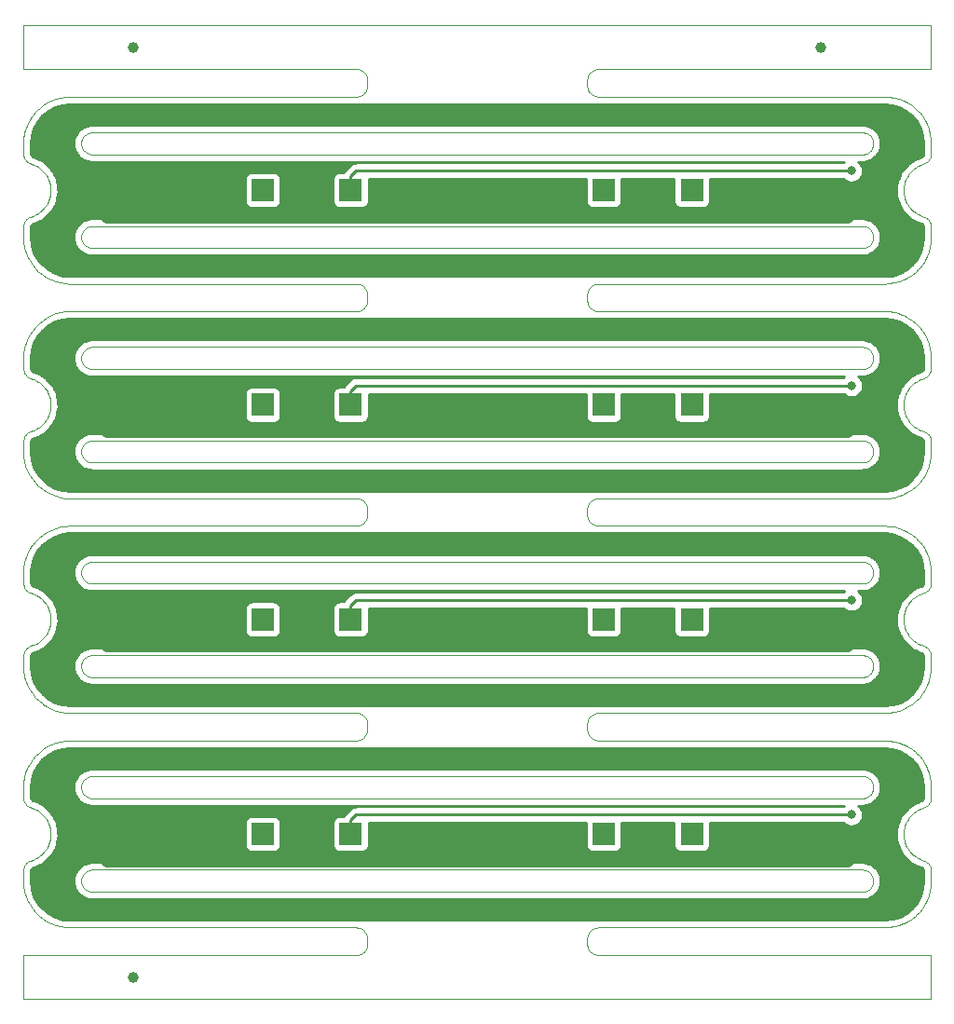
<source format=gbr>
G04 #@! TF.GenerationSoftware,KiCad,Pcbnew,5.1.5+dfsg1-2build2*
G04 #@! TF.CreationDate,2021-10-10T04:01:31+00:00*
G04 #@! TF.ProjectId,base_3.5,62617365-5f33-42e3-952e-6b696361645f,rev?*
G04 #@! TF.SameCoordinates,Original*
G04 #@! TF.FileFunction,Copper,L2,Bot*
G04 #@! TF.FilePolarity,Positive*
%FSLAX46Y46*%
G04 Gerber Fmt 4.6, Leading zero omitted, Abs format (unit mm)*
G04 Created by KiCad (PCBNEW 5.1.5+dfsg1-2build2) date 2021-10-10 04:01:31*
%MOMM*%
%LPD*%
G04 APERTURE LIST*
G04 #@! TA.AperFunction,Profile*
%ADD10C,0.100000*%
G04 #@! TD*
G04 #@! TA.AperFunction,BGAPad,CuDef*
%ADD11C,1.000000*%
G04 #@! TD*
G04 #@! TA.AperFunction,ComponentPad*
%ADD12R,2.000000X2.000000*%
G04 #@! TD*
G04 #@! TA.AperFunction,SMDPad,CuDef*
%ADD13R,3.000000X2.000000*%
G04 #@! TD*
G04 #@! TA.AperFunction,ViaPad*
%ADD14C,0.800000*%
G04 #@! TD*
G04 #@! TA.AperFunction,Conductor*
%ADD15C,0.250000*%
G04 #@! TD*
G04 #@! TA.AperFunction,Conductor*
%ADD16C,0.500000*%
G04 #@! TD*
G04 #@! TA.AperFunction,Conductor*
%ADD17C,0.254000*%
G04 #@! TD*
G04 APERTURE END LIST*
D10*
X126499900Y-102715900D02*
X126401100Y-102736200D01*
X126596400Y-102685700D02*
X126499900Y-102715900D01*
X126689300Y-102645900D02*
X126596400Y-102685700D01*
X126777600Y-102596800D02*
X126689300Y-102645900D01*
X126860800Y-102538900D02*
X126777600Y-102596800D01*
X126937500Y-102473100D02*
X126860800Y-102538900D01*
X127007100Y-102399800D02*
X126937500Y-102473100D01*
X127069000Y-102319900D02*
X127007100Y-102399800D01*
X127122400Y-102234100D02*
X127069000Y-102319900D01*
X127166900Y-102143400D02*
X127122400Y-102234100D01*
X127202000Y-102048600D02*
X127166900Y-102143400D01*
X127227300Y-101950700D02*
X127202000Y-102048600D01*
X127242600Y-101850800D02*
X127227300Y-101950700D01*
X127247700Y-101749900D02*
X127242600Y-101850800D01*
X127242600Y-101649200D02*
X127247700Y-101749900D01*
X127227300Y-101549300D02*
X127242600Y-101649200D01*
X127202000Y-101451500D02*
X127227300Y-101549300D01*
X127166900Y-101356700D02*
X127202000Y-101451500D01*
X127122400Y-101266000D02*
X127166900Y-101356700D01*
X127069000Y-101180200D02*
X127122400Y-101266000D01*
X127007100Y-101100300D02*
X127069000Y-101180200D01*
X126937300Y-101026800D02*
X127007100Y-101100300D01*
X126860600Y-100961000D02*
X126937300Y-101026800D01*
X126777600Y-100903300D02*
X126860600Y-100961000D01*
X126689300Y-100854200D02*
X126777600Y-100903300D01*
X126596600Y-100814500D02*
X126689300Y-100854200D01*
X126500200Y-100784200D02*
X126596600Y-100814500D01*
X126401200Y-100763800D02*
X126500200Y-100784200D01*
X126300700Y-100753600D02*
X126401200Y-100763800D01*
X126224800Y-100751000D02*
X126300700Y-100753600D01*
X56275400Y-100751000D02*
X126224800Y-100751000D01*
X56199200Y-100753600D02*
X56275400Y-100751000D01*
X56098800Y-100763800D02*
X56199200Y-100753600D01*
X55999800Y-100784200D02*
X56098800Y-100763800D01*
X55903400Y-100814500D02*
X55999800Y-100784200D01*
X55810500Y-100854300D02*
X55903400Y-100814500D01*
X55722100Y-100903400D02*
X55810500Y-100854300D01*
X55639200Y-100961100D02*
X55722100Y-100903400D01*
X55562500Y-101027000D02*
X55639200Y-100961100D01*
X55492900Y-101100300D02*
X55562500Y-101027000D01*
X55431000Y-101180200D02*
X55492900Y-101100300D01*
X55377600Y-101266000D02*
X55431000Y-101180200D01*
X55333100Y-101356700D02*
X55377600Y-101266000D01*
X55298100Y-101451200D02*
X55333100Y-101356700D01*
X55272700Y-101549100D02*
X55298100Y-101451200D01*
X55257400Y-101649000D02*
X55272700Y-101549100D01*
X55252300Y-101749900D02*
X55257400Y-101649000D01*
X55257400Y-101850800D02*
X55252300Y-101749900D01*
X55272700Y-101950700D02*
X55257400Y-101850800D01*
X55298000Y-102048600D02*
X55272700Y-101950700D01*
X55333100Y-102143400D02*
X55298000Y-102048600D01*
X55377600Y-102234100D02*
X55333100Y-102143400D01*
X55431000Y-102319900D02*
X55377600Y-102234100D01*
X55492900Y-102399800D02*
X55431000Y-102319900D01*
X55562500Y-102473100D02*
X55492900Y-102399800D01*
X55639200Y-102538900D02*
X55562500Y-102473100D01*
X55722100Y-102596700D02*
X55639200Y-102538900D01*
X55810500Y-102645700D02*
X55722100Y-102596700D01*
X55903400Y-102685600D02*
X55810500Y-102645700D01*
X55999800Y-102715900D02*
X55903400Y-102685600D01*
X56098800Y-102736200D02*
X55999800Y-102715900D01*
X56199300Y-102746500D02*
X56098800Y-102736200D01*
X56275200Y-102749000D02*
X56199300Y-102746500D01*
X126224900Y-102749000D02*
X56275200Y-102749000D01*
X126300500Y-102746500D02*
X126224900Y-102749000D01*
X126401100Y-102736200D02*
X126300500Y-102746500D01*
X126499900Y-94215900D02*
X126401100Y-94236200D01*
X126596400Y-94185700D02*
X126499900Y-94215900D01*
X126689300Y-94145900D02*
X126596400Y-94185700D01*
X126777600Y-94096800D02*
X126689300Y-94145900D01*
X126860800Y-94038900D02*
X126777600Y-94096800D01*
X126937500Y-93973100D02*
X126860800Y-94038900D01*
X127007100Y-93899800D02*
X126937500Y-93973100D01*
X127069000Y-93819900D02*
X127007100Y-93899800D01*
X127122400Y-93734100D02*
X127069000Y-93819900D01*
X127166900Y-93643400D02*
X127122400Y-93734100D01*
X127202000Y-93548600D02*
X127166900Y-93643400D01*
X127227300Y-93450700D02*
X127202000Y-93548600D01*
X127242600Y-93350800D02*
X127227300Y-93450700D01*
X127247700Y-93249900D02*
X127242600Y-93350800D01*
X127242600Y-93149200D02*
X127247700Y-93249900D01*
X127227300Y-93049300D02*
X127242600Y-93149200D01*
X127202000Y-92951500D02*
X127227300Y-93049300D01*
X127166900Y-92856700D02*
X127202000Y-92951500D01*
X127122400Y-92766000D02*
X127166900Y-92856700D01*
X127069000Y-92680200D02*
X127122400Y-92766000D01*
X127007100Y-92600300D02*
X127069000Y-92680200D01*
X126937300Y-92526800D02*
X127007100Y-92600300D01*
X126860600Y-92461000D02*
X126937300Y-92526800D01*
X126777600Y-92403300D02*
X126860600Y-92461000D01*
X126689300Y-92354200D02*
X126777600Y-92403300D01*
X126596600Y-92314500D02*
X126689300Y-92354200D01*
X126500200Y-92284200D02*
X126596600Y-92314500D01*
X126401200Y-92263800D02*
X126500200Y-92284200D01*
X126300700Y-92253600D02*
X126401200Y-92263800D01*
X126224800Y-92251000D02*
X126300700Y-92253600D01*
X56275400Y-92251000D02*
X126224800Y-92251000D01*
X56199200Y-92253600D02*
X56275400Y-92251000D01*
X56098800Y-92263800D02*
X56199200Y-92253600D01*
X55999800Y-92284200D02*
X56098800Y-92263800D01*
X55903400Y-92314500D02*
X55999800Y-92284200D01*
X55810500Y-92354300D02*
X55903400Y-92314500D01*
X55722100Y-92403400D02*
X55810500Y-92354300D01*
X55639200Y-92461100D02*
X55722100Y-92403400D01*
X55562500Y-92527000D02*
X55639200Y-92461100D01*
X55492900Y-92600300D02*
X55562500Y-92527000D01*
X55431000Y-92680200D02*
X55492900Y-92600300D01*
X55377600Y-92766000D02*
X55431000Y-92680200D01*
X55333100Y-92856700D02*
X55377600Y-92766000D01*
X55298100Y-92951200D02*
X55333100Y-92856700D01*
X55272700Y-93049100D02*
X55298100Y-92951200D01*
X55257400Y-93149000D02*
X55272700Y-93049100D01*
X55252300Y-93249900D02*
X55257400Y-93149000D01*
X55257400Y-93350800D02*
X55252300Y-93249900D01*
X55272700Y-93450700D02*
X55257400Y-93350800D01*
X55298000Y-93548600D02*
X55272700Y-93450700D01*
X55333100Y-93643400D02*
X55298000Y-93548600D01*
X55377600Y-93734100D02*
X55333100Y-93643400D01*
X55431000Y-93819900D02*
X55377600Y-93734100D01*
X55492900Y-93899800D02*
X55431000Y-93819900D01*
X55562500Y-93973100D02*
X55492900Y-93899800D01*
X55639200Y-94038900D02*
X55562500Y-93973100D01*
X55722100Y-94096700D02*
X55639200Y-94038900D01*
X55810500Y-94145700D02*
X55722100Y-94096700D01*
X55903400Y-94185600D02*
X55810500Y-94145700D01*
X55999800Y-94215900D02*
X55903400Y-94185600D01*
X56098800Y-94236200D02*
X55999800Y-94215900D01*
X56199300Y-94246500D02*
X56098800Y-94236200D01*
X56275200Y-94249000D02*
X56199300Y-94246500D01*
X126224900Y-94249000D02*
X56275200Y-94249000D01*
X126300500Y-94246500D02*
X126224900Y-94249000D01*
X126401100Y-94236200D02*
X126300500Y-94246500D01*
X126499900Y-83215900D02*
X126401000Y-83236200D01*
X126596400Y-83185700D02*
X126499900Y-83215900D01*
X126689300Y-83145800D02*
X126596400Y-83185700D01*
X126777600Y-83096800D02*
X126689300Y-83145800D01*
X126860800Y-83038900D02*
X126777600Y-83096800D01*
X126937500Y-82973100D02*
X126860800Y-83038900D01*
X127007100Y-82899800D02*
X126937500Y-82973100D01*
X127069000Y-82819900D02*
X127007100Y-82899800D01*
X127122400Y-82734100D02*
X127069000Y-82819900D01*
X127166900Y-82643300D02*
X127122400Y-82734100D01*
X127202000Y-82548600D02*
X127166900Y-82643300D01*
X127227300Y-82450700D02*
X127202000Y-82548600D01*
X127242600Y-82350800D02*
X127227300Y-82450700D01*
X127247700Y-82249900D02*
X127242600Y-82350800D01*
X127242600Y-82149200D02*
X127247700Y-82249900D01*
X127227300Y-82049300D02*
X127242600Y-82149200D01*
X127202000Y-81951500D02*
X127227300Y-82049300D01*
X127166900Y-81856700D02*
X127202000Y-81951500D01*
X127122400Y-81765900D02*
X127166900Y-81856700D01*
X127069000Y-81680200D02*
X127122400Y-81765900D01*
X127007100Y-81600200D02*
X127069000Y-81680200D01*
X126937300Y-81526800D02*
X127007100Y-81600200D01*
X126860600Y-81461000D02*
X126937300Y-81526800D01*
X126777600Y-81403200D02*
X126860600Y-81461000D01*
X126689300Y-81354200D02*
X126777600Y-81403200D01*
X126596600Y-81314500D02*
X126689300Y-81354200D01*
X126500200Y-81284200D02*
X126596600Y-81314500D01*
X126401200Y-81263800D02*
X126500200Y-81284200D01*
X126300700Y-81253600D02*
X126401200Y-81263800D01*
X126224800Y-81251000D02*
X126300700Y-81253600D01*
X56275300Y-81251000D02*
X126224800Y-81251000D01*
X56199200Y-81253600D02*
X56275300Y-81251000D01*
X56098800Y-81263800D02*
X56199200Y-81253600D01*
X55999800Y-81284200D02*
X56098800Y-81263800D01*
X55903400Y-81314500D02*
X55999800Y-81284200D01*
X55810500Y-81354300D02*
X55903400Y-81314500D01*
X55722100Y-81403400D02*
X55810500Y-81354300D01*
X55639200Y-81461100D02*
X55722100Y-81403400D01*
X55562500Y-81527000D02*
X55639200Y-81461100D01*
X55492900Y-81600200D02*
X55562500Y-81527000D01*
X55431000Y-81680200D02*
X55492900Y-81600200D01*
X55377600Y-81765900D02*
X55431000Y-81680200D01*
X55333100Y-81856700D02*
X55377600Y-81765900D01*
X55298100Y-81951200D02*
X55333100Y-81856700D01*
X55272700Y-82049000D02*
X55298100Y-81951200D01*
X55257400Y-82148900D02*
X55272700Y-82049000D01*
X55252300Y-82249900D02*
X55257400Y-82148900D01*
X55257400Y-82350800D02*
X55252300Y-82249900D01*
X55272700Y-82450700D02*
X55257400Y-82350800D01*
X55298000Y-82548600D02*
X55272700Y-82450700D01*
X55333100Y-82643300D02*
X55298000Y-82548600D01*
X55377600Y-82734100D02*
X55333100Y-82643300D01*
X55431000Y-82819900D02*
X55377600Y-82734100D01*
X55492900Y-82899800D02*
X55431000Y-82819900D01*
X55562500Y-82973100D02*
X55492900Y-82899800D01*
X55639200Y-83038900D02*
X55562500Y-82973100D01*
X55722100Y-83096700D02*
X55639200Y-83038900D01*
X55810500Y-83145700D02*
X55722100Y-83096700D01*
X55903400Y-83185600D02*
X55810500Y-83145700D01*
X55999800Y-83215800D02*
X55903400Y-83185600D01*
X56098800Y-83236200D02*
X55999800Y-83215800D01*
X56199300Y-83246400D02*
X56098800Y-83236200D01*
X56275200Y-83249000D02*
X56199300Y-83246400D01*
X126224800Y-83249000D02*
X56275200Y-83249000D01*
X126300600Y-83246400D02*
X126224800Y-83249000D01*
X126401000Y-83236200D02*
X126300600Y-83246400D01*
X126499900Y-74715900D02*
X126401000Y-74736200D01*
X126596400Y-74685700D02*
X126499900Y-74715900D01*
X126689300Y-74645800D02*
X126596400Y-74685700D01*
X126777600Y-74596800D02*
X126689300Y-74645800D01*
X126860800Y-74538900D02*
X126777600Y-74596800D01*
X126937500Y-74473100D02*
X126860800Y-74538900D01*
X127007100Y-74399800D02*
X126937500Y-74473100D01*
X127069000Y-74319900D02*
X127007100Y-74399800D01*
X127122400Y-74234100D02*
X127069000Y-74319900D01*
X127166900Y-74143300D02*
X127122400Y-74234100D01*
X127202000Y-74048600D02*
X127166900Y-74143300D01*
X127227300Y-73950700D02*
X127202000Y-74048600D01*
X127242600Y-73850800D02*
X127227300Y-73950700D01*
X127247700Y-73749900D02*
X127242600Y-73850800D01*
X127242600Y-73649200D02*
X127247700Y-73749900D01*
X127227300Y-73549300D02*
X127242600Y-73649200D01*
X127202000Y-73451500D02*
X127227300Y-73549300D01*
X127166900Y-73356700D02*
X127202000Y-73451500D01*
X127122400Y-73265900D02*
X127166900Y-73356700D01*
X127069000Y-73180200D02*
X127122400Y-73265900D01*
X127007100Y-73100200D02*
X127069000Y-73180200D01*
X126937300Y-73026800D02*
X127007100Y-73100200D01*
X126860600Y-72961000D02*
X126937300Y-73026800D01*
X126777600Y-72903200D02*
X126860600Y-72961000D01*
X126689300Y-72854200D02*
X126777600Y-72903200D01*
X126596600Y-72814500D02*
X126689300Y-72854200D01*
X126500200Y-72784200D02*
X126596600Y-72814500D01*
X126401200Y-72763800D02*
X126500200Y-72784200D01*
X126300700Y-72753600D02*
X126401200Y-72763800D01*
X126224800Y-72751000D02*
X126300700Y-72753600D01*
X56275300Y-72751000D02*
X126224800Y-72751000D01*
X56199200Y-72753600D02*
X56275300Y-72751000D01*
X56098800Y-72763800D02*
X56199200Y-72753600D01*
X55999800Y-72784200D02*
X56098800Y-72763800D01*
X55903400Y-72814500D02*
X55999800Y-72784200D01*
X55810500Y-72854300D02*
X55903400Y-72814500D01*
X55722100Y-72903400D02*
X55810500Y-72854300D01*
X55639200Y-72961100D02*
X55722100Y-72903400D01*
X55562500Y-73027000D02*
X55639200Y-72961100D01*
X55492900Y-73100200D02*
X55562500Y-73027000D01*
X55431000Y-73180200D02*
X55492900Y-73100200D01*
X55377600Y-73265900D02*
X55431000Y-73180200D01*
X55333100Y-73356700D02*
X55377600Y-73265900D01*
X55298100Y-73451200D02*
X55333100Y-73356700D01*
X55272700Y-73549000D02*
X55298100Y-73451200D01*
X55257400Y-73648900D02*
X55272700Y-73549000D01*
X55252300Y-73749900D02*
X55257400Y-73648900D01*
X55257400Y-73850800D02*
X55252300Y-73749900D01*
X55272700Y-73950700D02*
X55257400Y-73850800D01*
X55298000Y-74048600D02*
X55272700Y-73950700D01*
X55333100Y-74143300D02*
X55298000Y-74048600D01*
X55377600Y-74234100D02*
X55333100Y-74143300D01*
X55431000Y-74319900D02*
X55377600Y-74234100D01*
X55492900Y-74399800D02*
X55431000Y-74319900D01*
X55562500Y-74473100D02*
X55492900Y-74399800D01*
X55639200Y-74538900D02*
X55562500Y-74473100D01*
X55722100Y-74596700D02*
X55639200Y-74538900D01*
X55810500Y-74645700D02*
X55722100Y-74596700D01*
X55903400Y-74685600D02*
X55810500Y-74645700D01*
X55999800Y-74715800D02*
X55903400Y-74685600D01*
X56098800Y-74736200D02*
X55999800Y-74715800D01*
X56199300Y-74746400D02*
X56098800Y-74736200D01*
X56275200Y-74749000D02*
X56199300Y-74746400D01*
X126224800Y-74749000D02*
X56275200Y-74749000D01*
X126300600Y-74746400D02*
X126224800Y-74749000D01*
X126401000Y-74736200D02*
X126300600Y-74746400D01*
X126499900Y-63715900D02*
X126401000Y-63736200D01*
X126596400Y-63685700D02*
X126499900Y-63715900D01*
X126689300Y-63645800D02*
X126596400Y-63685700D01*
X126777600Y-63596800D02*
X126689300Y-63645800D01*
X126860600Y-63539100D02*
X126777600Y-63596800D01*
X126937300Y-63473200D02*
X126860600Y-63539100D01*
X127007100Y-63399800D02*
X126937300Y-63473200D01*
X127069000Y-63319900D02*
X127007100Y-63399800D01*
X127122300Y-63234300D02*
X127069000Y-63319900D01*
X127166800Y-63143600D02*
X127122300Y-63234300D01*
X127201900Y-63048800D02*
X127166800Y-63143600D01*
X127227300Y-62951000D02*
X127201900Y-63048800D01*
X127242600Y-62851100D02*
X127227300Y-62951000D01*
X127247700Y-62750100D02*
X127242600Y-62851100D01*
X127242600Y-62649200D02*
X127247700Y-62750100D01*
X127227300Y-62549300D02*
X127242600Y-62649200D01*
X127202000Y-62451500D02*
X127227300Y-62549300D01*
X127166900Y-62356700D02*
X127202000Y-62451500D01*
X127122400Y-62265900D02*
X127166900Y-62356700D01*
X127069000Y-62180200D02*
X127122400Y-62265900D01*
X127007100Y-62100200D02*
X127069000Y-62180200D01*
X126937300Y-62026800D02*
X127007100Y-62100200D01*
X126860600Y-61960900D02*
X126937300Y-62026800D01*
X126777900Y-61903400D02*
X126860600Y-61960900D01*
X126689500Y-61854300D02*
X126777900Y-61903400D01*
X126596600Y-61814400D02*
X126689500Y-61854300D01*
X126500200Y-61784200D02*
X126596600Y-61814400D01*
X126401200Y-61763800D02*
X126500200Y-61784200D01*
X126300700Y-61753600D02*
X126401200Y-61763800D01*
X126224800Y-61751000D02*
X126300700Y-61753600D01*
X56275200Y-61751000D02*
X126224800Y-61751000D01*
X56199300Y-61753600D02*
X56275200Y-61751000D01*
X56098800Y-61763800D02*
X56199300Y-61753600D01*
X55999800Y-61784200D02*
X56098800Y-61763800D01*
X55903400Y-61814400D02*
X55999800Y-61784200D01*
X55810500Y-61854300D02*
X55903400Y-61814400D01*
X55722100Y-61903400D02*
X55810500Y-61854300D01*
X55639200Y-61961100D02*
X55722100Y-61903400D01*
X55562500Y-62027000D02*
X55639200Y-61961100D01*
X55492900Y-62100200D02*
X55562500Y-62027000D01*
X55431000Y-62180200D02*
X55492900Y-62100200D01*
X55377600Y-62265900D02*
X55431000Y-62180200D01*
X55333100Y-62356700D02*
X55377600Y-62265900D01*
X55298000Y-62451500D02*
X55333100Y-62356700D01*
X55272700Y-62549000D02*
X55298000Y-62451500D01*
X55257400Y-62648900D02*
X55272700Y-62549000D01*
X55252300Y-62749900D02*
X55257400Y-62648900D01*
X55257400Y-62850800D02*
X55252300Y-62749900D01*
X55272700Y-62950700D02*
X55257400Y-62850800D01*
X55298000Y-63048500D02*
X55272700Y-62950700D01*
X55333100Y-63143300D02*
X55298000Y-63048500D01*
X55377600Y-63234100D02*
X55333100Y-63143300D01*
X55431000Y-63319900D02*
X55377600Y-63234100D01*
X55492900Y-63399800D02*
X55431000Y-63319900D01*
X55562500Y-63473000D02*
X55492900Y-63399800D01*
X55639200Y-63538900D02*
X55562500Y-63473000D01*
X55722100Y-63596600D02*
X55639200Y-63538900D01*
X55810500Y-63645700D02*
X55722100Y-63596600D01*
X55903400Y-63685600D02*
X55810500Y-63645700D01*
X55999800Y-63715800D02*
X55903400Y-63685600D01*
X56098800Y-63736200D02*
X55999800Y-63715800D01*
X56199300Y-63746400D02*
X56098800Y-63736200D01*
X56275200Y-63749000D02*
X56199300Y-63746400D01*
X126224800Y-63749000D02*
X56275200Y-63749000D01*
X126300700Y-63746400D02*
X126224800Y-63749000D01*
X126401000Y-63736200D02*
X126300700Y-63746400D01*
X126499900Y-55215900D02*
X126401000Y-55236200D01*
X126596400Y-55185700D02*
X126499900Y-55215900D01*
X126689300Y-55145800D02*
X126596400Y-55185700D01*
X126777600Y-55096800D02*
X126689300Y-55145800D01*
X126860600Y-55039100D02*
X126777600Y-55096800D01*
X126937300Y-54973200D02*
X126860600Y-55039100D01*
X127007100Y-54899800D02*
X126937300Y-54973200D01*
X127069000Y-54819900D02*
X127007100Y-54899800D01*
X127122300Y-54734300D02*
X127069000Y-54819900D01*
X127166800Y-54643600D02*
X127122300Y-54734300D01*
X127201900Y-54548800D02*
X127166800Y-54643600D01*
X127227300Y-54451000D02*
X127201900Y-54548800D01*
X127242600Y-54351100D02*
X127227300Y-54451000D01*
X127247700Y-54250100D02*
X127242600Y-54351100D01*
X127242600Y-54149200D02*
X127247700Y-54250100D01*
X127227300Y-54049300D02*
X127242600Y-54149200D01*
X127202000Y-53951500D02*
X127227300Y-54049300D01*
X127166900Y-53856700D02*
X127202000Y-53951500D01*
X127122400Y-53765900D02*
X127166900Y-53856700D01*
X127069000Y-53680200D02*
X127122400Y-53765900D01*
X127007100Y-53600200D02*
X127069000Y-53680200D01*
X126937300Y-53526800D02*
X127007100Y-53600200D01*
X126860600Y-53460900D02*
X126937300Y-53526800D01*
X126777900Y-53403400D02*
X126860600Y-53460900D01*
X126689500Y-53354300D02*
X126777900Y-53403400D01*
X126596600Y-53314400D02*
X126689500Y-53354300D01*
X126500200Y-53284200D02*
X126596600Y-53314400D01*
X126401200Y-53263800D02*
X126500200Y-53284200D01*
X126300700Y-53253600D02*
X126401200Y-53263800D01*
X126224800Y-53251000D02*
X126300700Y-53253600D01*
X56275200Y-53251000D02*
X126224800Y-53251000D01*
X56199300Y-53253600D02*
X56275200Y-53251000D01*
X56098800Y-53263800D02*
X56199300Y-53253600D01*
X55999800Y-53284200D02*
X56098800Y-53263800D01*
X55903400Y-53314400D02*
X55999800Y-53284200D01*
X55810500Y-53354300D02*
X55903400Y-53314400D01*
X55722100Y-53403400D02*
X55810500Y-53354300D01*
X55639200Y-53461100D02*
X55722100Y-53403400D01*
X55562500Y-53527000D02*
X55639200Y-53461100D01*
X55492900Y-53600200D02*
X55562500Y-53527000D01*
X55431000Y-53680200D02*
X55492900Y-53600200D01*
X55377600Y-53765900D02*
X55431000Y-53680200D01*
X55333100Y-53856700D02*
X55377600Y-53765900D01*
X55298000Y-53951500D02*
X55333100Y-53856700D01*
X55272700Y-54049000D02*
X55298000Y-53951500D01*
X55257400Y-54148900D02*
X55272700Y-54049000D01*
X55252300Y-54249900D02*
X55257400Y-54148900D01*
X55257400Y-54350800D02*
X55252300Y-54249900D01*
X55272700Y-54450700D02*
X55257400Y-54350800D01*
X55298000Y-54548500D02*
X55272700Y-54450700D01*
X55333100Y-54643300D02*
X55298000Y-54548500D01*
X55377600Y-54734100D02*
X55333100Y-54643300D01*
X55431000Y-54819900D02*
X55377600Y-54734100D01*
X55492900Y-54899800D02*
X55431000Y-54819900D01*
X55562500Y-54973000D02*
X55492900Y-54899800D01*
X55639200Y-55038900D02*
X55562500Y-54973000D01*
X55722100Y-55096600D02*
X55639200Y-55038900D01*
X55810500Y-55145700D02*
X55722100Y-55096600D01*
X55903400Y-55185600D02*
X55810500Y-55145700D01*
X55999800Y-55215800D02*
X55903400Y-55185600D01*
X56098800Y-55236200D02*
X55999800Y-55215800D01*
X56199300Y-55246400D02*
X56098800Y-55236200D01*
X56275200Y-55249000D02*
X56199300Y-55246400D01*
X126224800Y-55249000D02*
X56275200Y-55249000D01*
X126300700Y-55246400D02*
X126224800Y-55249000D01*
X126401000Y-55236200D02*
X126300700Y-55246400D01*
X126500200Y-122215900D02*
X126400700Y-122236300D01*
X126596600Y-122185600D02*
X126500200Y-122215900D01*
X126689500Y-122145700D02*
X126596600Y-122185600D01*
X126777900Y-122096700D02*
X126689500Y-122145700D01*
X126860800Y-122038900D02*
X126777900Y-122096700D01*
X126937500Y-121973100D02*
X126860800Y-122038900D01*
X127007100Y-121899800D02*
X126937500Y-121973100D01*
X127069000Y-121819900D02*
X127007100Y-121899800D01*
X127122400Y-121734100D02*
X127069000Y-121819900D01*
X127166900Y-121643400D02*
X127122400Y-121734100D01*
X127202000Y-121548600D02*
X127166900Y-121643400D01*
X127227300Y-121450800D02*
X127202000Y-121548600D01*
X127242600Y-121350900D02*
X127227300Y-121450800D01*
X127247700Y-121249900D02*
X127242600Y-121350900D01*
X127242600Y-121149300D02*
X127247700Y-121249900D01*
X127227300Y-121049300D02*
X127242600Y-121149300D01*
X127202000Y-120951500D02*
X127227300Y-121049300D01*
X127166900Y-120856700D02*
X127202000Y-120951500D01*
X127122400Y-120766000D02*
X127166900Y-120856700D01*
X127069000Y-120680200D02*
X127122400Y-120766000D01*
X127007100Y-120600300D02*
X127069000Y-120680200D01*
X126937300Y-120526800D02*
X127007100Y-120600300D01*
X126860600Y-120461000D02*
X126937300Y-120526800D01*
X126777600Y-120403300D02*
X126860600Y-120461000D01*
X126689300Y-120354200D02*
X126777600Y-120403300D01*
X126596600Y-120314500D02*
X126689300Y-120354200D01*
X126500200Y-120284200D02*
X126596600Y-120314500D01*
X126401200Y-120263900D02*
X126500200Y-120284200D01*
X126300700Y-120253600D02*
X126401200Y-120263900D01*
X126224800Y-120251100D02*
X126300700Y-120253600D01*
X56275000Y-120251100D02*
X126224800Y-120251100D01*
X56199600Y-120253600D02*
X56275000Y-120251100D01*
X56098800Y-120263900D02*
X56199600Y-120253600D01*
X55999800Y-120284200D02*
X56098800Y-120263900D01*
X55903400Y-120314500D02*
X55999800Y-120284200D01*
X55810500Y-120354400D02*
X55903400Y-120314500D01*
X55722100Y-120403400D02*
X55810500Y-120354400D01*
X55639200Y-120461200D02*
X55722100Y-120403400D01*
X55562500Y-120527000D02*
X55639200Y-120461200D01*
X55492900Y-120600300D02*
X55562500Y-120527000D01*
X55431000Y-120680200D02*
X55492900Y-120600300D01*
X55377600Y-120766000D02*
X55431000Y-120680200D01*
X55333100Y-120856700D02*
X55377600Y-120766000D01*
X55298100Y-120951200D02*
X55333100Y-120856700D01*
X55272700Y-121049100D02*
X55298100Y-120951200D01*
X55257400Y-121149000D02*
X55272700Y-121049100D01*
X55252300Y-121249900D02*
X55257400Y-121149000D01*
X55257400Y-121350900D02*
X55252300Y-121249900D01*
X55272700Y-121450800D02*
X55257400Y-121350900D01*
X55298000Y-121548600D02*
X55272700Y-121450800D01*
X55333100Y-121643400D02*
X55298000Y-121548600D01*
X55377600Y-121734100D02*
X55333100Y-121643400D01*
X55431000Y-121819900D02*
X55377600Y-121734100D01*
X55492900Y-121899800D02*
X55431000Y-121819900D01*
X55562500Y-121973100D02*
X55492900Y-121899800D01*
X55639200Y-122038900D02*
X55562500Y-121973100D01*
X55722100Y-122096700D02*
X55639200Y-122038900D01*
X55810500Y-122145700D02*
X55722100Y-122096700D01*
X55903400Y-122185600D02*
X55810500Y-122145700D01*
X55999800Y-122215900D02*
X55903400Y-122185600D01*
X56098800Y-122236200D02*
X55999800Y-122215900D01*
X56199300Y-122246500D02*
X56098800Y-122236200D01*
X56275200Y-122249100D02*
X56199300Y-122246500D01*
X126224500Y-122249100D02*
X56275200Y-122249100D01*
X126300900Y-122246500D02*
X126224500Y-122249100D01*
X126400700Y-122236300D02*
X126300900Y-122246500D01*
X126500200Y-113715900D02*
X126400700Y-113736300D01*
X126596600Y-113685600D02*
X126500200Y-113715900D01*
X126689500Y-113645700D02*
X126596600Y-113685600D01*
X126777900Y-113596700D02*
X126689500Y-113645700D01*
X126860800Y-113538900D02*
X126777900Y-113596700D01*
X126937500Y-113473100D02*
X126860800Y-113538900D01*
X127007100Y-113399800D02*
X126937500Y-113473100D01*
X127069000Y-113319900D02*
X127007100Y-113399800D01*
X127122400Y-113234100D02*
X127069000Y-113319900D01*
X127166900Y-113143400D02*
X127122400Y-113234100D01*
X127202000Y-113048600D02*
X127166900Y-113143400D01*
X127227300Y-112950800D02*
X127202000Y-113048600D01*
X127242600Y-112850900D02*
X127227300Y-112950800D01*
X127247700Y-112749900D02*
X127242600Y-112850900D01*
X127242600Y-112649300D02*
X127247700Y-112749900D01*
X127227300Y-112549300D02*
X127242600Y-112649300D01*
X127202000Y-112451500D02*
X127227300Y-112549300D01*
X127166900Y-112356700D02*
X127202000Y-112451500D01*
X127122400Y-112266000D02*
X127166900Y-112356700D01*
X127069000Y-112180200D02*
X127122400Y-112266000D01*
X127007100Y-112100300D02*
X127069000Y-112180200D01*
X126937300Y-112026800D02*
X127007100Y-112100300D01*
X126860600Y-111961000D02*
X126937300Y-112026800D01*
X126777600Y-111903300D02*
X126860600Y-111961000D01*
X126689300Y-111854200D02*
X126777600Y-111903300D01*
X126596600Y-111814500D02*
X126689300Y-111854200D01*
X126500200Y-111784200D02*
X126596600Y-111814500D01*
X126401200Y-111763900D02*
X126500200Y-111784200D01*
X126300700Y-111753600D02*
X126401200Y-111763900D01*
X126224800Y-111751100D02*
X126300700Y-111753600D01*
X56275000Y-111751100D02*
X126224800Y-111751100D01*
X56199600Y-111753600D02*
X56275000Y-111751100D01*
X56098800Y-111763900D02*
X56199600Y-111753600D01*
X55999800Y-111784200D02*
X56098800Y-111763900D01*
X55903400Y-111814500D02*
X55999800Y-111784200D01*
X55810500Y-111854400D02*
X55903400Y-111814500D01*
X55722100Y-111903400D02*
X55810500Y-111854400D01*
X55639200Y-111961200D02*
X55722100Y-111903400D01*
X55562500Y-112027000D02*
X55639200Y-111961200D01*
X55492900Y-112100300D02*
X55562500Y-112027000D01*
X55431000Y-112180200D02*
X55492900Y-112100300D01*
X55377600Y-112266000D02*
X55431000Y-112180200D01*
X55333100Y-112356700D02*
X55377600Y-112266000D01*
X55298100Y-112451200D02*
X55333100Y-112356700D01*
X55272700Y-112549100D02*
X55298100Y-112451200D01*
X55257400Y-112649000D02*
X55272700Y-112549100D01*
X55252300Y-112749900D02*
X55257400Y-112649000D01*
X55257400Y-112850900D02*
X55252300Y-112749900D01*
X55272700Y-112950800D02*
X55257400Y-112850900D01*
X55298000Y-113048600D02*
X55272700Y-112950800D01*
X55333100Y-113143400D02*
X55298000Y-113048600D01*
X55377600Y-113234100D02*
X55333100Y-113143400D01*
X55431000Y-113319900D02*
X55377600Y-113234100D01*
X55492900Y-113399800D02*
X55431000Y-113319900D01*
X55562500Y-113473100D02*
X55492900Y-113399800D01*
X55639200Y-113538900D02*
X55562500Y-113473100D01*
X55722100Y-113596700D02*
X55639200Y-113538900D01*
X55810500Y-113645700D02*
X55722100Y-113596700D01*
X55903400Y-113685600D02*
X55810500Y-113645700D01*
X55999800Y-113715900D02*
X55903400Y-113685600D01*
X56098800Y-113736200D02*
X55999800Y-113715900D01*
X56199300Y-113746500D02*
X56098800Y-113736200D01*
X56275200Y-113749100D02*
X56199300Y-113746500D01*
X126224500Y-113749100D02*
X56275200Y-113749100D01*
X126300900Y-113746500D02*
X126224500Y-113749100D01*
X126400700Y-113736300D02*
X126300900Y-113746500D01*
X132476500Y-43499000D02*
X50009200Y-43499700D01*
X132491800Y-43499800D02*
X132476500Y-43499000D01*
X132497700Y-43503000D02*
X132491800Y-43499800D01*
X132500200Y-43508200D02*
X132497700Y-43503000D01*
X132501000Y-43523500D02*
X132500200Y-43508200D01*
X132501000Y-47475500D02*
X132501000Y-43523500D01*
X132499700Y-47492700D02*
X132501000Y-47475500D01*
X132496300Y-47497400D02*
X132499700Y-47492700D01*
X132491800Y-47499200D02*
X132496300Y-47497400D01*
X102241300Y-47500000D02*
X132491800Y-47499200D01*
X102144000Y-47504800D02*
X102241300Y-47500000D01*
X102047900Y-47519000D02*
X102144000Y-47504800D01*
X101953600Y-47542600D02*
X102047900Y-47519000D01*
X101862200Y-47575400D02*
X101953600Y-47542600D01*
X101774300Y-47616900D02*
X101862200Y-47575400D01*
X101691000Y-47666900D02*
X101774300Y-47616900D01*
X101613000Y-47724700D02*
X101691000Y-47666900D01*
X101541000Y-47790000D02*
X101613000Y-47724700D01*
X101475700Y-47862000D02*
X101541000Y-47790000D01*
X101417900Y-47940000D02*
X101475700Y-47862000D01*
X101367900Y-48023300D02*
X101417900Y-47940000D01*
X101326400Y-48111100D02*
X101367900Y-48023300D01*
X101293700Y-48202600D02*
X101326400Y-48111100D01*
X101270000Y-48296900D02*
X101293700Y-48202600D01*
X101255800Y-48393000D02*
X101270000Y-48296900D01*
X101251000Y-48490200D02*
X101255800Y-48393000D01*
X101251000Y-49008800D02*
X101251000Y-48490200D01*
X101255800Y-49106000D02*
X101251000Y-49008800D01*
X101270000Y-49202100D02*
X101255800Y-49106000D01*
X101293700Y-49296400D02*
X101270000Y-49202100D01*
X101326400Y-49387900D02*
X101293700Y-49296400D01*
X101367900Y-49475700D02*
X101326400Y-49387900D01*
X101417900Y-49559000D02*
X101367900Y-49475700D01*
X101475700Y-49637000D02*
X101417900Y-49559000D01*
X101541000Y-49709000D02*
X101475700Y-49637000D01*
X101613000Y-49774300D02*
X101541000Y-49709000D01*
X101691000Y-49832100D02*
X101613000Y-49774300D01*
X101774300Y-49882100D02*
X101691000Y-49832100D01*
X101862200Y-49923600D02*
X101774300Y-49882100D01*
X101953600Y-49956400D02*
X101862200Y-49923600D01*
X102047900Y-49980000D02*
X101953600Y-49956400D01*
X102144000Y-49994200D02*
X102047900Y-49980000D01*
X102241300Y-49999000D02*
X102144000Y-49994200D01*
X128243400Y-49999000D02*
X102241300Y-49999000D01*
X128694100Y-50022600D02*
X128243400Y-49999000D01*
X129121100Y-50089900D02*
X128694100Y-50022600D01*
X129146500Y-50095300D02*
X129121100Y-50089900D01*
X129550900Y-50203600D02*
X129146500Y-50095300D01*
X129575900Y-50211800D02*
X129550900Y-50203600D01*
X129979200Y-50367000D02*
X129575900Y-50211800D01*
X130375600Y-50569000D02*
X129979200Y-50367000D01*
X130748300Y-50811000D02*
X130375600Y-50569000D01*
X131084200Y-51082600D02*
X130748300Y-50811000D01*
X131103800Y-51100200D02*
X131084200Y-51082600D01*
X131399800Y-51396200D02*
X131103800Y-51100200D01*
X131417400Y-51415700D02*
X131399800Y-51396200D01*
X131689000Y-51751800D02*
X131417400Y-51415700D01*
X131931100Y-52124500D02*
X131689000Y-51751800D01*
X132133100Y-52520900D02*
X131931100Y-52124500D01*
X132288200Y-52924100D02*
X132133100Y-52520900D01*
X132296300Y-52949100D02*
X132288200Y-52924100D01*
X132404700Y-53353400D02*
X132296300Y-52949100D01*
X132410200Y-53379100D02*
X132404700Y-53353400D01*
X132477400Y-53806000D02*
X132410200Y-53379100D01*
X132501000Y-54256500D02*
X132477400Y-53806000D01*
X132501000Y-55139700D02*
X132501000Y-54256500D01*
X132495900Y-55244100D02*
X132501000Y-55139700D01*
X132481400Y-55341600D02*
X132495900Y-55244100D01*
X132457200Y-55437700D02*
X132481400Y-55341600D01*
X132423900Y-55530500D02*
X132457200Y-55437700D01*
X132387300Y-55608200D02*
X132423900Y-55530500D01*
X132375600Y-55630000D02*
X132387300Y-55608200D01*
X132323700Y-55713800D02*
X132375600Y-55630000D01*
X132272100Y-55782500D02*
X132323700Y-55713800D01*
X132214100Y-55846600D02*
X132272100Y-55782500D01*
X132196500Y-55864100D02*
X132214100Y-55846600D01*
X132132400Y-55921400D02*
X132196500Y-55864100D01*
X132062800Y-55973000D02*
X132132400Y-55921400D01*
X131968400Y-56030200D02*
X132062800Y-55973000D01*
X131879100Y-56072000D02*
X131968400Y-56030200D01*
X131600100Y-56170700D02*
X131879100Y-56072000D01*
X131509400Y-56207800D02*
X131600100Y-56170700D01*
X131375300Y-56270600D02*
X131509400Y-56207800D01*
X131288700Y-56316400D02*
X131375300Y-56270600D01*
X131161400Y-56392000D02*
X131288700Y-56316400D01*
X131079800Y-56446200D02*
X131161400Y-56392000D01*
X130960600Y-56533900D02*
X131079800Y-56446200D01*
X130884600Y-56595900D02*
X130960600Y-56533900D01*
X130774600Y-56694900D02*
X130884600Y-56595900D01*
X130705100Y-56764000D02*
X130774600Y-56694900D01*
X130605400Y-56873400D02*
X130705100Y-56764000D01*
X130543000Y-56949000D02*
X130605400Y-56873400D01*
X130454500Y-57067700D02*
X130543000Y-56949000D01*
X130399900Y-57149100D02*
X130454500Y-57067700D01*
X130323600Y-57275900D02*
X130399900Y-57149100D01*
X130277200Y-57362300D02*
X130323600Y-57275900D01*
X130213700Y-57496000D02*
X130277200Y-57362300D01*
X130176000Y-57586500D02*
X130213700Y-57496000D01*
X130126000Y-57725800D02*
X130176000Y-57586500D01*
X130097400Y-57819500D02*
X130126000Y-57725800D01*
X130061300Y-57963100D02*
X130097400Y-57819500D01*
X130042200Y-58059200D02*
X130061300Y-57963100D01*
X130020400Y-58205600D02*
X130042200Y-58059200D01*
X130010700Y-58303100D02*
X130020400Y-58205600D01*
X130003400Y-58451000D02*
X130010700Y-58303100D01*
X130003400Y-58549000D02*
X130003400Y-58451000D01*
X130010700Y-58696900D02*
X130003400Y-58549000D01*
X130020400Y-58794400D02*
X130010700Y-58696900D01*
X130042200Y-58940800D02*
X130020400Y-58794400D01*
X130061300Y-59036900D02*
X130042200Y-58940800D01*
X130097400Y-59180500D02*
X130061300Y-59036900D01*
X130126000Y-59274200D02*
X130097400Y-59180500D01*
X130176000Y-59413500D02*
X130126000Y-59274200D01*
X130213700Y-59504000D02*
X130176000Y-59413500D01*
X130277200Y-59637700D02*
X130213700Y-59504000D01*
X130323600Y-59724100D02*
X130277200Y-59637700D01*
X130399900Y-59850900D02*
X130323600Y-59724100D01*
X130454500Y-59932300D02*
X130399900Y-59850900D01*
X130543000Y-60051000D02*
X130454500Y-59932300D01*
X130605400Y-60126600D02*
X130543000Y-60051000D01*
X130705100Y-60236000D02*
X130605400Y-60126600D01*
X130774600Y-60305100D02*
X130705100Y-60236000D01*
X130884600Y-60404100D02*
X130774600Y-60305100D01*
X130960600Y-60466100D02*
X130884600Y-60404100D01*
X131079800Y-60553800D02*
X130960600Y-60466100D01*
X131161500Y-60608000D02*
X131079800Y-60553800D01*
X131288700Y-60683600D02*
X131161500Y-60608000D01*
X131375300Y-60729500D02*
X131288700Y-60683600D01*
X131509400Y-60792200D02*
X131375300Y-60729500D01*
X131600100Y-60829300D02*
X131509400Y-60792200D01*
X131878700Y-60927800D02*
X131600100Y-60829300D01*
X131957100Y-60964100D02*
X131878700Y-60927800D01*
X131978900Y-60975700D02*
X131957100Y-60964100D01*
X132052700Y-61019900D02*
X131978900Y-60975700D01*
X132122500Y-61070900D02*
X132052700Y-61019900D01*
X132141700Y-61086500D02*
X132122500Y-61070900D01*
X132205400Y-61144300D02*
X132141700Y-61086500D01*
X132263800Y-61207900D02*
X132205400Y-61144300D01*
X132279400Y-61226800D02*
X132263800Y-61207900D01*
X132337500Y-61306700D02*
X132279400Y-61226800D01*
X132381600Y-61380600D02*
X132337500Y-61306700D01*
X132418900Y-61458500D02*
X132381600Y-61380600D01*
X132428400Y-61481300D02*
X132418900Y-61458500D01*
X132460600Y-61574500D02*
X132428400Y-61481300D01*
X132481400Y-61658400D02*
X132460600Y-61574500D01*
X132496700Y-61767700D02*
X132481400Y-61658400D01*
X132501000Y-61860300D02*
X132496700Y-61767700D01*
X132501000Y-62743400D02*
X132501000Y-61860300D01*
X132477400Y-63194100D02*
X132501000Y-62743400D01*
X132407800Y-63633500D02*
X132477400Y-63194100D01*
X132292500Y-64063800D02*
X132407800Y-63633500D01*
X132138200Y-64466700D02*
X132292500Y-64063800D01*
X132127500Y-64490700D02*
X132138200Y-64466700D01*
X131937500Y-64863800D02*
X132127500Y-64490700D01*
X131924300Y-64886500D02*
X131937500Y-64863800D01*
X131689000Y-65248300D02*
X131924300Y-64886500D01*
X131417400Y-65584200D02*
X131689000Y-65248300D01*
X131399800Y-65603800D02*
X131417400Y-65584200D01*
X131094400Y-65908700D02*
X131399800Y-65603800D01*
X130748700Y-66188700D02*
X131094400Y-65908700D01*
X130375500Y-66431100D02*
X130748700Y-66188700D01*
X129978600Y-66633300D02*
X130375500Y-66431100D01*
X129563700Y-66792500D02*
X129978600Y-66633300D01*
X129134000Y-66907700D02*
X129563700Y-66792500D01*
X128694500Y-66977300D02*
X129134000Y-66907700D01*
X128249900Y-67000900D02*
X128694500Y-66977300D01*
X102241300Y-67001000D02*
X128249900Y-67000900D01*
X102144000Y-67005800D02*
X102241300Y-67001000D01*
X102047900Y-67020000D02*
X102144000Y-67005800D01*
X101953600Y-67043600D02*
X102047900Y-67020000D01*
X101862200Y-67076400D02*
X101953600Y-67043600D01*
X101774300Y-67117900D02*
X101862200Y-67076400D01*
X101691000Y-67167900D02*
X101774300Y-67117900D01*
X101613000Y-67225700D02*
X101691000Y-67167900D01*
X101541000Y-67291000D02*
X101613000Y-67225700D01*
X101475700Y-67363000D02*
X101541000Y-67291000D01*
X101417900Y-67441000D02*
X101475700Y-67363000D01*
X101367900Y-67524300D02*
X101417900Y-67441000D01*
X101326400Y-67612100D02*
X101367900Y-67524300D01*
X101293700Y-67703600D02*
X101326400Y-67612100D01*
X101270000Y-67797900D02*
X101293700Y-67703600D01*
X101255800Y-67894000D02*
X101270000Y-67797900D01*
X101251000Y-67991200D02*
X101255800Y-67894000D01*
X101251000Y-68508800D02*
X101251000Y-67991200D01*
X101255800Y-68606000D02*
X101251000Y-68508800D01*
X101270000Y-68702100D02*
X101255800Y-68606000D01*
X101293700Y-68796400D02*
X101270000Y-68702100D01*
X101326400Y-68887900D02*
X101293700Y-68796400D01*
X101367900Y-68975700D02*
X101326400Y-68887900D01*
X101417900Y-69059000D02*
X101367900Y-68975700D01*
X101475700Y-69137000D02*
X101417900Y-69059000D01*
X101541000Y-69209000D02*
X101475700Y-69137000D01*
X101613000Y-69274300D02*
X101541000Y-69209000D01*
X101691000Y-69332200D02*
X101613000Y-69274300D01*
X101774300Y-69382100D02*
X101691000Y-69332200D01*
X101862200Y-69423600D02*
X101774300Y-69382100D01*
X101953600Y-69456400D02*
X101862200Y-69423600D01*
X102047900Y-69480000D02*
X101953600Y-69456400D01*
X102144000Y-69494200D02*
X102047900Y-69480000D01*
X102241300Y-69499000D02*
X102144000Y-69494200D01*
X128243400Y-69499000D02*
X102241300Y-69499000D01*
X128694600Y-69522700D02*
X128243400Y-69499000D01*
X129134000Y-69592300D02*
X128694600Y-69522700D01*
X129550900Y-69703700D02*
X129134000Y-69592300D01*
X129575900Y-69711800D02*
X129550900Y-69703700D01*
X129966700Y-69861800D02*
X129575900Y-69711800D01*
X129990700Y-69872500D02*
X129966700Y-69861800D01*
X130375100Y-70068700D02*
X129990700Y-69872500D01*
X130737600Y-70303700D02*
X130375100Y-70068700D01*
X130758900Y-70319200D02*
X130737600Y-70303700D01*
X131094100Y-70591000D02*
X130758900Y-70319200D01*
X131408700Y-70905600D02*
X131094100Y-70591000D01*
X131688700Y-71251400D02*
X131408700Y-70905600D01*
X131931300Y-71624900D02*
X131688700Y-71251400D01*
X132133100Y-72020900D02*
X131931300Y-71624900D01*
X132288200Y-72424100D02*
X132133100Y-72020900D01*
X132296300Y-72449100D02*
X132288200Y-72424100D01*
X132404700Y-72853500D02*
X132296300Y-72449100D01*
X132410200Y-72879200D02*
X132404700Y-72853500D01*
X132477400Y-73306000D02*
X132410200Y-72879200D01*
X132500900Y-73750100D02*
X132477400Y-73306000D01*
X132500900Y-74646100D02*
X132500900Y-73750100D01*
X132495900Y-74744100D02*
X132500900Y-74646100D01*
X132483400Y-74829700D02*
X132495900Y-74744100D01*
X132478600Y-74853900D02*
X132483400Y-74829700D01*
X132457300Y-74937200D02*
X132478600Y-74853900D01*
X132428400Y-75018700D02*
X132457300Y-74937200D01*
X132418900Y-75041500D02*
X132428400Y-75018700D01*
X132381500Y-75119500D02*
X132418900Y-75041500D01*
X132330900Y-75203500D02*
X132381500Y-75119500D01*
X132272100Y-75282600D02*
X132330900Y-75203500D01*
X132214100Y-75346600D02*
X132272100Y-75282600D01*
X132196500Y-75364100D02*
X132214100Y-75346600D01*
X132132100Y-75421700D02*
X132196500Y-75364100D01*
X132052700Y-75480100D02*
X132132100Y-75421700D01*
X131957300Y-75535800D02*
X132052700Y-75480100D01*
X131878600Y-75572200D02*
X131957300Y-75535800D01*
X131600100Y-75670700D02*
X131878600Y-75572200D01*
X131509400Y-75707800D02*
X131600100Y-75670700D01*
X131375300Y-75770600D02*
X131509400Y-75707800D01*
X131288700Y-75816400D02*
X131375300Y-75770600D01*
X131161400Y-75892000D02*
X131288700Y-75816400D01*
X131079800Y-75946200D02*
X131161400Y-75892000D01*
X130960600Y-76033900D02*
X131079800Y-75946200D01*
X130884600Y-76095900D02*
X130960600Y-76033900D01*
X130774600Y-76194900D02*
X130884600Y-76095900D01*
X130705100Y-76264000D02*
X130774600Y-76194900D01*
X130605400Y-76373400D02*
X130705100Y-76264000D01*
X130543000Y-76449000D02*
X130605400Y-76373400D01*
X130454500Y-76567700D02*
X130543000Y-76449000D01*
X130399900Y-76649100D02*
X130454500Y-76567700D01*
X130323600Y-76775900D02*
X130399900Y-76649100D01*
X130277200Y-76862300D02*
X130323600Y-76775900D01*
X130213700Y-76996000D02*
X130277200Y-76862300D01*
X130176000Y-77086500D02*
X130213700Y-76996000D01*
X130126000Y-77225800D02*
X130176000Y-77086500D01*
X130097400Y-77319500D02*
X130126000Y-77225800D01*
X130061300Y-77463100D02*
X130097400Y-77319500D01*
X130042200Y-77559200D02*
X130061300Y-77463100D01*
X130020400Y-77705600D02*
X130042200Y-77559200D01*
X130010700Y-77803200D02*
X130020400Y-77705600D01*
X130003400Y-77951000D02*
X130010700Y-77803200D01*
X130003400Y-78049000D02*
X130003400Y-77951000D01*
X130010700Y-78196900D02*
X130003400Y-78049000D01*
X130020400Y-78294400D02*
X130010700Y-78196900D01*
X130042200Y-78440800D02*
X130020400Y-78294400D01*
X130061300Y-78536900D02*
X130042200Y-78440800D01*
X130097400Y-78680500D02*
X130061300Y-78536900D01*
X130126000Y-78774200D02*
X130097400Y-78680500D01*
X130176000Y-78913600D02*
X130126000Y-78774200D01*
X130213700Y-79004100D02*
X130176000Y-78913600D01*
X130277200Y-79137800D02*
X130213700Y-79004100D01*
X130323600Y-79224100D02*
X130277200Y-79137800D01*
X130399900Y-79350900D02*
X130323600Y-79224100D01*
X130454500Y-79432300D02*
X130399900Y-79350900D01*
X130543000Y-79551000D02*
X130454500Y-79432300D01*
X130605400Y-79626600D02*
X130543000Y-79551000D01*
X130705100Y-79736000D02*
X130605400Y-79626600D01*
X130774600Y-79805100D02*
X130705100Y-79736000D01*
X130884600Y-79904200D02*
X130774600Y-79805100D01*
X130960600Y-79966100D02*
X130884600Y-79904200D01*
X131079800Y-80053900D02*
X130960600Y-79966100D01*
X131161500Y-80108000D02*
X131079800Y-80053900D01*
X131288700Y-80183600D02*
X131161500Y-80108000D01*
X131375300Y-80229500D02*
X131288700Y-80183600D01*
X131509400Y-80292200D02*
X131375300Y-80229500D01*
X131600100Y-80329300D02*
X131509400Y-80292200D01*
X131879100Y-80428000D02*
X131600100Y-80329300D01*
X131968400Y-80469800D02*
X131879100Y-80428000D01*
X132062800Y-80527000D02*
X131968400Y-80469800D01*
X132141700Y-80586500D02*
X132062800Y-80527000D01*
X132205400Y-80644300D02*
X132141700Y-80586500D01*
X132263800Y-80707900D02*
X132205400Y-80644300D01*
X132279500Y-80727000D02*
X132263800Y-80707900D01*
X132330700Y-80796100D02*
X132279500Y-80727000D01*
X132381600Y-80880600D02*
X132330700Y-80796100D01*
X132423900Y-80969600D02*
X132381600Y-80880600D01*
X132457400Y-81062800D02*
X132423900Y-80969600D01*
X132481400Y-81158400D02*
X132457400Y-81062800D01*
X132494300Y-81243400D02*
X132481400Y-81158400D01*
X132496800Y-81268000D02*
X132494300Y-81243400D01*
X132501000Y-81360300D02*
X132496800Y-81268000D01*
X132500900Y-82249900D02*
X132501000Y-81360300D01*
X132477300Y-82694600D02*
X132500900Y-82249900D01*
X132407700Y-83134100D02*
X132477300Y-82694600D01*
X132296400Y-83550900D02*
X132407700Y-83134100D01*
X132288200Y-83575900D02*
X132296400Y-83550900D01*
X132138200Y-83966800D02*
X132288200Y-83575900D01*
X132127500Y-83990800D02*
X132138200Y-83966800D01*
X131931300Y-84375100D02*
X132127500Y-83990800D01*
X131696300Y-84737600D02*
X131931300Y-84375100D01*
X131680900Y-84758900D02*
X131696300Y-84737600D01*
X131409000Y-85094100D02*
X131680900Y-84758900D01*
X131094400Y-85408700D02*
X131409000Y-85094100D01*
X130748200Y-85689000D02*
X131094400Y-85408700D01*
X130386500Y-85924300D02*
X130748200Y-85689000D01*
X130363800Y-85937500D02*
X130386500Y-85924300D01*
X129990800Y-86127500D02*
X130363800Y-85937500D01*
X129966800Y-86138200D02*
X129990800Y-86127500D01*
X129563700Y-86292600D02*
X129966800Y-86138200D01*
X129146600Y-86404700D02*
X129563700Y-86292600D01*
X129120900Y-86410200D02*
X129146600Y-86404700D01*
X128694500Y-86477400D02*
X129120900Y-86410200D01*
X128249900Y-86500900D02*
X128694500Y-86477400D01*
X102241300Y-86501000D02*
X128249900Y-86500900D01*
X102144000Y-86505800D02*
X102241300Y-86501000D01*
X102047900Y-86520000D02*
X102144000Y-86505800D01*
X101953600Y-86543700D02*
X102047900Y-86520000D01*
X101862200Y-86576400D02*
X101953600Y-86543700D01*
X101774300Y-86617900D02*
X101862200Y-86576400D01*
X101691000Y-86667900D02*
X101774300Y-86617900D01*
X101613000Y-86725700D02*
X101691000Y-86667900D01*
X101541000Y-86791000D02*
X101613000Y-86725700D01*
X101475700Y-86863000D02*
X101541000Y-86791000D01*
X101417900Y-86941000D02*
X101475700Y-86863000D01*
X101367900Y-87024300D02*
X101417900Y-86941000D01*
X101326400Y-87112200D02*
X101367900Y-87024300D01*
X101293700Y-87203600D02*
X101326400Y-87112200D01*
X101270000Y-87297900D02*
X101293700Y-87203600D01*
X101255800Y-87394000D02*
X101270000Y-87297900D01*
X101251000Y-87491300D02*
X101255800Y-87394000D01*
X101251000Y-88008800D02*
X101251000Y-87491300D01*
X101255800Y-88106000D02*
X101251000Y-88008800D01*
X101270000Y-88202100D02*
X101255800Y-88106000D01*
X101293700Y-88296400D02*
X101270000Y-88202100D01*
X101326400Y-88387900D02*
X101293700Y-88296400D01*
X101367900Y-88475700D02*
X101326400Y-88387900D01*
X101417900Y-88559000D02*
X101367900Y-88475700D01*
X101475700Y-88637100D02*
X101417900Y-88559000D01*
X101541000Y-88709000D02*
X101475700Y-88637100D01*
X101613000Y-88774300D02*
X101541000Y-88709000D01*
X101691000Y-88832200D02*
X101613000Y-88774300D01*
X101774300Y-88882100D02*
X101691000Y-88832200D01*
X101862200Y-88923600D02*
X101774300Y-88882100D01*
X101953600Y-88956400D02*
X101862200Y-88923600D01*
X102047900Y-88980000D02*
X101953600Y-88956400D01*
X102144000Y-88994200D02*
X102047900Y-88980000D01*
X102241300Y-88999000D02*
X102144000Y-88994200D01*
X128249900Y-88999100D02*
X102241300Y-88999000D01*
X128681200Y-89021600D02*
X128249900Y-88999100D01*
X128707300Y-89024400D02*
X128681200Y-89021600D01*
X129133500Y-89092200D02*
X128707300Y-89024400D01*
X129550900Y-89203700D02*
X129133500Y-89092200D01*
X129575900Y-89211800D02*
X129550900Y-89203700D01*
X129978700Y-89366800D02*
X129575900Y-89211800D01*
X130375100Y-89568700D02*
X129978700Y-89366800D01*
X130748700Y-89811400D02*
X130375100Y-89568700D01*
X131084200Y-90082600D02*
X130748700Y-89811400D01*
X131103800Y-90100200D02*
X131084200Y-90082600D01*
X131399800Y-90396200D02*
X131103800Y-90100200D01*
X131417400Y-90415800D02*
X131399800Y-90396200D01*
X131688700Y-90751400D02*
X131417400Y-90415800D01*
X131924300Y-91113500D02*
X131688700Y-90751400D01*
X131937400Y-91136200D02*
X131924300Y-91113500D01*
X132133100Y-91520900D02*
X131937400Y-91136200D01*
X132292500Y-91936300D02*
X132133100Y-91520900D01*
X132407800Y-92366600D02*
X132292500Y-91936300D01*
X132475700Y-92792700D02*
X132407800Y-92366600D01*
X132478400Y-92818500D02*
X132475700Y-92792700D01*
X132501000Y-93256400D02*
X132478400Y-92818500D01*
X132501000Y-94139700D02*
X132501000Y-93256400D01*
X132496800Y-94232000D02*
X132501000Y-94139700D01*
X132494300Y-94256700D02*
X132496800Y-94232000D01*
X132481400Y-94341700D02*
X132494300Y-94256700D01*
X132457300Y-94437300D02*
X132481400Y-94341700D01*
X132424000Y-94530000D02*
X132457300Y-94437300D01*
X132381500Y-94619500D02*
X132424000Y-94530000D01*
X132330700Y-94703900D02*
X132381500Y-94619500D01*
X132279600Y-94773000D02*
X132330700Y-94703900D01*
X132263800Y-94792100D02*
X132279600Y-94773000D01*
X132205700Y-94855400D02*
X132263800Y-94792100D01*
X132141700Y-94913500D02*
X132205700Y-94855400D01*
X132062800Y-94973100D02*
X132141700Y-94913500D01*
X131968400Y-95030300D02*
X132062800Y-94973100D01*
X131879100Y-95072000D02*
X131968400Y-95030300D01*
X131600100Y-95170800D02*
X131879100Y-95072000D01*
X131509400Y-95207900D02*
X131600100Y-95170800D01*
X131375300Y-95270600D02*
X131509400Y-95207900D01*
X131288700Y-95316400D02*
X131375300Y-95270600D01*
X131161400Y-95392000D02*
X131288700Y-95316400D01*
X131079800Y-95446200D02*
X131161400Y-95392000D01*
X130960600Y-95534000D02*
X131079800Y-95446200D01*
X130884600Y-95595900D02*
X130960600Y-95534000D01*
X130774600Y-95695000D02*
X130884600Y-95595900D01*
X130705100Y-95764100D02*
X130774600Y-95695000D01*
X130605400Y-95873500D02*
X130705100Y-95764100D01*
X130543000Y-95949100D02*
X130605400Y-95873500D01*
X130454500Y-96067800D02*
X130543000Y-95949100D01*
X130399900Y-96149100D02*
X130454500Y-96067800D01*
X130323600Y-96275900D02*
X130399900Y-96149100D01*
X130277200Y-96362300D02*
X130323600Y-96275900D01*
X130213700Y-96496000D02*
X130277200Y-96362300D01*
X130176000Y-96586500D02*
X130213700Y-96496000D01*
X130126000Y-96725800D02*
X130176000Y-96586500D01*
X130097400Y-96819600D02*
X130126000Y-96725800D01*
X130061300Y-96963100D02*
X130097400Y-96819600D01*
X130042200Y-97059200D02*
X130061300Y-96963100D01*
X130020400Y-97205600D02*
X130042200Y-97059200D01*
X130010700Y-97303200D02*
X130020400Y-97205600D01*
X130003400Y-97451000D02*
X130010700Y-97303200D01*
X130003400Y-97549000D02*
X130003400Y-97451000D01*
X130010700Y-97696900D02*
X130003400Y-97549000D01*
X130020400Y-97794400D02*
X130010700Y-97696900D01*
X130042200Y-97940800D02*
X130020400Y-97794400D01*
X130061300Y-98036900D02*
X130042200Y-97940800D01*
X130097400Y-98180500D02*
X130061300Y-98036900D01*
X130126000Y-98274300D02*
X130097400Y-98180500D01*
X130176000Y-98413600D02*
X130126000Y-98274300D01*
X130213700Y-98504100D02*
X130176000Y-98413600D01*
X130277200Y-98637800D02*
X130213700Y-98504100D01*
X130323600Y-98724100D02*
X130277200Y-98637800D01*
X130399900Y-98850900D02*
X130323600Y-98724100D01*
X130454500Y-98932300D02*
X130399900Y-98850900D01*
X130543000Y-99051000D02*
X130454500Y-98932300D01*
X130605400Y-99126600D02*
X130543000Y-99051000D01*
X130705100Y-99236000D02*
X130605400Y-99126600D01*
X130774600Y-99305100D02*
X130705100Y-99236000D01*
X130884600Y-99404200D02*
X130774600Y-99305100D01*
X130960600Y-99466100D02*
X130884600Y-99404200D01*
X131079800Y-99553900D02*
X130960600Y-99466100D01*
X131161500Y-99608000D02*
X131079800Y-99553900D01*
X131288700Y-99683600D02*
X131161500Y-99608000D01*
X131375300Y-99729500D02*
X131288700Y-99683600D01*
X131509400Y-99792200D02*
X131375300Y-99729500D01*
X131600100Y-99829300D02*
X131509400Y-99792200D01*
X131867300Y-99923500D02*
X131600100Y-99829300D01*
X131890200Y-99932900D02*
X131867300Y-99923500D01*
X131968000Y-99969600D02*
X131890200Y-99932900D01*
X132042400Y-100013500D02*
X131968000Y-99969600D01*
X132063000Y-100027100D02*
X132042400Y-100013500D01*
X132132500Y-100078700D02*
X132063000Y-100027100D01*
X132205400Y-100144300D02*
X132132500Y-100078700D01*
X132271800Y-100217100D02*
X132205400Y-100144300D01*
X132330700Y-100296200D02*
X132271800Y-100217100D01*
X132375500Y-100370000D02*
X132330700Y-100296200D01*
X132387200Y-100391800D02*
X132375500Y-100370000D01*
X132428400Y-100481400D02*
X132387200Y-100391800D01*
X132457400Y-100562900D02*
X132428400Y-100481400D01*
X132481400Y-100658500D02*
X132457400Y-100562900D01*
X132495800Y-100755500D02*
X132481400Y-100658500D01*
X132500900Y-100854200D02*
X132495800Y-100755500D01*
X132501000Y-101743400D02*
X132500900Y-100854200D01*
X132478400Y-102181500D02*
X132501000Y-101743400D01*
X132475700Y-102207400D02*
X132478400Y-102181500D01*
X132407800Y-102633600D02*
X132475700Y-102207400D01*
X132296400Y-103050900D02*
X132407800Y-102633600D01*
X132288200Y-103075900D02*
X132296400Y-103050900D01*
X132133300Y-103478700D02*
X132288200Y-103075900D01*
X131931300Y-103875200D02*
X132133300Y-103478700D01*
X131689000Y-104248300D02*
X131931300Y-103875200D01*
X131409000Y-104594100D02*
X131689000Y-104248300D01*
X131094400Y-104908700D02*
X131409000Y-104594100D01*
X130748700Y-105188700D02*
X131094400Y-104908700D01*
X130375500Y-105431100D02*
X130748700Y-105188700D01*
X129979100Y-105633100D02*
X130375500Y-105431100D01*
X129563700Y-105792600D02*
X129979100Y-105633100D01*
X129134000Y-105907800D02*
X129563700Y-105792600D01*
X128694500Y-105977400D02*
X129134000Y-105907800D01*
X128256600Y-106000700D02*
X128694500Y-105977400D01*
X102241300Y-106001000D02*
X128256600Y-106000700D01*
X102144000Y-106005800D02*
X102241300Y-106001000D01*
X102047900Y-106020100D02*
X102144000Y-106005800D01*
X101953600Y-106043700D02*
X102047900Y-106020100D01*
X101862200Y-106076400D02*
X101953600Y-106043700D01*
X101774300Y-106117900D02*
X101862200Y-106076400D01*
X101691000Y-106167900D02*
X101774300Y-106117900D01*
X101613000Y-106225800D02*
X101691000Y-106167900D01*
X101541000Y-106291000D02*
X101613000Y-106225800D01*
X101475700Y-106363000D02*
X101541000Y-106291000D01*
X101417900Y-106441000D02*
X101475700Y-106363000D01*
X101367900Y-106524300D02*
X101417900Y-106441000D01*
X101326400Y-106612200D02*
X101367900Y-106524300D01*
X101293700Y-106703600D02*
X101326400Y-106612200D01*
X101270000Y-106797900D02*
X101293700Y-106703600D01*
X101255800Y-106894000D02*
X101270000Y-106797900D01*
X101251000Y-106991300D02*
X101255800Y-106894000D01*
X101251000Y-107508800D02*
X101251000Y-106991300D01*
X101255800Y-107606100D02*
X101251000Y-107508800D01*
X101270000Y-107702200D02*
X101255800Y-107606100D01*
X101293700Y-107796500D02*
X101270000Y-107702200D01*
X101326400Y-107887900D02*
X101293700Y-107796500D01*
X101367900Y-107975800D02*
X101326400Y-107887900D01*
X101417900Y-108059100D02*
X101367900Y-107975800D01*
X101475700Y-108137100D02*
X101417900Y-108059100D01*
X101541000Y-108209100D02*
X101475700Y-108137100D01*
X101613000Y-108274400D02*
X101541000Y-108209100D01*
X101691000Y-108332200D02*
X101613000Y-108274400D01*
X101774300Y-108382200D02*
X101691000Y-108332200D01*
X101862200Y-108423700D02*
X101774300Y-108382200D01*
X101953600Y-108456400D02*
X101862200Y-108423700D01*
X102047900Y-108480000D02*
X101953600Y-108456400D01*
X102144000Y-108494300D02*
X102047900Y-108480000D01*
X102241300Y-108499100D02*
X102144000Y-108494300D01*
X128249900Y-108499200D02*
X102241300Y-108499100D01*
X128694600Y-108522700D02*
X128249900Y-108499200D01*
X129134000Y-108592300D02*
X128694600Y-108522700D01*
X129563800Y-108707500D02*
X129134000Y-108592300D01*
X129966700Y-108861800D02*
X129563800Y-108707500D01*
X129990700Y-108872500D02*
X129966700Y-108861800D01*
X130363800Y-109062600D02*
X129990700Y-108872500D01*
X130386500Y-109075700D02*
X130363800Y-109062600D01*
X130748300Y-109311100D02*
X130386500Y-109075700D01*
X131084200Y-109582700D02*
X130748300Y-109311100D01*
X131103800Y-109600200D02*
X131084200Y-109582700D01*
X131408700Y-109905600D02*
X131103800Y-109600200D01*
X131688700Y-110251400D02*
X131408700Y-109905600D01*
X131931300Y-110625000D02*
X131688700Y-110251400D01*
X132127500Y-111009300D02*
X131931300Y-110625000D01*
X132138200Y-111033300D02*
X132127500Y-111009300D01*
X132288200Y-111424100D02*
X132138200Y-111033300D01*
X132296300Y-111449100D02*
X132288200Y-111424100D01*
X132407700Y-111866100D02*
X132296300Y-111449100D01*
X132475700Y-112292700D02*
X132407700Y-111866100D01*
X132478400Y-112318800D02*
X132475700Y-112292700D01*
X132500900Y-112750200D02*
X132478400Y-112318800D01*
X132501000Y-113639800D02*
X132500900Y-112750200D01*
X132496800Y-113732100D02*
X132501000Y-113639800D01*
X132494300Y-113756700D02*
X132496800Y-113732100D01*
X132481400Y-113841700D02*
X132494300Y-113756700D01*
X132457300Y-113937300D02*
X132481400Y-113841700D01*
X132424000Y-114030100D02*
X132457300Y-113937300D01*
X132381800Y-114119100D02*
X132424000Y-114030100D01*
X132330700Y-114204000D02*
X132381800Y-114119100D01*
X132279600Y-114273000D02*
X132330700Y-114204000D01*
X132263800Y-114292100D02*
X132279600Y-114273000D01*
X132205700Y-114355500D02*
X132263800Y-114292100D01*
X132141700Y-114413500D02*
X132205700Y-114355500D01*
X132062800Y-114473100D02*
X132141700Y-114413500D01*
X131968400Y-114530300D02*
X132062800Y-114473100D01*
X131879100Y-114572100D02*
X131968400Y-114530300D01*
X131600100Y-114670800D02*
X131879100Y-114572100D01*
X131509400Y-114707900D02*
X131600100Y-114670800D01*
X131375300Y-114770600D02*
X131509400Y-114707900D01*
X131288700Y-114816500D02*
X131375300Y-114770600D01*
X131161400Y-114892100D02*
X131288700Y-114816500D01*
X131079800Y-114946200D02*
X131161400Y-114892100D01*
X130960600Y-115034000D02*
X131079800Y-114946200D01*
X130884600Y-115095900D02*
X130960600Y-115034000D01*
X130774600Y-115195000D02*
X130884600Y-115095900D01*
X130705100Y-115264100D02*
X130774600Y-115195000D01*
X130605400Y-115373500D02*
X130705100Y-115264100D01*
X130543000Y-115449100D02*
X130605400Y-115373500D01*
X130454500Y-115567800D02*
X130543000Y-115449100D01*
X130399900Y-115649100D02*
X130454500Y-115567800D01*
X130323600Y-115776000D02*
X130399900Y-115649100D01*
X130277200Y-115862300D02*
X130323600Y-115776000D01*
X130213700Y-115996000D02*
X130277200Y-115862300D01*
X130176000Y-116086500D02*
X130213700Y-115996000D01*
X130126000Y-116225800D02*
X130176000Y-116086500D01*
X130097400Y-116319600D02*
X130126000Y-116225800D01*
X130061300Y-116463100D02*
X130097400Y-116319600D01*
X130042200Y-116559300D02*
X130061300Y-116463100D01*
X130020400Y-116705700D02*
X130042200Y-116559300D01*
X130010700Y-116803200D02*
X130020400Y-116705700D01*
X130003400Y-116951000D02*
X130010700Y-116803200D01*
X130003400Y-117049100D02*
X130003400Y-116951000D01*
X130010700Y-117196900D02*
X130003400Y-117049100D01*
X130020400Y-117294400D02*
X130010700Y-117196900D01*
X130042200Y-117440900D02*
X130020400Y-117294400D01*
X130061300Y-117537000D02*
X130042200Y-117440900D01*
X130097400Y-117680500D02*
X130061300Y-117537000D01*
X130126000Y-117774300D02*
X130097400Y-117680500D01*
X130176000Y-117913600D02*
X130126000Y-117774300D01*
X130213700Y-118004100D02*
X130176000Y-117913600D01*
X130277200Y-118137800D02*
X130213700Y-118004100D01*
X130323600Y-118224100D02*
X130277200Y-118137800D01*
X130399900Y-118351000D02*
X130323600Y-118224100D01*
X130454500Y-118432300D02*
X130399900Y-118351000D01*
X130543000Y-118551000D02*
X130454500Y-118432300D01*
X130605400Y-118626600D02*
X130543000Y-118551000D01*
X130705100Y-118736000D02*
X130605400Y-118626600D01*
X130774600Y-118805100D02*
X130705100Y-118736000D01*
X130884600Y-118904200D02*
X130774600Y-118805100D01*
X130960600Y-118966100D02*
X130884600Y-118904200D01*
X131079800Y-119053900D02*
X130960600Y-118966100D01*
X131161500Y-119108000D02*
X131079800Y-119053900D01*
X131288700Y-119183600D02*
X131161500Y-119108000D01*
X131375300Y-119229500D02*
X131288700Y-119183600D01*
X131509400Y-119292200D02*
X131375300Y-119229500D01*
X131600100Y-119329300D02*
X131509400Y-119292200D01*
X131878700Y-119427900D02*
X131600100Y-119329300D01*
X131957300Y-119464300D02*
X131878700Y-119427900D01*
X132052700Y-119520000D02*
X131957300Y-119464300D01*
X132132100Y-119578400D02*
X132052700Y-119520000D01*
X132196500Y-119636000D02*
X132132100Y-119578400D01*
X132214100Y-119653400D02*
X132196500Y-119636000D01*
X132272100Y-119717500D02*
X132214100Y-119653400D01*
X132330700Y-119796200D02*
X132272100Y-119717500D01*
X132375500Y-119870000D02*
X132330700Y-119796200D01*
X132387200Y-119891800D02*
X132375500Y-119870000D01*
X132423900Y-119969600D02*
X132387200Y-119891800D01*
X132453400Y-120050900D02*
X132423900Y-119969600D01*
X132460600Y-120074500D02*
X132453400Y-120050900D01*
X132483400Y-120170400D02*
X132460600Y-120074500D01*
X132495900Y-120256000D02*
X132483400Y-120170400D01*
X132500900Y-120354300D02*
X132495900Y-120256000D01*
X132500900Y-121250000D02*
X132500900Y-120354300D01*
X132477300Y-121694700D02*
X132500900Y-121250000D01*
X132407800Y-122133600D02*
X132477300Y-121694700D01*
X132296400Y-122551000D02*
X132407800Y-122133600D01*
X132288200Y-122576000D02*
X132296400Y-122551000D01*
X132133300Y-122978700D02*
X132288200Y-122576000D01*
X131931000Y-123375600D02*
X132133300Y-122978700D01*
X131696300Y-123737700D02*
X131931000Y-123375600D01*
X131680900Y-123758900D02*
X131696300Y-123737700D01*
X131409000Y-124094100D02*
X131680900Y-123758900D01*
X131103800Y-124399800D02*
X131409000Y-124094100D01*
X131084300Y-124417400D02*
X131103800Y-124399800D01*
X130748700Y-124688800D02*
X131084300Y-124417400D01*
X130375100Y-124931400D02*
X130748700Y-124688800D01*
X129990800Y-125127600D02*
X130375100Y-124931400D01*
X129966800Y-125138200D02*
X129990800Y-125127600D01*
X129563700Y-125292600D02*
X129966800Y-125138200D01*
X129146600Y-125404800D02*
X129563700Y-125292600D01*
X129120900Y-125410200D02*
X129146600Y-125404800D01*
X128707100Y-125475700D02*
X129120900Y-125410200D01*
X128681200Y-125478500D02*
X128707100Y-125475700D01*
X128243500Y-125501100D02*
X128681200Y-125478500D01*
X102241300Y-125501100D02*
X128243500Y-125501100D01*
X102144000Y-125505800D02*
X102241300Y-125501100D01*
X102047900Y-125520100D02*
X102144000Y-125505800D01*
X101953600Y-125543700D02*
X102047900Y-125520100D01*
X101862200Y-125576400D02*
X101953600Y-125543700D01*
X101774300Y-125618000D02*
X101862200Y-125576400D01*
X101691000Y-125667900D02*
X101774300Y-125618000D01*
X101613000Y-125725800D02*
X101691000Y-125667900D01*
X101541000Y-125791000D02*
X101613000Y-125725800D01*
X101475700Y-125863000D02*
X101541000Y-125791000D01*
X101417900Y-125941100D02*
X101475700Y-125863000D01*
X101367900Y-126024400D02*
X101417900Y-125941100D01*
X101326400Y-126112200D02*
X101367900Y-126024400D01*
X101293700Y-126203700D02*
X101326400Y-126112200D01*
X101270000Y-126297900D02*
X101293700Y-126203700D01*
X101255800Y-126394000D02*
X101270000Y-126297900D01*
X101251000Y-126491300D02*
X101255800Y-126394000D01*
X101251000Y-127009800D02*
X101251000Y-126491300D01*
X101255800Y-127107100D02*
X101251000Y-127009800D01*
X101270000Y-127203200D02*
X101255800Y-127107100D01*
X101293700Y-127297400D02*
X101270000Y-127203200D01*
X101326400Y-127388900D02*
X101293700Y-127297400D01*
X101367900Y-127476700D02*
X101326400Y-127388900D01*
X101417900Y-127560100D02*
X101367900Y-127476700D01*
X101475700Y-127638100D02*
X101417900Y-127560100D01*
X101541000Y-127710100D02*
X101475700Y-127638100D01*
X101613000Y-127775300D02*
X101541000Y-127710100D01*
X101691000Y-127833200D02*
X101613000Y-127775300D01*
X101774300Y-127883200D02*
X101691000Y-127833200D01*
X101862200Y-127924700D02*
X101774300Y-127883200D01*
X101953600Y-127957400D02*
X101862200Y-127924700D01*
X102047900Y-127981000D02*
X101953600Y-127957400D01*
X102144000Y-127995300D02*
X102047900Y-127981000D01*
X102241300Y-128000100D02*
X102144000Y-127995300D01*
X132491800Y-128000900D02*
X102241300Y-128000100D01*
X132496300Y-128002700D02*
X132491800Y-128000900D01*
X132499700Y-128007400D02*
X132496300Y-128002700D01*
X132501000Y-128024600D02*
X132499700Y-128007400D01*
X132501000Y-131976500D02*
X132501000Y-128024600D01*
X132500200Y-131991900D02*
X132501000Y-131976500D01*
X132497000Y-131997800D02*
X132500200Y-131991900D01*
X132491800Y-132000300D02*
X132497000Y-131997800D01*
X132476500Y-132001100D02*
X132491800Y-132000300D01*
X50023500Y-132001100D02*
X132476500Y-132001100D01*
X50008200Y-132000300D02*
X50023500Y-132001100D01*
X50002300Y-131997100D02*
X50008200Y-132000300D01*
X49999800Y-131991900D02*
X50002300Y-131997100D01*
X49999000Y-131976500D02*
X49999800Y-131991900D01*
X49999000Y-128024600D02*
X49999000Y-131976500D01*
X50000300Y-128007400D02*
X49999000Y-128024600D01*
X50003000Y-128003300D02*
X50000300Y-128007400D01*
X50008200Y-128000900D02*
X50003000Y-128003300D01*
X80258800Y-128000100D02*
X50008200Y-128000900D01*
X80356000Y-127995300D02*
X80258800Y-128000100D01*
X80452100Y-127981000D02*
X80356000Y-127995300D01*
X80546400Y-127957400D02*
X80452100Y-127981000D01*
X80637900Y-127924700D02*
X80546400Y-127957400D01*
X80725700Y-127883200D02*
X80637900Y-127924700D01*
X80809000Y-127833200D02*
X80725700Y-127883200D01*
X80887100Y-127775300D02*
X80809000Y-127833200D01*
X80959000Y-127710100D02*
X80887100Y-127775300D01*
X81024300Y-127638100D02*
X80959000Y-127710100D01*
X81082200Y-127560100D02*
X81024300Y-127638100D01*
X81132100Y-127476700D02*
X81082200Y-127560100D01*
X81173600Y-127388900D02*
X81132100Y-127476700D01*
X81206400Y-127297400D02*
X81173600Y-127388900D01*
X81230000Y-127203200D02*
X81206400Y-127297400D01*
X81244200Y-127107100D02*
X81230000Y-127203200D01*
X81249000Y-127009800D02*
X81244200Y-127107100D01*
X81249000Y-126491300D02*
X81249000Y-127009800D01*
X81244200Y-126394000D02*
X81249000Y-126491300D01*
X81230000Y-126297900D02*
X81244200Y-126394000D01*
X81206400Y-126203700D02*
X81230000Y-126297900D01*
X81173600Y-126112200D02*
X81206400Y-126203700D01*
X81132100Y-126024400D02*
X81173600Y-126112200D01*
X81082200Y-125941100D02*
X81132100Y-126024400D01*
X81024300Y-125863000D02*
X81082200Y-125941100D01*
X80959000Y-125791100D02*
X81024300Y-125863000D01*
X80887100Y-125725800D02*
X80959000Y-125791100D01*
X80809000Y-125667900D02*
X80887100Y-125725800D01*
X80725700Y-125618000D02*
X80809000Y-125667900D01*
X80637900Y-125576500D02*
X80725700Y-125618000D01*
X80546400Y-125543700D02*
X80637900Y-125576500D01*
X80452100Y-125520100D02*
X80546400Y-125543700D01*
X80356000Y-125505900D02*
X80452100Y-125520100D01*
X80258800Y-125501100D02*
X80356000Y-125505900D01*
X54256600Y-125501100D02*
X80258800Y-125501100D01*
X53805900Y-125477400D02*
X54256600Y-125501100D01*
X53378900Y-125410200D02*
X53805900Y-125477400D01*
X53353500Y-125404800D02*
X53378900Y-125410200D01*
X52949100Y-125296400D02*
X53353500Y-125404800D01*
X52924100Y-125288300D02*
X52949100Y-125296400D01*
X52520800Y-125133100D02*
X52924100Y-125288300D01*
X52124400Y-124931100D02*
X52520800Y-125133100D01*
X51751700Y-124689000D02*
X52124400Y-124931100D01*
X51415800Y-124417400D02*
X51751700Y-124689000D01*
X51396200Y-124399900D02*
X51415800Y-124417400D01*
X51100200Y-124103800D02*
X51396200Y-124399900D01*
X51082600Y-124084300D02*
X51100200Y-124103800D01*
X50811000Y-123748300D02*
X51082600Y-124084300D01*
X50568900Y-123375600D02*
X50811000Y-123748300D01*
X50366900Y-122979200D02*
X50568900Y-123375600D01*
X50211800Y-122576000D02*
X50366900Y-122979200D01*
X50203700Y-122551000D02*
X50211800Y-122576000D01*
X50095300Y-122146600D02*
X50203700Y-122551000D01*
X50089800Y-122120900D02*
X50095300Y-122146600D01*
X50022600Y-121694100D02*
X50089800Y-122120900D01*
X49999000Y-121243500D02*
X50022600Y-121694100D01*
X49999000Y-120360400D02*
X49999000Y-121243500D01*
X50004100Y-120255900D02*
X49999000Y-120360400D01*
X50018600Y-120158400D02*
X50004100Y-120255900D01*
X50042800Y-120062400D02*
X50018600Y-120158400D01*
X50076100Y-119969600D02*
X50042800Y-120062400D01*
X50112700Y-119891900D02*
X50076100Y-119969600D01*
X50124400Y-119870100D02*
X50112700Y-119891900D01*
X50176300Y-119786300D02*
X50124400Y-119870100D01*
X50227900Y-119717500D02*
X50176300Y-119786300D01*
X50285900Y-119653400D02*
X50227900Y-119717500D01*
X50303500Y-119636000D02*
X50285900Y-119653400D01*
X50367600Y-119578700D02*
X50303500Y-119636000D01*
X50437200Y-119527000D02*
X50367600Y-119578700D01*
X50531700Y-119469800D02*
X50437200Y-119527000D01*
X50620900Y-119428000D02*
X50531700Y-119469800D01*
X50899900Y-119329300D02*
X50620900Y-119428000D01*
X50990600Y-119292200D02*
X50899900Y-119329300D01*
X51124700Y-119229500D02*
X50990600Y-119292200D01*
X51211300Y-119183600D02*
X51124700Y-119229500D01*
X51338600Y-119108000D02*
X51211300Y-119183600D01*
X51420200Y-119053900D02*
X51338600Y-119108000D01*
X51539400Y-118966100D02*
X51420200Y-119053900D01*
X51615400Y-118904200D02*
X51539400Y-118966100D01*
X51725400Y-118805100D02*
X51615400Y-118904200D01*
X51794900Y-118736000D02*
X51725400Y-118805100D01*
X51894600Y-118626600D02*
X51794900Y-118736000D01*
X51957000Y-118551000D02*
X51894600Y-118626600D01*
X52045500Y-118432300D02*
X51957000Y-118551000D01*
X52100100Y-118351000D02*
X52045500Y-118432300D01*
X52176400Y-118224100D02*
X52100100Y-118351000D01*
X52222800Y-118137800D02*
X52176400Y-118224100D01*
X52286300Y-118004100D02*
X52222800Y-118137800D01*
X52324000Y-117913600D02*
X52286300Y-118004100D01*
X52374000Y-117774300D02*
X52324000Y-117913600D01*
X52402600Y-117680500D02*
X52374000Y-117774300D01*
X52438700Y-117537000D02*
X52402600Y-117680500D01*
X52457800Y-117440900D02*
X52438700Y-117537000D01*
X52479700Y-117294400D02*
X52457800Y-117440900D01*
X52489300Y-117196900D02*
X52479700Y-117294400D01*
X52496600Y-117049100D02*
X52489300Y-117196900D01*
X52496600Y-116951000D02*
X52496600Y-117049100D01*
X52489300Y-116803200D02*
X52496600Y-116951000D01*
X52479700Y-116705700D02*
X52489300Y-116803200D01*
X52457800Y-116559300D02*
X52479700Y-116705700D01*
X52438700Y-116463100D02*
X52457800Y-116559300D01*
X52402600Y-116319600D02*
X52438700Y-116463100D01*
X52374000Y-116225800D02*
X52402600Y-116319600D01*
X52324000Y-116086500D02*
X52374000Y-116225800D01*
X52286300Y-115996000D02*
X52324000Y-116086500D01*
X52222800Y-115862300D02*
X52286300Y-115996000D01*
X52176400Y-115776000D02*
X52222800Y-115862300D01*
X52100100Y-115649100D02*
X52176400Y-115776000D01*
X52045500Y-115567800D02*
X52100100Y-115649100D01*
X51957000Y-115449100D02*
X52045500Y-115567800D01*
X51894600Y-115373500D02*
X51957000Y-115449100D01*
X51794900Y-115264100D02*
X51894600Y-115373500D01*
X51725400Y-115195000D02*
X51794900Y-115264100D01*
X51615400Y-115095900D02*
X51725400Y-115195000D01*
X51539400Y-115034000D02*
X51615400Y-115095900D01*
X51420200Y-114946200D02*
X51539400Y-115034000D01*
X51338600Y-114892100D02*
X51420200Y-114946200D01*
X51211300Y-114816500D02*
X51338600Y-114892100D01*
X51124700Y-114770600D02*
X51211300Y-114816500D01*
X50990600Y-114707900D02*
X51124700Y-114770600D01*
X50899900Y-114670800D02*
X50990600Y-114707900D01*
X50621300Y-114572200D02*
X50899900Y-114670800D01*
X50542900Y-114535900D02*
X50621300Y-114572200D01*
X50521100Y-114524300D02*
X50542900Y-114535900D01*
X50447300Y-114480200D02*
X50521100Y-114524300D01*
X50377500Y-114429200D02*
X50447300Y-114480200D01*
X50358300Y-114413600D02*
X50377500Y-114429200D01*
X50294600Y-114355800D02*
X50358300Y-114413600D01*
X50236200Y-114292100D02*
X50294600Y-114355800D01*
X50220600Y-114273200D02*
X50236200Y-114292100D01*
X50162500Y-114193300D02*
X50220600Y-114273200D01*
X50118400Y-114119500D02*
X50162500Y-114193300D01*
X50081100Y-114041600D02*
X50118400Y-114119500D01*
X50071600Y-114018700D02*
X50081100Y-114041600D01*
X50039400Y-113925600D02*
X50071600Y-114018700D01*
X50018600Y-113841600D02*
X50039400Y-113925600D01*
X50003300Y-113732300D02*
X50018600Y-113841600D01*
X49999000Y-113639800D02*
X50003300Y-113732300D01*
X49999000Y-112756700D02*
X49999000Y-113639800D01*
X50022600Y-112306000D02*
X49999000Y-112756700D01*
X50092200Y-111866500D02*
X50022600Y-112306000D01*
X50207500Y-111436300D02*
X50092200Y-111866500D01*
X50361800Y-111033300D02*
X50207500Y-111436300D01*
X50372500Y-111009300D02*
X50361800Y-111033300D01*
X50562500Y-110636300D02*
X50372500Y-111009300D01*
X50575700Y-110613500D02*
X50562500Y-110636300D01*
X50811000Y-110251800D02*
X50575700Y-110613500D01*
X51082600Y-109915800D02*
X50811000Y-110251800D01*
X51100200Y-109896300D02*
X51082600Y-109915800D01*
X51405600Y-109591400D02*
X51100200Y-109896300D01*
X51751300Y-109311300D02*
X51405600Y-109591400D01*
X52124500Y-109069000D02*
X51751300Y-109311300D01*
X52521400Y-108866800D02*
X52124500Y-109069000D01*
X52936300Y-108707500D02*
X52521400Y-108866800D01*
X53366000Y-108592300D02*
X52936300Y-108707500D01*
X53805500Y-108522700D02*
X53366000Y-108592300D01*
X54250100Y-108499100D02*
X53805500Y-108522700D01*
X80258800Y-108499100D02*
X54250100Y-108499100D01*
X80356000Y-108494300D02*
X80258800Y-108499100D01*
X80452100Y-108480000D02*
X80356000Y-108494300D01*
X80546400Y-108456400D02*
X80452100Y-108480000D01*
X80637900Y-108423700D02*
X80546400Y-108456400D01*
X80725700Y-108382200D02*
X80637900Y-108423700D01*
X80809000Y-108332200D02*
X80725700Y-108382200D01*
X80887100Y-108274300D02*
X80809000Y-108332200D01*
X80959000Y-108209100D02*
X80887100Y-108274300D01*
X81024300Y-108137100D02*
X80959000Y-108209100D01*
X81082200Y-108059100D02*
X81024300Y-108137100D01*
X81132100Y-107975700D02*
X81082200Y-108059100D01*
X81173600Y-107887900D02*
X81132100Y-107975700D01*
X81206400Y-107796400D02*
X81173600Y-107887900D01*
X81230000Y-107702200D02*
X81206400Y-107796400D01*
X81244200Y-107606100D02*
X81230000Y-107702200D01*
X81249000Y-107508800D02*
X81244200Y-107606100D01*
X81249000Y-106991300D02*
X81249000Y-107508800D01*
X81244200Y-106894000D02*
X81249000Y-106991300D01*
X81230000Y-106797900D02*
X81244200Y-106894000D01*
X81206400Y-106703600D02*
X81230000Y-106797900D01*
X81173600Y-106612200D02*
X81206400Y-106703600D01*
X81132100Y-106524300D02*
X81173600Y-106612200D01*
X81082200Y-106441000D02*
X81132100Y-106524300D01*
X81024300Y-106363000D02*
X81082200Y-106441000D01*
X80959000Y-106291000D02*
X81024300Y-106363000D01*
X80887100Y-106225700D02*
X80959000Y-106291000D01*
X80809000Y-106167900D02*
X80887100Y-106225700D01*
X80725700Y-106117900D02*
X80809000Y-106167900D01*
X80637900Y-106076400D02*
X80725700Y-106117900D01*
X80546400Y-106043700D02*
X80637900Y-106076400D01*
X80452100Y-106020000D02*
X80546400Y-106043700D01*
X80356000Y-106005800D02*
X80452100Y-106020000D01*
X80258800Y-106001000D02*
X80356000Y-106005800D01*
X54256500Y-106001000D02*
X80258800Y-106001000D01*
X53805400Y-105977400D02*
X54256500Y-106001000D01*
X53366000Y-105907700D02*
X53805400Y-105977400D01*
X52949100Y-105796400D02*
X53366000Y-105907700D01*
X52924100Y-105788300D02*
X52949100Y-105796400D01*
X52533300Y-105638200D02*
X52924100Y-105788300D01*
X52509300Y-105627600D02*
X52533300Y-105638200D01*
X52124900Y-105431300D02*
X52509300Y-105627600D01*
X51762400Y-105196300D02*
X52124900Y-105431300D01*
X51741100Y-105180900D02*
X51762400Y-105196300D01*
X51405900Y-104909000D02*
X51741100Y-105180900D01*
X51091300Y-104594500D02*
X51405900Y-104909000D01*
X50811300Y-104248700D02*
X51091300Y-104594500D01*
X50568700Y-103875100D02*
X50811300Y-104248700D01*
X50366900Y-103479100D02*
X50568700Y-103875100D01*
X50211800Y-103076000D02*
X50366900Y-103479100D01*
X50203700Y-103051000D02*
X50211800Y-103076000D01*
X50095300Y-102646600D02*
X50203700Y-103051000D01*
X50089800Y-102620900D02*
X50095300Y-102646600D01*
X50022600Y-102194100D02*
X50089800Y-102620900D01*
X49999100Y-101749900D02*
X50022600Y-102194100D01*
X49999100Y-100853900D02*
X49999100Y-101749900D01*
X50004100Y-100755900D02*
X49999100Y-100853900D01*
X50016600Y-100670400D02*
X50004100Y-100755900D01*
X50021400Y-100646100D02*
X50016600Y-100670400D01*
X50042700Y-100562800D02*
X50021400Y-100646100D01*
X50071600Y-100481400D02*
X50042700Y-100562800D01*
X50081100Y-100458500D02*
X50071600Y-100481400D01*
X50118500Y-100380600D02*
X50081100Y-100458500D01*
X50169100Y-100296500D02*
X50118500Y-100380600D01*
X50227900Y-100217500D02*
X50169100Y-100296500D01*
X50285900Y-100153400D02*
X50227900Y-100217500D01*
X50303500Y-100136000D02*
X50285900Y-100153400D01*
X50367900Y-100078300D02*
X50303500Y-100136000D01*
X50447300Y-100019900D02*
X50367900Y-100078300D01*
X50542700Y-99964300D02*
X50447300Y-100019900D01*
X50621400Y-99927800D02*
X50542700Y-99964300D01*
X50899900Y-99829300D02*
X50621400Y-99927800D01*
X50990600Y-99792200D02*
X50899900Y-99829300D01*
X51124700Y-99729500D02*
X50990600Y-99792200D01*
X51211300Y-99683600D02*
X51124700Y-99729500D01*
X51338600Y-99608000D02*
X51211300Y-99683600D01*
X51420200Y-99553900D02*
X51338600Y-99608000D01*
X51539400Y-99466100D02*
X51420200Y-99553900D01*
X51615400Y-99404200D02*
X51539400Y-99466100D01*
X51725400Y-99305100D02*
X51615400Y-99404200D01*
X51794900Y-99236000D02*
X51725400Y-99305100D01*
X51894600Y-99126600D02*
X51794900Y-99236000D01*
X51957000Y-99051000D02*
X51894600Y-99126600D01*
X52045500Y-98932300D02*
X51957000Y-99051000D01*
X52100100Y-98850900D02*
X52045500Y-98932300D01*
X52176400Y-98724100D02*
X52100100Y-98850900D01*
X52222800Y-98637800D02*
X52176400Y-98724100D01*
X52286300Y-98504100D02*
X52222800Y-98637800D01*
X52324000Y-98413600D02*
X52286300Y-98504100D01*
X52374000Y-98274300D02*
X52324000Y-98413600D01*
X52402600Y-98180500D02*
X52374000Y-98274300D01*
X52438700Y-98036900D02*
X52402600Y-98180500D01*
X52457800Y-97940800D02*
X52438700Y-98036900D01*
X52479700Y-97794400D02*
X52457800Y-97940800D01*
X52489300Y-97696900D02*
X52479700Y-97794400D01*
X52496600Y-97549000D02*
X52489300Y-97696900D01*
X52496600Y-97451000D02*
X52496600Y-97549000D01*
X52489300Y-97303200D02*
X52496600Y-97451000D01*
X52479700Y-97205600D02*
X52489300Y-97303200D01*
X52457800Y-97059200D02*
X52479700Y-97205600D01*
X52438700Y-96963100D02*
X52457800Y-97059200D01*
X52402600Y-96819600D02*
X52438700Y-96963100D01*
X52374000Y-96725800D02*
X52402600Y-96819600D01*
X52324000Y-96586500D02*
X52374000Y-96725800D01*
X52286300Y-96496000D02*
X52324000Y-96586500D01*
X52222800Y-96362300D02*
X52286300Y-96496000D01*
X52176400Y-96275900D02*
X52222800Y-96362300D01*
X52100100Y-96149100D02*
X52176400Y-96275900D01*
X52045500Y-96067800D02*
X52100100Y-96149100D01*
X51957000Y-95949100D02*
X52045500Y-96067800D01*
X51894600Y-95873500D02*
X51957000Y-95949100D01*
X51794900Y-95764100D02*
X51894600Y-95873500D01*
X51725400Y-95695000D02*
X51794900Y-95764100D01*
X51615400Y-95595900D02*
X51725400Y-95695000D01*
X51539400Y-95534000D02*
X51615400Y-95595900D01*
X51420200Y-95446200D02*
X51539400Y-95534000D01*
X51338600Y-95392000D02*
X51420200Y-95446200D01*
X51211300Y-95316400D02*
X51338600Y-95392000D01*
X51124700Y-95270600D02*
X51211300Y-95316400D01*
X50990600Y-95207900D02*
X51124700Y-95270600D01*
X50899900Y-95170800D02*
X50990600Y-95207900D01*
X50620900Y-95072000D02*
X50899900Y-95170800D01*
X50531600Y-95030200D02*
X50620900Y-95072000D01*
X50437200Y-94973100D02*
X50531600Y-95030200D01*
X50358300Y-94913500D02*
X50437200Y-94973100D01*
X50294600Y-94855800D02*
X50358300Y-94913500D01*
X50236200Y-94792100D02*
X50294600Y-94855800D01*
X50220500Y-94773000D02*
X50236200Y-94792100D01*
X50169300Y-94703900D02*
X50220500Y-94773000D01*
X50118400Y-94619500D02*
X50169300Y-94703900D01*
X50076100Y-94530400D02*
X50118400Y-94619500D01*
X50042600Y-94437200D02*
X50076100Y-94530400D01*
X50018600Y-94341600D02*
X50042600Y-94437200D01*
X50005700Y-94256700D02*
X50018600Y-94341600D01*
X50003200Y-94232100D02*
X50005700Y-94256700D01*
X49999000Y-94139800D02*
X50003200Y-94232100D01*
X49999100Y-93250100D02*
X49999000Y-94139800D01*
X50022700Y-92805400D02*
X49999100Y-93250100D01*
X50092300Y-92366000D02*
X50022700Y-92805400D01*
X50203600Y-91949100D02*
X50092300Y-92366000D01*
X50211800Y-91924100D02*
X50203600Y-91949100D01*
X50361800Y-91533300D02*
X50211800Y-91924100D01*
X50372500Y-91509300D02*
X50361800Y-91533300D01*
X50568700Y-91124900D02*
X50372500Y-91509300D01*
X50803700Y-90762400D02*
X50568700Y-91124900D01*
X50819100Y-90741100D02*
X50803700Y-90762400D01*
X51091000Y-90406000D02*
X50819100Y-90741100D01*
X51405600Y-90091300D02*
X51091000Y-90406000D01*
X51751800Y-89811000D02*
X51405600Y-90091300D01*
X52113500Y-89575700D02*
X51751800Y-89811000D01*
X52136200Y-89562600D02*
X52113500Y-89575700D01*
X52509200Y-89372500D02*
X52136200Y-89562600D01*
X52533200Y-89361800D02*
X52509200Y-89372500D01*
X52936300Y-89207500D02*
X52533200Y-89361800D01*
X53353400Y-89095300D02*
X52936300Y-89207500D01*
X53379100Y-89089900D02*
X53353400Y-89095300D01*
X53805500Y-89022700D02*
X53379100Y-89089900D01*
X54250100Y-88999100D02*
X53805500Y-89022700D01*
X80258800Y-88999000D02*
X54250100Y-88999100D01*
X80356000Y-88994200D02*
X80258800Y-88999000D01*
X80452100Y-88980000D02*
X80356000Y-88994200D01*
X80546400Y-88956400D02*
X80452100Y-88980000D01*
X80637900Y-88923700D02*
X80546400Y-88956400D01*
X80725700Y-88882100D02*
X80637900Y-88923700D01*
X80809000Y-88832200D02*
X80725700Y-88882100D01*
X80887100Y-88774300D02*
X80809000Y-88832200D01*
X80959000Y-88709000D02*
X80887100Y-88774300D01*
X81024300Y-88637100D02*
X80959000Y-88709000D01*
X81082200Y-88559000D02*
X81024300Y-88637100D01*
X81132100Y-88475700D02*
X81082200Y-88559000D01*
X81173600Y-88387900D02*
X81132100Y-88475700D01*
X81206400Y-88296400D02*
X81173600Y-88387900D01*
X81230000Y-88202200D02*
X81206400Y-88296400D01*
X81244200Y-88106100D02*
X81230000Y-88202200D01*
X81249000Y-88008800D02*
X81244200Y-88106100D01*
X81249000Y-87491300D02*
X81249000Y-88008800D01*
X81244200Y-87394000D02*
X81249000Y-87491300D01*
X81230000Y-87297900D02*
X81244200Y-87394000D01*
X81206400Y-87203600D02*
X81230000Y-87297900D01*
X81173600Y-87112200D02*
X81206400Y-87203600D01*
X81132100Y-87024300D02*
X81173600Y-87112200D01*
X81082200Y-86941000D02*
X81132100Y-87024300D01*
X81024300Y-86863000D02*
X81082200Y-86941000D01*
X80959000Y-86791000D02*
X81024300Y-86863000D01*
X80887100Y-86725700D02*
X80959000Y-86791000D01*
X80809000Y-86667900D02*
X80887100Y-86725700D01*
X80725700Y-86617900D02*
X80809000Y-86667900D01*
X80637900Y-86576400D02*
X80725700Y-86617900D01*
X80546400Y-86543600D02*
X80637900Y-86576400D01*
X80452100Y-86520000D02*
X80546400Y-86543600D01*
X80356000Y-86505800D02*
X80452100Y-86520000D01*
X80258800Y-86501000D02*
X80356000Y-86505800D01*
X54250100Y-86500900D02*
X80258800Y-86501000D01*
X53818800Y-86478400D02*
X54250100Y-86500900D01*
X53792700Y-86475700D02*
X53818800Y-86478400D01*
X53366500Y-86407800D02*
X53792700Y-86475700D01*
X52949100Y-86296400D02*
X53366500Y-86407800D01*
X52924100Y-86288300D02*
X52949100Y-86296400D01*
X52521300Y-86133300D02*
X52924100Y-86288300D01*
X52124900Y-85931300D02*
X52521300Y-86133300D01*
X51751300Y-85688700D02*
X52124900Y-85931300D01*
X51415800Y-85417400D02*
X51751300Y-85688700D01*
X51396200Y-85399800D02*
X51415800Y-85417400D01*
X51100200Y-85103800D02*
X51396200Y-85399800D01*
X51082600Y-85084300D02*
X51100200Y-85103800D01*
X50811300Y-84748700D02*
X51082600Y-85084300D01*
X50575700Y-84386600D02*
X50811300Y-84748700D01*
X50562600Y-84363800D02*
X50575700Y-84386600D01*
X50366900Y-83979100D02*
X50562600Y-84363800D01*
X50207500Y-83563800D02*
X50366900Y-83979100D01*
X50092200Y-83133500D02*
X50207500Y-83563800D01*
X50024300Y-82707400D02*
X50092200Y-83133500D01*
X50021600Y-82681500D02*
X50024300Y-82707400D01*
X49999000Y-82243600D02*
X50021600Y-82681500D01*
X49999000Y-81360300D02*
X49999000Y-82243600D01*
X50003200Y-81268000D02*
X49999000Y-81360300D01*
X50005700Y-81243400D02*
X50003200Y-81268000D01*
X50018600Y-81158400D02*
X50005700Y-81243400D01*
X50042700Y-81062800D02*
X50018600Y-81158400D01*
X50076000Y-80970000D02*
X50042700Y-81062800D01*
X50118500Y-80880500D02*
X50076000Y-80970000D01*
X50169300Y-80796100D02*
X50118500Y-80880500D01*
X50220400Y-80727000D02*
X50169300Y-80796100D01*
X50236200Y-80708000D02*
X50220400Y-80727000D01*
X50294300Y-80644600D02*
X50236200Y-80708000D01*
X50358300Y-80586500D02*
X50294300Y-80644600D01*
X50437200Y-80527000D02*
X50358300Y-80586500D01*
X50531700Y-80469800D02*
X50437200Y-80527000D01*
X50620900Y-80428000D02*
X50531700Y-80469800D01*
X50899900Y-80329300D02*
X50620900Y-80428000D01*
X50990600Y-80292200D02*
X50899900Y-80329300D01*
X51124700Y-80229500D02*
X50990600Y-80292200D01*
X51211300Y-80183600D02*
X51124700Y-80229500D01*
X51338600Y-80108000D02*
X51211300Y-80183600D01*
X51420200Y-80053900D02*
X51338600Y-80108000D01*
X51539400Y-79966100D02*
X51420200Y-80053900D01*
X51615400Y-79904200D02*
X51539400Y-79966100D01*
X51725400Y-79805100D02*
X51615400Y-79904200D01*
X51794900Y-79736000D02*
X51725400Y-79805100D01*
X51894600Y-79626600D02*
X51794900Y-79736000D01*
X51957000Y-79551000D02*
X51894600Y-79626600D01*
X52045500Y-79432300D02*
X51957000Y-79551000D01*
X52100100Y-79350900D02*
X52045500Y-79432300D01*
X52176400Y-79224100D02*
X52100100Y-79350900D01*
X52222800Y-79137800D02*
X52176400Y-79224100D01*
X52286300Y-79004100D02*
X52222800Y-79137800D01*
X52324000Y-78913600D02*
X52286300Y-79004100D01*
X52374000Y-78774200D02*
X52324000Y-78913600D01*
X52402600Y-78680500D02*
X52374000Y-78774200D01*
X52438700Y-78536900D02*
X52402600Y-78680500D01*
X52457800Y-78440800D02*
X52438700Y-78536900D01*
X52479700Y-78294400D02*
X52457800Y-78440800D01*
X52489300Y-78196900D02*
X52479700Y-78294400D01*
X52496600Y-78049000D02*
X52489300Y-78196900D01*
X52496600Y-77951000D02*
X52496600Y-78049000D01*
X52489300Y-77803200D02*
X52496600Y-77951000D01*
X52479700Y-77705600D02*
X52489300Y-77803200D01*
X52457800Y-77559200D02*
X52479700Y-77705600D01*
X52438700Y-77463100D02*
X52457800Y-77559200D01*
X52402600Y-77319500D02*
X52438700Y-77463100D01*
X52374000Y-77225800D02*
X52402600Y-77319500D01*
X52324000Y-77086500D02*
X52374000Y-77225800D01*
X52286300Y-76996000D02*
X52324000Y-77086500D01*
X52222800Y-76862300D02*
X52286300Y-76996000D01*
X52176400Y-76775900D02*
X52222800Y-76862300D01*
X52100100Y-76649100D02*
X52176400Y-76775900D01*
X52045500Y-76567700D02*
X52100100Y-76649100D01*
X51957000Y-76449000D02*
X52045500Y-76567700D01*
X51894600Y-76373400D02*
X51957000Y-76449000D01*
X51794900Y-76264000D02*
X51894600Y-76373400D01*
X51725400Y-76194900D02*
X51794900Y-76264000D01*
X51615400Y-76095900D02*
X51725400Y-76194900D01*
X51539400Y-76033900D02*
X51615400Y-76095900D01*
X51420200Y-75946200D02*
X51539400Y-76033900D01*
X51338600Y-75892000D02*
X51420200Y-75946200D01*
X51211300Y-75816400D02*
X51338600Y-75892000D01*
X51124700Y-75770600D02*
X51211300Y-75816400D01*
X50990600Y-75707800D02*
X51124700Y-75770600D01*
X50899900Y-75670700D02*
X50990600Y-75707800D01*
X50632700Y-75576500D02*
X50899900Y-75670700D01*
X50609800Y-75567200D02*
X50632700Y-75576500D01*
X50532000Y-75530400D02*
X50609800Y-75567200D01*
X50457600Y-75486600D02*
X50532000Y-75530400D01*
X50437000Y-75472900D02*
X50457600Y-75486600D01*
X50367500Y-75421400D02*
X50437000Y-75472900D01*
X50294600Y-75355700D02*
X50367500Y-75421400D01*
X50228200Y-75282900D02*
X50294600Y-75355700D01*
X50169300Y-75203900D02*
X50228200Y-75282900D01*
X50124500Y-75130000D02*
X50169300Y-75203900D01*
X50112800Y-75108200D02*
X50124500Y-75130000D01*
X50071600Y-75018700D02*
X50112800Y-75108200D01*
X50042600Y-74937200D02*
X50071600Y-75018700D01*
X50018600Y-74841600D02*
X50042600Y-74937200D01*
X50004200Y-74744600D02*
X50018600Y-74841600D01*
X49999100Y-74645800D02*
X50004200Y-74744600D01*
X49999000Y-73756600D02*
X49999100Y-74645800D01*
X50021600Y-73318600D02*
X49999000Y-73756600D01*
X50024300Y-73292700D02*
X50021600Y-73318600D01*
X50092200Y-72866500D02*
X50024300Y-73292700D01*
X50203600Y-72449100D02*
X50092200Y-72866500D01*
X50211800Y-72424100D02*
X50203600Y-72449100D01*
X50366700Y-72021300D02*
X50211800Y-72424100D01*
X50568700Y-71624900D02*
X50366700Y-72021300D01*
X50811000Y-71251700D02*
X50568700Y-71624900D01*
X51091000Y-70906000D02*
X50811000Y-71251700D01*
X51405600Y-70591300D02*
X51091000Y-70906000D01*
X51751300Y-70311300D02*
X51405600Y-70591300D01*
X52124500Y-70069000D02*
X51751300Y-70311300D01*
X52520900Y-69866900D02*
X52124500Y-70069000D01*
X52936300Y-69707500D02*
X52520900Y-69866900D01*
X53366000Y-69592300D02*
X52936300Y-69707500D01*
X53805500Y-69522700D02*
X53366000Y-69592300D01*
X54243400Y-69499400D02*
X53805500Y-69522700D01*
X80258800Y-69499000D02*
X54243400Y-69499400D01*
X80356000Y-69494200D02*
X80258800Y-69499000D01*
X80452100Y-69480000D02*
X80356000Y-69494200D01*
X80546400Y-69456400D02*
X80452100Y-69480000D01*
X80637900Y-69423600D02*
X80546400Y-69456400D01*
X80725700Y-69382100D02*
X80637900Y-69423600D01*
X80809000Y-69332200D02*
X80725700Y-69382100D01*
X80887100Y-69274300D02*
X80809000Y-69332200D01*
X80959000Y-69209000D02*
X80887100Y-69274300D01*
X81024300Y-69137100D02*
X80959000Y-69209000D01*
X81082200Y-69059000D02*
X81024300Y-69137100D01*
X81132100Y-68975700D02*
X81082200Y-69059000D01*
X81173600Y-68887900D02*
X81132100Y-68975700D01*
X81206400Y-68796400D02*
X81173600Y-68887900D01*
X81230000Y-68702100D02*
X81206400Y-68796400D01*
X81244200Y-68606000D02*
X81230000Y-68702100D01*
X81249000Y-68508800D02*
X81244200Y-68606000D01*
X81249000Y-67991200D02*
X81249000Y-68508800D01*
X81244200Y-67894000D02*
X81249000Y-67991200D01*
X81230000Y-67797900D02*
X81244200Y-67894000D01*
X81206400Y-67703600D02*
X81230000Y-67797900D01*
X81173600Y-67612100D02*
X81206400Y-67703600D01*
X81132100Y-67524300D02*
X81173600Y-67612100D01*
X81082200Y-67441000D02*
X81132100Y-67524300D01*
X81024300Y-67363000D02*
X81082200Y-67441000D01*
X80959000Y-67291000D02*
X81024300Y-67363000D01*
X80887100Y-67225700D02*
X80959000Y-67291000D01*
X80809000Y-67167900D02*
X80887100Y-67225700D01*
X80725700Y-67117900D02*
X80809000Y-67167900D01*
X80637900Y-67076400D02*
X80725700Y-67117900D01*
X80546400Y-67043600D02*
X80637900Y-67076400D01*
X80452100Y-67020000D02*
X80546400Y-67043600D01*
X80356000Y-67005800D02*
X80452100Y-67020000D01*
X80258800Y-67001000D02*
X80356000Y-67005800D01*
X54250100Y-67000900D02*
X80258800Y-67001000D01*
X53805400Y-66977300D02*
X54250100Y-67000900D01*
X53366000Y-66907700D02*
X53805400Y-66977300D01*
X52936200Y-66792500D02*
X53366000Y-66907700D01*
X52533300Y-66638200D02*
X52936200Y-66792500D01*
X52509300Y-66627500D02*
X52533300Y-66638200D01*
X52136200Y-66437500D02*
X52509300Y-66627500D01*
X52113500Y-66424300D02*
X52136200Y-66437500D01*
X51751700Y-66189000D02*
X52113500Y-66424300D01*
X51415800Y-65917400D02*
X51751700Y-66189000D01*
X51396200Y-65899800D02*
X51415800Y-65917400D01*
X51091300Y-65594400D02*
X51396200Y-65899800D01*
X50811300Y-65248700D02*
X51091300Y-65594400D01*
X50568700Y-64875100D02*
X50811300Y-65248700D01*
X50372500Y-64490800D02*
X50568700Y-64875100D01*
X50361800Y-64466800D02*
X50372500Y-64490800D01*
X50211800Y-64075900D02*
X50361800Y-64466800D01*
X50203700Y-64050900D02*
X50211800Y-64075900D01*
X50092300Y-63634000D02*
X50203700Y-64050900D01*
X50024300Y-63207400D02*
X50092300Y-63634000D01*
X50021600Y-63181200D02*
X50024300Y-63207400D01*
X49999100Y-62749900D02*
X50021600Y-63181200D01*
X49999000Y-61860300D02*
X49999100Y-62749900D01*
X50003200Y-61768000D02*
X49999000Y-61860300D01*
X50005700Y-61743400D02*
X50003200Y-61768000D01*
X50018600Y-61658400D02*
X50005700Y-61743400D01*
X50042700Y-61562800D02*
X50018600Y-61658400D01*
X50076000Y-61470000D02*
X50042700Y-61562800D01*
X50118200Y-61381000D02*
X50076000Y-61470000D01*
X50169300Y-61296100D02*
X50118200Y-61381000D01*
X50220400Y-61227000D02*
X50169300Y-61296100D01*
X50236200Y-61207900D02*
X50220400Y-61227000D01*
X50294300Y-61144600D02*
X50236200Y-61207900D01*
X50358300Y-61086500D02*
X50294300Y-61144600D01*
X50437200Y-61027000D02*
X50358300Y-61086500D01*
X50531700Y-60969800D02*
X50437200Y-61027000D01*
X50620900Y-60928000D02*
X50531700Y-60969800D01*
X50899900Y-60829300D02*
X50620900Y-60928000D01*
X50990600Y-60792200D02*
X50899900Y-60829300D01*
X51124700Y-60729500D02*
X50990600Y-60792200D01*
X51211300Y-60683600D02*
X51124700Y-60729500D01*
X51338600Y-60608000D02*
X51211300Y-60683600D01*
X51420200Y-60553800D02*
X51338600Y-60608000D01*
X51539400Y-60466100D02*
X51420200Y-60553800D01*
X51615400Y-60404100D02*
X51539400Y-60466100D01*
X51725400Y-60305100D02*
X51615400Y-60404100D01*
X51794900Y-60236000D02*
X51725400Y-60305100D01*
X51894600Y-60126600D02*
X51794900Y-60236000D01*
X51957000Y-60051000D02*
X51894600Y-60126600D01*
X52045500Y-59932300D02*
X51957000Y-60051000D01*
X52100100Y-59850900D02*
X52045500Y-59932300D01*
X52176400Y-59724100D02*
X52100100Y-59850900D01*
X52222800Y-59637700D02*
X52176400Y-59724100D01*
X52286300Y-59504000D02*
X52222800Y-59637700D01*
X52324000Y-59413500D02*
X52286300Y-59504000D01*
X52374000Y-59274200D02*
X52324000Y-59413500D01*
X52402600Y-59180500D02*
X52374000Y-59274200D01*
X52438700Y-59036900D02*
X52402600Y-59180500D01*
X52457800Y-58940800D02*
X52438700Y-59036900D01*
X52479700Y-58794400D02*
X52457800Y-58940800D01*
X52489300Y-58696900D02*
X52479700Y-58794400D01*
X52496600Y-58549000D02*
X52489300Y-58696900D01*
X52496600Y-58451000D02*
X52496600Y-58549000D01*
X52489300Y-58303100D02*
X52496600Y-58451000D01*
X52479700Y-58205600D02*
X52489300Y-58303100D01*
X52457800Y-58059200D02*
X52479700Y-58205600D01*
X52438700Y-57963100D02*
X52457800Y-58059200D01*
X52402600Y-57819500D02*
X52438700Y-57963100D01*
X52374000Y-57725800D02*
X52402600Y-57819500D01*
X52324000Y-57586500D02*
X52374000Y-57725800D01*
X52286300Y-57496000D02*
X52324000Y-57586500D01*
X52222800Y-57362300D02*
X52286300Y-57496000D01*
X52176400Y-57275900D02*
X52222800Y-57362300D01*
X52100100Y-57149100D02*
X52176400Y-57275900D01*
X52045500Y-57067700D02*
X52100100Y-57149100D01*
X51957000Y-56949000D02*
X52045500Y-57067700D01*
X51894600Y-56873400D02*
X51957000Y-56949000D01*
X51794900Y-56764000D02*
X51894600Y-56873400D01*
X51725400Y-56694900D02*
X51794900Y-56764000D01*
X51615400Y-56595900D02*
X51725400Y-56694900D01*
X51539400Y-56533900D02*
X51615400Y-56595900D01*
X51420200Y-56446200D02*
X51539400Y-56533900D01*
X51338600Y-56392000D02*
X51420200Y-56446200D01*
X51211300Y-56316400D02*
X51338600Y-56392000D01*
X51124700Y-56270600D02*
X51211300Y-56316400D01*
X50990600Y-56207800D02*
X51124700Y-56270600D01*
X50899900Y-56170700D02*
X50990600Y-56207800D01*
X50621300Y-56072200D02*
X50899900Y-56170700D01*
X50542700Y-56035700D02*
X50621300Y-56072200D01*
X50447300Y-55980100D02*
X50542700Y-56035700D01*
X50367900Y-55921700D02*
X50447300Y-55980100D01*
X50303500Y-55864100D02*
X50367900Y-55921700D01*
X50285900Y-55846600D02*
X50303500Y-55864100D01*
X50227900Y-55782500D02*
X50285900Y-55846600D01*
X50169300Y-55703900D02*
X50227900Y-55782500D01*
X50124500Y-55630000D02*
X50169300Y-55703900D01*
X50112800Y-55608200D02*
X50124500Y-55630000D01*
X50076100Y-55530400D02*
X50112800Y-55608200D01*
X50046600Y-55449200D02*
X50076100Y-55530400D01*
X50039400Y-55425500D02*
X50046600Y-55449200D01*
X50016600Y-55329700D02*
X50039400Y-55425500D01*
X50004100Y-55244100D02*
X50016600Y-55329700D01*
X49999100Y-55145800D02*
X50004100Y-55244100D01*
X49999100Y-54250100D02*
X49999100Y-55145800D01*
X50022700Y-53805400D02*
X49999100Y-54250100D01*
X50092200Y-53366500D02*
X50022700Y-53805400D01*
X50203600Y-52949100D02*
X50092200Y-53366500D01*
X50211800Y-52924100D02*
X50203600Y-52949100D01*
X50366700Y-52521300D02*
X50211800Y-52924100D01*
X50569000Y-52124400D02*
X50366700Y-52521300D01*
X50803700Y-51762400D02*
X50569000Y-52124400D01*
X50819100Y-51741100D02*
X50803700Y-51762400D01*
X51091000Y-51405900D02*
X50819100Y-51741100D01*
X51396200Y-51100200D02*
X51091000Y-51405900D01*
X51415700Y-51082600D02*
X51396200Y-51100200D01*
X51751300Y-50811300D02*
X51415700Y-51082600D01*
X52124900Y-50568700D02*
X51751300Y-50811300D01*
X52509200Y-50372500D02*
X52124900Y-50568700D01*
X52533200Y-50361800D02*
X52509200Y-50372500D01*
X52936300Y-50207500D02*
X52533200Y-50361800D01*
X53353400Y-50095300D02*
X52936300Y-50207500D01*
X53379100Y-50089800D02*
X53353400Y-50095300D01*
X53792900Y-50024300D02*
X53379100Y-50089800D01*
X53818800Y-50021600D02*
X53792900Y-50024300D01*
X54256500Y-49999000D02*
X53818800Y-50021600D01*
X80258800Y-49999000D02*
X54256500Y-49999000D01*
X80356000Y-49994200D02*
X80258800Y-49999000D01*
X80452100Y-49980000D02*
X80356000Y-49994200D01*
X80546400Y-49956400D02*
X80452100Y-49980000D01*
X80637900Y-49923600D02*
X80546400Y-49956400D01*
X80725700Y-49882100D02*
X80637900Y-49923600D01*
X80809000Y-49832100D02*
X80725700Y-49882100D01*
X80887100Y-49774300D02*
X80809000Y-49832100D01*
X80959000Y-49709000D02*
X80887100Y-49774300D01*
X81024300Y-49637000D02*
X80959000Y-49709000D01*
X81082200Y-49559000D02*
X81024300Y-49637000D01*
X81132100Y-49475700D02*
X81082200Y-49559000D01*
X81173600Y-49387900D02*
X81132100Y-49475700D01*
X81206400Y-49296400D02*
X81173600Y-49387900D01*
X81230000Y-49202100D02*
X81206400Y-49296400D01*
X81244200Y-49106000D02*
X81230000Y-49202100D01*
X81249000Y-49008800D02*
X81244200Y-49106000D01*
X81249000Y-48490200D02*
X81249000Y-49008800D01*
X81244200Y-48393000D02*
X81249000Y-48490200D01*
X81230000Y-48296900D02*
X81244200Y-48393000D01*
X81206400Y-48202600D02*
X81230000Y-48296900D01*
X81173600Y-48111100D02*
X81206400Y-48202600D01*
X81132100Y-48023300D02*
X81173600Y-48111100D01*
X81082200Y-47940000D02*
X81132100Y-48023300D01*
X81024300Y-47862000D02*
X81082200Y-47940000D01*
X80959000Y-47790000D02*
X81024300Y-47862000D01*
X80887100Y-47724700D02*
X80959000Y-47790000D01*
X80809000Y-47666900D02*
X80887100Y-47724700D01*
X80725700Y-47616900D02*
X80809000Y-47666900D01*
X80637900Y-47575400D02*
X80725700Y-47616900D01*
X80546400Y-47542600D02*
X80637900Y-47575400D01*
X80452100Y-47519000D02*
X80546400Y-47542600D01*
X80356000Y-47504800D02*
X80452100Y-47519000D01*
X80258800Y-47500000D02*
X80356000Y-47504800D01*
X50008200Y-47499200D02*
X80258800Y-47500000D01*
X50003700Y-47497400D02*
X50008200Y-47499200D01*
X50000300Y-47492700D02*
X50003700Y-47497400D01*
X49999000Y-47475500D02*
X50000300Y-47492700D01*
X49999000Y-43523500D02*
X49999000Y-47475500D01*
X50000600Y-43505400D02*
X49999000Y-43523500D01*
X50003700Y-43501600D02*
X50000600Y-43505400D01*
X50009200Y-43499700D02*
X50003700Y-43501600D01*
D11*
G04 #@! TO.P,REF\002A\002A,*
G04 #@! TO.N,*
X59999000Y-130001068D03*
G04 #@! TD*
G04 #@! TO.P,REF\002A\002A,*
G04 #@! TO.N,*
X122501001Y-45499000D03*
G04 #@! TD*
G04 #@! TO.P,REF\002A\002A,*
G04 #@! TO.N,*
X59999000Y-45499000D03*
G04 #@! TD*
D12*
G04 #@! TO.P,IC1,1*
G04 #@! TO.N,Board_4-/ic1*
X71750001Y-117000052D03*
G04 #@! TD*
G04 #@! TO.P,IC2,1*
G04 #@! TO.N,Board_4-/ic2*
X110750001Y-117000052D03*
G04 #@! TD*
G04 #@! TO.P,OC1,1*
G04 #@! TO.N,Board_4-/oc1*
X79750001Y-117000052D03*
G04 #@! TD*
G04 #@! TO.P,OC2,1*
G04 #@! TO.N,Board_4-/ic1*
X102750001Y-117000052D03*
G04 #@! TD*
D13*
G04 #@! TO.P,GND,1*
G04 #@! TO.N,Board_4-GND*
X54750001Y-117000052D03*
G04 #@! TD*
G04 #@! TO.P,GND,1*
G04 #@! TO.N,Board_4-GND*
X127750001Y-117000052D03*
G04 #@! TD*
D12*
G04 #@! TO.P,IC1,1*
G04 #@! TO.N,Board_3-/ic1*
X71750001Y-97500035D03*
G04 #@! TD*
G04 #@! TO.P,IC2,1*
G04 #@! TO.N,Board_3-/ic2*
X110750001Y-97500035D03*
G04 #@! TD*
G04 #@! TO.P,OC1,1*
G04 #@! TO.N,Board_3-/oc1*
X79750001Y-97500035D03*
G04 #@! TD*
G04 #@! TO.P,OC2,1*
G04 #@! TO.N,Board_3-/ic1*
X102750001Y-97500035D03*
G04 #@! TD*
D13*
G04 #@! TO.P,GND,1*
G04 #@! TO.N,Board_3-GND*
X54750001Y-97500035D03*
G04 #@! TD*
G04 #@! TO.P,GND,1*
G04 #@! TO.N,Board_3-GND*
X127750001Y-97500035D03*
G04 #@! TD*
D12*
G04 #@! TO.P,IC1,1*
G04 #@! TO.N,Board_2-/ic1*
X71750001Y-78000018D03*
G04 #@! TD*
G04 #@! TO.P,IC2,1*
G04 #@! TO.N,Board_2-/ic2*
X110750001Y-78000018D03*
G04 #@! TD*
G04 #@! TO.P,OC1,1*
G04 #@! TO.N,Board_2-/oc1*
X79750001Y-78000018D03*
G04 #@! TD*
G04 #@! TO.P,OC2,1*
G04 #@! TO.N,Board_2-/ic1*
X102750001Y-78000018D03*
G04 #@! TD*
D13*
G04 #@! TO.P,GND,1*
G04 #@! TO.N,Board_2-GND*
X54750001Y-78000018D03*
G04 #@! TD*
G04 #@! TO.P,GND,1*
G04 #@! TO.N,Board_2-GND*
X127750001Y-78000018D03*
G04 #@! TD*
D12*
G04 #@! TO.P,IC1,1*
G04 #@! TO.N,Board_1-/ic1*
X71750001Y-58500001D03*
G04 #@! TD*
G04 #@! TO.P,IC2,1*
G04 #@! TO.N,Board_1-/ic2*
X110750001Y-58500001D03*
G04 #@! TD*
G04 #@! TO.P,OC1,1*
G04 #@! TO.N,Board_1-/oc1*
X79750001Y-58500001D03*
G04 #@! TD*
G04 #@! TO.P,OC2,1*
G04 #@! TO.N,Board_1-/ic1*
X102750001Y-58500001D03*
G04 #@! TD*
D13*
G04 #@! TO.P,GND,1*
G04 #@! TO.N,Board_1-GND*
X54750001Y-58500001D03*
G04 #@! TD*
G04 #@! TO.P,GND,1*
G04 #@! TO.N,Board_1-GND*
X127750001Y-58500001D03*
G04 #@! TD*
D14*
G04 #@! TO.N,Board_1-/oc1*
X125250001Y-56750001D03*
G04 #@! TO.N,Board_1-GND*
X125250001Y-59750001D03*
X57250001Y-58500001D03*
X57250001Y-57250001D03*
X57250001Y-59750001D03*
X127750001Y-56500001D03*
X127750001Y-60500001D03*
G04 #@! TO.N,Board_2-/oc1*
X125250001Y-76250018D03*
G04 #@! TO.N,Board_2-GND*
X125250001Y-79250018D03*
X57250001Y-78000018D03*
X57250001Y-76750018D03*
X57250001Y-79250018D03*
X127750001Y-76000018D03*
X127750001Y-80000018D03*
G04 #@! TO.N,Board_3-/oc1*
X125250001Y-95750035D03*
G04 #@! TO.N,Board_3-GND*
X125250001Y-98750035D03*
X57250001Y-97500035D03*
X57250001Y-96250035D03*
X57250001Y-98750035D03*
X127750001Y-95500035D03*
X127750001Y-99500035D03*
G04 #@! TO.N,Board_4-/oc1*
X125250001Y-115250052D03*
G04 #@! TO.N,Board_4-GND*
X125250001Y-118250052D03*
X57250001Y-117000052D03*
X57250001Y-115750052D03*
X57250001Y-118250052D03*
X127750001Y-115000052D03*
X127750001Y-119000052D03*
G04 #@! TD*
D15*
G04 #@! TO.N,Board_1-/oc1*
X79750001Y-57250001D02*
X79750001Y-58500001D01*
X80250001Y-56750001D02*
X79750001Y-57250001D01*
X125250001Y-56750001D02*
X80250001Y-56750001D01*
D16*
G04 #@! TO.N,Board_1-GND*
X126500001Y-58500001D02*
X125250001Y-59750001D01*
X127750001Y-58500001D02*
X126500001Y-58500001D01*
X54750001Y-58500001D02*
X57250001Y-58500001D01*
X57499991Y-61249991D02*
X54750001Y-58500001D01*
X125000011Y-61249991D02*
X57499991Y-61249991D01*
X127750001Y-58500001D02*
X125000011Y-61249991D01*
D15*
G04 #@! TO.N,Board_2-/oc1*
X79750001Y-76750018D02*
X79750001Y-78000018D01*
X80250001Y-76250018D02*
X79750001Y-76750018D01*
X125250001Y-76250018D02*
X80250001Y-76250018D01*
D16*
G04 #@! TO.N,Board_2-GND*
X126500001Y-78000018D02*
X125250001Y-79250018D01*
X127750001Y-78000018D02*
X126500001Y-78000018D01*
X54750001Y-78000018D02*
X57250001Y-78000018D01*
X57499991Y-80750008D02*
X54750001Y-78000018D01*
X125000011Y-80750008D02*
X57499991Y-80750008D01*
X127750001Y-78000018D02*
X125000011Y-80750008D01*
D15*
G04 #@! TO.N,Board_3-/oc1*
X79750001Y-96250035D02*
X79750001Y-97500035D01*
X80250001Y-95750035D02*
X79750001Y-96250035D01*
X125250001Y-95750035D02*
X80250001Y-95750035D01*
D16*
G04 #@! TO.N,Board_3-GND*
X126500001Y-97500035D02*
X125250001Y-98750035D01*
X127750001Y-97500035D02*
X126500001Y-97500035D01*
X54750001Y-97500035D02*
X57250001Y-97500035D01*
X57499991Y-100250025D02*
X54750001Y-97500035D01*
X125000011Y-100250025D02*
X57499991Y-100250025D01*
X127750001Y-97500035D02*
X125000011Y-100250025D01*
D15*
G04 #@! TO.N,Board_4-/oc1*
X79750001Y-115750052D02*
X79750001Y-117000052D01*
X80250001Y-115250052D02*
X79750001Y-115750052D01*
X125250001Y-115250052D02*
X80250001Y-115250052D01*
D16*
G04 #@! TO.N,Board_4-GND*
X126500001Y-117000052D02*
X125250001Y-118250052D01*
X127750001Y-117000052D02*
X126500001Y-117000052D01*
X54750001Y-117000052D02*
X57250001Y-117000052D01*
X57499991Y-119750042D02*
X54750001Y-117000052D01*
X125000011Y-119750042D02*
X57499991Y-119750042D01*
X127750001Y-117000052D02*
X125000011Y-119750042D01*
G04 #@! TD*
D17*
G04 #@! TO.N,Board_1-GND*
G36*
X128941810Y-50756119D02*
G01*
X129607266Y-50957032D01*
X130221024Y-51283373D01*
X130759707Y-51722712D01*
X131202796Y-52258314D01*
X131533413Y-52869778D01*
X131738968Y-53533815D01*
X131815001Y-54257224D01*
X131815001Y-55112394D01*
X131805779Y-55206445D01*
X131788195Y-55264686D01*
X131759636Y-55318399D01*
X131721184Y-55365545D01*
X131674311Y-55404322D01*
X131607546Y-55440422D01*
X131568867Y-55454272D01*
X131533266Y-55465292D01*
X131503488Y-55477810D01*
X131472601Y-55487252D01*
X131463797Y-55490988D01*
X131016006Y-55684751D01*
X130961706Y-55714848D01*
X130906990Y-55744185D01*
X130899079Y-55749560D01*
X130497451Y-56026609D01*
X130450021Y-56066688D01*
X130402052Y-56106088D01*
X130395337Y-56112897D01*
X130055171Y-56462679D01*
X130016440Y-56511193D01*
X129977028Y-56559172D01*
X129971763Y-56567157D01*
X129706015Y-56976349D01*
X129677461Y-57031431D01*
X129648102Y-57086183D01*
X129644488Y-57095038D01*
X129463280Y-57548055D01*
X129445960Y-57607667D01*
X129427804Y-57667045D01*
X129425979Y-57676433D01*
X129336213Y-58156019D01*
X129330803Y-58217843D01*
X129324524Y-58279637D01*
X129324557Y-58289201D01*
X129329654Y-58777089D01*
X129336358Y-58838812D01*
X129342199Y-58900618D01*
X129344089Y-58909994D01*
X129443852Y-59387600D01*
X129462413Y-59446834D01*
X129480152Y-59506344D01*
X129483827Y-59515174D01*
X129674459Y-59964307D01*
X129704189Y-60018839D01*
X129733131Y-60073736D01*
X129738449Y-60081680D01*
X129738452Y-60081685D01*
X129738456Y-60081689D01*
X130012690Y-60485236D01*
X130052422Y-60532926D01*
X130091499Y-60581185D01*
X130098258Y-60587944D01*
X130098263Y-60587950D01*
X130098269Y-60587955D01*
X130445660Y-60930548D01*
X130493874Y-60969593D01*
X130541606Y-61009364D01*
X130549554Y-61014685D01*
X130956881Y-61283283D01*
X131011803Y-61312242D01*
X131066308Y-61341961D01*
X131075137Y-61345637D01*
X131526828Y-61529982D01*
X131526878Y-61530003D01*
X131645387Y-61578369D01*
X131696176Y-61611860D01*
X131739493Y-61654579D01*
X131773684Y-61704893D01*
X131797454Y-61760895D01*
X131812974Y-61835195D01*
X131815001Y-61872631D01*
X131815001Y-62716496D01*
X131743883Y-63441810D01*
X131542971Y-64107265D01*
X131216629Y-64721024D01*
X130777290Y-65259707D01*
X130241689Y-65702795D01*
X129630221Y-66033414D01*
X128966184Y-66238969D01*
X128242779Y-66315001D01*
X54283506Y-66315001D01*
X53558192Y-66243883D01*
X52892737Y-66042971D01*
X52278978Y-65716629D01*
X51740295Y-65277290D01*
X51297207Y-64741689D01*
X50966588Y-64130221D01*
X50761033Y-63466184D01*
X50685001Y-62742779D01*
X50685001Y-62694896D01*
X54567844Y-62694896D01*
X54568278Y-62757020D01*
X54567845Y-62819067D01*
X54568777Y-62828575D01*
X54568777Y-62828582D01*
X54568778Y-62828586D01*
X54589179Y-63022683D01*
X54601662Y-63083497D01*
X54613296Y-63144482D01*
X54616060Y-63153638D01*
X54673772Y-63340076D01*
X54697819Y-63397280D01*
X54721088Y-63454874D01*
X54725578Y-63463318D01*
X54818403Y-63634995D01*
X54853123Y-63686469D01*
X54887118Y-63738419D01*
X54893162Y-63745830D01*
X55017566Y-63896208D01*
X55061639Y-63939974D01*
X55105058Y-63984312D01*
X55112427Y-63990409D01*
X55263669Y-64113759D01*
X55315398Y-64148127D01*
X55366609Y-64183192D01*
X55375017Y-64187738D01*
X55375021Y-64187741D01*
X55375025Y-64187743D01*
X55547344Y-64279367D01*
X55604740Y-64303023D01*
X55661808Y-64327483D01*
X55670945Y-64330311D01*
X55857781Y-64386720D01*
X55918691Y-64398781D01*
X55979410Y-64411687D01*
X55988922Y-64412687D01*
X56183156Y-64431732D01*
X56183164Y-64431732D01*
X56216354Y-64435001D01*
X126283648Y-64435001D01*
X126317823Y-64431635D01*
X126330807Y-64431635D01*
X126340319Y-64430635D01*
X126534269Y-64408880D01*
X126594977Y-64395976D01*
X126655902Y-64383912D01*
X126665039Y-64381084D01*
X126851069Y-64322071D01*
X126908106Y-64297624D01*
X126965532Y-64273955D01*
X126973945Y-64269406D01*
X127144970Y-64175384D01*
X127196195Y-64140309D01*
X127247907Y-64105951D01*
X127255277Y-64099855D01*
X127404783Y-63974405D01*
X127448241Y-63930027D01*
X127492276Y-63886298D01*
X127498316Y-63878892D01*
X127498320Y-63878888D01*
X127498323Y-63878884D01*
X127620612Y-63726787D01*
X127654590Y-63674862D01*
X127689323Y-63623369D01*
X127693813Y-63614924D01*
X127784233Y-63441968D01*
X127807488Y-63384411D01*
X127831551Y-63327166D01*
X127834316Y-63318010D01*
X127889419Y-63130784D01*
X127901066Y-63069728D01*
X127913535Y-63008986D01*
X127914469Y-62999468D01*
X127932158Y-62805106D01*
X127931724Y-62743015D01*
X127932157Y-62680934D01*
X127931224Y-62671416D01*
X127910823Y-62477319D01*
X127898340Y-62416505D01*
X127886706Y-62355520D01*
X127883942Y-62346364D01*
X127826230Y-62159926D01*
X127802171Y-62102693D01*
X127778914Y-62045128D01*
X127774424Y-62036683D01*
X127681599Y-61865007D01*
X127646879Y-61813533D01*
X127612884Y-61761583D01*
X127606839Y-61754171D01*
X127482436Y-61603794D01*
X127438363Y-61560028D01*
X127394944Y-61515690D01*
X127387575Y-61509593D01*
X127236333Y-61386243D01*
X127184615Y-61351882D01*
X127133394Y-61316810D01*
X127124981Y-61312261D01*
X126952658Y-61220636D01*
X126895262Y-61196979D01*
X126838194Y-61172520D01*
X126829058Y-61169691D01*
X126642221Y-61113282D01*
X126581303Y-61101220D01*
X126520591Y-61088315D01*
X126511079Y-61087315D01*
X126316846Y-61068270D01*
X126316838Y-61068270D01*
X126283648Y-61065001D01*
X56216354Y-61065001D01*
X56182170Y-61068368D01*
X56169194Y-61068368D01*
X56159682Y-61069367D01*
X55965733Y-61091122D01*
X55905025Y-61104026D01*
X55844100Y-61116090D01*
X55834963Y-61118918D01*
X55648933Y-61177931D01*
X55591883Y-61202383D01*
X55534471Y-61226047D01*
X55526057Y-61230596D01*
X55355032Y-61324618D01*
X55303810Y-61359691D01*
X55252095Y-61394050D01*
X55244725Y-61400147D01*
X55095219Y-61525597D01*
X55051780Y-61569955D01*
X55007725Y-61613704D01*
X55001680Y-61621116D01*
X54879390Y-61773216D01*
X54845402Y-61825156D01*
X54810679Y-61876634D01*
X54806188Y-61885078D01*
X54715769Y-62058034D01*
X54692514Y-62115591D01*
X54668451Y-62172836D01*
X54665686Y-62181992D01*
X54610583Y-62369218D01*
X54598946Y-62430226D01*
X54586467Y-62491016D01*
X54585533Y-62500535D01*
X54567844Y-62694896D01*
X50685001Y-62694896D01*
X50685001Y-61887608D01*
X50694223Y-61793556D01*
X50711806Y-61735317D01*
X50740367Y-61681602D01*
X50778817Y-61634457D01*
X50825692Y-61595679D01*
X50892456Y-61559580D01*
X50931134Y-61545731D01*
X50966736Y-61534710D01*
X50996514Y-61522192D01*
X51027401Y-61512750D01*
X51036205Y-61509014D01*
X51483997Y-61315251D01*
X51538296Y-61285154D01*
X51593013Y-61255817D01*
X51600923Y-61250441D01*
X51600925Y-61250440D01*
X51600927Y-61250438D01*
X52002552Y-60973393D01*
X52049976Y-60933318D01*
X52097949Y-60893915D01*
X52104665Y-60887105D01*
X52444831Y-60537323D01*
X52483545Y-60488829D01*
X52522974Y-60440830D01*
X52528239Y-60432845D01*
X52793987Y-60023653D01*
X52822555Y-59968543D01*
X52851900Y-59913819D01*
X52855514Y-59904964D01*
X53036722Y-59451947D01*
X53054045Y-59392325D01*
X53072198Y-59332957D01*
X53074023Y-59323569D01*
X53163789Y-58843982D01*
X53169202Y-58782136D01*
X53175478Y-58720366D01*
X53175445Y-58710802D01*
X53170348Y-58222913D01*
X53163644Y-58161194D01*
X53157803Y-58099384D01*
X53155913Y-58090008D01*
X53056150Y-57612402D01*
X53037589Y-57553168D01*
X53021741Y-57500001D01*
X70111929Y-57500001D01*
X70111929Y-59500001D01*
X70124189Y-59624483D01*
X70160499Y-59744181D01*
X70219464Y-59854495D01*
X70298816Y-59951186D01*
X70395507Y-60030538D01*
X70505821Y-60089503D01*
X70625519Y-60125813D01*
X70750001Y-60138073D01*
X72750001Y-60138073D01*
X72874483Y-60125813D01*
X72994181Y-60089503D01*
X73104495Y-60030538D01*
X73201186Y-59951186D01*
X73280538Y-59854495D01*
X73339503Y-59744181D01*
X73375813Y-59624483D01*
X73388073Y-59500001D01*
X73388073Y-57500001D01*
X73375813Y-57375519D01*
X73339503Y-57255821D01*
X73280538Y-57145507D01*
X73201186Y-57048816D01*
X73104495Y-56969464D01*
X72994181Y-56910499D01*
X72874483Y-56874189D01*
X72750001Y-56861929D01*
X70750001Y-56861929D01*
X70625519Y-56874189D01*
X70505821Y-56910499D01*
X70395507Y-56969464D01*
X70298816Y-57048816D01*
X70219464Y-57145507D01*
X70160499Y-57255821D01*
X70124189Y-57375519D01*
X70111929Y-57500001D01*
X53021741Y-57500001D01*
X53019850Y-57493658D01*
X53016175Y-57484828D01*
X52825543Y-57035695D01*
X52795820Y-56981176D01*
X52766871Y-56926266D01*
X52761551Y-56918318D01*
X52487312Y-56514766D01*
X52447577Y-56467072D01*
X52408503Y-56418817D01*
X52401740Y-56412053D01*
X52054342Y-56069454D01*
X52006128Y-56030409D01*
X51958396Y-55990638D01*
X51950448Y-55985317D01*
X51543121Y-55716719D01*
X51488200Y-55687760D01*
X51433695Y-55658042D01*
X51424869Y-55654368D01*
X51424864Y-55654365D01*
X51424859Y-55654363D01*
X50973124Y-55469999D01*
X50854615Y-55421633D01*
X50803826Y-55388142D01*
X50760509Y-55345423D01*
X50726317Y-55295108D01*
X50702547Y-55239106D01*
X50687028Y-55164808D01*
X50685001Y-55127371D01*
X50685001Y-54283506D01*
X50693689Y-54194896D01*
X54567844Y-54194896D01*
X54568278Y-54257020D01*
X54567845Y-54319067D01*
X54568777Y-54328575D01*
X54568777Y-54328582D01*
X54568778Y-54328586D01*
X54589179Y-54522683D01*
X54601662Y-54583497D01*
X54613296Y-54644482D01*
X54616060Y-54653638D01*
X54673772Y-54840076D01*
X54697819Y-54897280D01*
X54721088Y-54954874D01*
X54725578Y-54963318D01*
X54818403Y-55134995D01*
X54853123Y-55186469D01*
X54887118Y-55238419D01*
X54893162Y-55245830D01*
X55017566Y-55396208D01*
X55061639Y-55439974D01*
X55105058Y-55484312D01*
X55112427Y-55490409D01*
X55263669Y-55613759D01*
X55315398Y-55648127D01*
X55366609Y-55683192D01*
X55375017Y-55687738D01*
X55375021Y-55687741D01*
X55375025Y-55687743D01*
X55547344Y-55779367D01*
X55604740Y-55803023D01*
X55661808Y-55827483D01*
X55670945Y-55830311D01*
X55857781Y-55886720D01*
X55918691Y-55898781D01*
X55979410Y-55911687D01*
X55988922Y-55912687D01*
X56183156Y-55931732D01*
X56183164Y-55931732D01*
X56216354Y-55935001D01*
X124606784Y-55935001D01*
X124590227Y-55946064D01*
X124546290Y-55990001D01*
X80287326Y-55990001D01*
X80250001Y-55986325D01*
X80212676Y-55990001D01*
X80212668Y-55990001D01*
X80101015Y-56000998D01*
X79957754Y-56044455D01*
X79825725Y-56115027D01*
X79710000Y-56210000D01*
X79686197Y-56239004D01*
X79239004Y-56686197D01*
X79210000Y-56710000D01*
X79175303Y-56752279D01*
X79115027Y-56825725D01*
X79095675Y-56861929D01*
X78750001Y-56861929D01*
X78625519Y-56874189D01*
X78505821Y-56910499D01*
X78395507Y-56969464D01*
X78298816Y-57048816D01*
X78219464Y-57145507D01*
X78160499Y-57255821D01*
X78124189Y-57375519D01*
X78111929Y-57500001D01*
X78111929Y-59500001D01*
X78124189Y-59624483D01*
X78160499Y-59744181D01*
X78219464Y-59854495D01*
X78298816Y-59951186D01*
X78395507Y-60030538D01*
X78505821Y-60089503D01*
X78625519Y-60125813D01*
X78750001Y-60138073D01*
X80750001Y-60138073D01*
X80874483Y-60125813D01*
X80994181Y-60089503D01*
X81104495Y-60030538D01*
X81201186Y-59951186D01*
X81280538Y-59854495D01*
X81339503Y-59744181D01*
X81375813Y-59624483D01*
X81388073Y-59500001D01*
X81388073Y-57510001D01*
X101111929Y-57510001D01*
X101111929Y-59500001D01*
X101124189Y-59624483D01*
X101160499Y-59744181D01*
X101219464Y-59854495D01*
X101298816Y-59951186D01*
X101395507Y-60030538D01*
X101505821Y-60089503D01*
X101625519Y-60125813D01*
X101750001Y-60138073D01*
X103750001Y-60138073D01*
X103874483Y-60125813D01*
X103994181Y-60089503D01*
X104104495Y-60030538D01*
X104201186Y-59951186D01*
X104280538Y-59854495D01*
X104339503Y-59744181D01*
X104375813Y-59624483D01*
X104388073Y-59500001D01*
X104388073Y-57510001D01*
X109111929Y-57510001D01*
X109111929Y-59500001D01*
X109124189Y-59624483D01*
X109160499Y-59744181D01*
X109219464Y-59854495D01*
X109298816Y-59951186D01*
X109395507Y-60030538D01*
X109505821Y-60089503D01*
X109625519Y-60125813D01*
X109750001Y-60138073D01*
X111750001Y-60138073D01*
X111874483Y-60125813D01*
X111994181Y-60089503D01*
X112104495Y-60030538D01*
X112201186Y-59951186D01*
X112280538Y-59854495D01*
X112339503Y-59744181D01*
X112375813Y-59624483D01*
X112388073Y-59500001D01*
X112388073Y-57510001D01*
X124546290Y-57510001D01*
X124590227Y-57553938D01*
X124759745Y-57667206D01*
X124948103Y-57745227D01*
X125148062Y-57785001D01*
X125351940Y-57785001D01*
X125551899Y-57745227D01*
X125740257Y-57667206D01*
X125909775Y-57553938D01*
X126053938Y-57409775D01*
X126167206Y-57240257D01*
X126245227Y-57051899D01*
X126285001Y-56851940D01*
X126285001Y-56648062D01*
X126245227Y-56448103D01*
X126167206Y-56259745D01*
X126053938Y-56090227D01*
X125909775Y-55946064D01*
X125893218Y-55935001D01*
X126283648Y-55935001D01*
X126317823Y-55931635D01*
X126330807Y-55931635D01*
X126340319Y-55930635D01*
X126534269Y-55908880D01*
X126594977Y-55895976D01*
X126655902Y-55883912D01*
X126665039Y-55881084D01*
X126851069Y-55822071D01*
X126908106Y-55797624D01*
X126965532Y-55773955D01*
X126973945Y-55769406D01*
X127144970Y-55675384D01*
X127196195Y-55640309D01*
X127247907Y-55605951D01*
X127255277Y-55599855D01*
X127404783Y-55474405D01*
X127448241Y-55430027D01*
X127492276Y-55386298D01*
X127498316Y-55378892D01*
X127498320Y-55378888D01*
X127498323Y-55378884D01*
X127620612Y-55226787D01*
X127654590Y-55174862D01*
X127689323Y-55123369D01*
X127693813Y-55114924D01*
X127784233Y-54941968D01*
X127807488Y-54884411D01*
X127831551Y-54827166D01*
X127834316Y-54818010D01*
X127889419Y-54630784D01*
X127901066Y-54569728D01*
X127913535Y-54508986D01*
X127914469Y-54499468D01*
X127932158Y-54305106D01*
X127931724Y-54243015D01*
X127932157Y-54180934D01*
X127931224Y-54171416D01*
X127910823Y-53977319D01*
X127898340Y-53916505D01*
X127886706Y-53855520D01*
X127883942Y-53846364D01*
X127826230Y-53659926D01*
X127802171Y-53602693D01*
X127778914Y-53545128D01*
X127774424Y-53536683D01*
X127681599Y-53365007D01*
X127646879Y-53313533D01*
X127612884Y-53261583D01*
X127606839Y-53254171D01*
X127482436Y-53103794D01*
X127438363Y-53060028D01*
X127394944Y-53015690D01*
X127387575Y-53009593D01*
X127236333Y-52886243D01*
X127184615Y-52851882D01*
X127133394Y-52816810D01*
X127124981Y-52812261D01*
X126952658Y-52720636D01*
X126895262Y-52696979D01*
X126838194Y-52672520D01*
X126829058Y-52669691D01*
X126642221Y-52613282D01*
X126581303Y-52601220D01*
X126520591Y-52588315D01*
X126511079Y-52587315D01*
X126316846Y-52568270D01*
X126316838Y-52568270D01*
X126283648Y-52565001D01*
X56216354Y-52565001D01*
X56182170Y-52568368D01*
X56169194Y-52568368D01*
X56159682Y-52569367D01*
X55965733Y-52591122D01*
X55905025Y-52604026D01*
X55844100Y-52616090D01*
X55834963Y-52618918D01*
X55648933Y-52677931D01*
X55591883Y-52702383D01*
X55534471Y-52726047D01*
X55526057Y-52730596D01*
X55355032Y-52824618D01*
X55303810Y-52859691D01*
X55252095Y-52894050D01*
X55244725Y-52900147D01*
X55095219Y-53025597D01*
X55051780Y-53069955D01*
X55007725Y-53113704D01*
X55001680Y-53121116D01*
X54879390Y-53273216D01*
X54845402Y-53325156D01*
X54810679Y-53376634D01*
X54806188Y-53385078D01*
X54715769Y-53558034D01*
X54692514Y-53615591D01*
X54668451Y-53672836D01*
X54665686Y-53681992D01*
X54610583Y-53869218D01*
X54598946Y-53930226D01*
X54586467Y-53991016D01*
X54585533Y-54000535D01*
X54567844Y-54194896D01*
X50693689Y-54194896D01*
X50756119Y-53558192D01*
X50957032Y-52892736D01*
X51283373Y-52278978D01*
X51722712Y-51740295D01*
X52258314Y-51297206D01*
X52869778Y-50966589D01*
X53533815Y-50761034D01*
X54257224Y-50685001D01*
X128216496Y-50685001D01*
X128941810Y-50756119D01*
G37*
X128941810Y-50756119D02*
X129607266Y-50957032D01*
X130221024Y-51283373D01*
X130759707Y-51722712D01*
X131202796Y-52258314D01*
X131533413Y-52869778D01*
X131738968Y-53533815D01*
X131815001Y-54257224D01*
X131815001Y-55112394D01*
X131805779Y-55206445D01*
X131788195Y-55264686D01*
X131759636Y-55318399D01*
X131721184Y-55365545D01*
X131674311Y-55404322D01*
X131607546Y-55440422D01*
X131568867Y-55454272D01*
X131533266Y-55465292D01*
X131503488Y-55477810D01*
X131472601Y-55487252D01*
X131463797Y-55490988D01*
X131016006Y-55684751D01*
X130961706Y-55714848D01*
X130906990Y-55744185D01*
X130899079Y-55749560D01*
X130497451Y-56026609D01*
X130450021Y-56066688D01*
X130402052Y-56106088D01*
X130395337Y-56112897D01*
X130055171Y-56462679D01*
X130016440Y-56511193D01*
X129977028Y-56559172D01*
X129971763Y-56567157D01*
X129706015Y-56976349D01*
X129677461Y-57031431D01*
X129648102Y-57086183D01*
X129644488Y-57095038D01*
X129463280Y-57548055D01*
X129445960Y-57607667D01*
X129427804Y-57667045D01*
X129425979Y-57676433D01*
X129336213Y-58156019D01*
X129330803Y-58217843D01*
X129324524Y-58279637D01*
X129324557Y-58289201D01*
X129329654Y-58777089D01*
X129336358Y-58838812D01*
X129342199Y-58900618D01*
X129344089Y-58909994D01*
X129443852Y-59387600D01*
X129462413Y-59446834D01*
X129480152Y-59506344D01*
X129483827Y-59515174D01*
X129674459Y-59964307D01*
X129704189Y-60018839D01*
X129733131Y-60073736D01*
X129738449Y-60081680D01*
X129738452Y-60081685D01*
X129738456Y-60081689D01*
X130012690Y-60485236D01*
X130052422Y-60532926D01*
X130091499Y-60581185D01*
X130098258Y-60587944D01*
X130098263Y-60587950D01*
X130098269Y-60587955D01*
X130445660Y-60930548D01*
X130493874Y-60969593D01*
X130541606Y-61009364D01*
X130549554Y-61014685D01*
X130956881Y-61283283D01*
X131011803Y-61312242D01*
X131066308Y-61341961D01*
X131075137Y-61345637D01*
X131526828Y-61529982D01*
X131526878Y-61530003D01*
X131645387Y-61578369D01*
X131696176Y-61611860D01*
X131739493Y-61654579D01*
X131773684Y-61704893D01*
X131797454Y-61760895D01*
X131812974Y-61835195D01*
X131815001Y-61872631D01*
X131815001Y-62716496D01*
X131743883Y-63441810D01*
X131542971Y-64107265D01*
X131216629Y-64721024D01*
X130777290Y-65259707D01*
X130241689Y-65702795D01*
X129630221Y-66033414D01*
X128966184Y-66238969D01*
X128242779Y-66315001D01*
X54283506Y-66315001D01*
X53558192Y-66243883D01*
X52892737Y-66042971D01*
X52278978Y-65716629D01*
X51740295Y-65277290D01*
X51297207Y-64741689D01*
X50966588Y-64130221D01*
X50761033Y-63466184D01*
X50685001Y-62742779D01*
X50685001Y-62694896D01*
X54567844Y-62694896D01*
X54568278Y-62757020D01*
X54567845Y-62819067D01*
X54568777Y-62828575D01*
X54568777Y-62828582D01*
X54568778Y-62828586D01*
X54589179Y-63022683D01*
X54601662Y-63083497D01*
X54613296Y-63144482D01*
X54616060Y-63153638D01*
X54673772Y-63340076D01*
X54697819Y-63397280D01*
X54721088Y-63454874D01*
X54725578Y-63463318D01*
X54818403Y-63634995D01*
X54853123Y-63686469D01*
X54887118Y-63738419D01*
X54893162Y-63745830D01*
X55017566Y-63896208D01*
X55061639Y-63939974D01*
X55105058Y-63984312D01*
X55112427Y-63990409D01*
X55263669Y-64113759D01*
X55315398Y-64148127D01*
X55366609Y-64183192D01*
X55375017Y-64187738D01*
X55375021Y-64187741D01*
X55375025Y-64187743D01*
X55547344Y-64279367D01*
X55604740Y-64303023D01*
X55661808Y-64327483D01*
X55670945Y-64330311D01*
X55857781Y-64386720D01*
X55918691Y-64398781D01*
X55979410Y-64411687D01*
X55988922Y-64412687D01*
X56183156Y-64431732D01*
X56183164Y-64431732D01*
X56216354Y-64435001D01*
X126283648Y-64435001D01*
X126317823Y-64431635D01*
X126330807Y-64431635D01*
X126340319Y-64430635D01*
X126534269Y-64408880D01*
X126594977Y-64395976D01*
X126655902Y-64383912D01*
X126665039Y-64381084D01*
X126851069Y-64322071D01*
X126908106Y-64297624D01*
X126965532Y-64273955D01*
X126973945Y-64269406D01*
X127144970Y-64175384D01*
X127196195Y-64140309D01*
X127247907Y-64105951D01*
X127255277Y-64099855D01*
X127404783Y-63974405D01*
X127448241Y-63930027D01*
X127492276Y-63886298D01*
X127498316Y-63878892D01*
X127498320Y-63878888D01*
X127498323Y-63878884D01*
X127620612Y-63726787D01*
X127654590Y-63674862D01*
X127689323Y-63623369D01*
X127693813Y-63614924D01*
X127784233Y-63441968D01*
X127807488Y-63384411D01*
X127831551Y-63327166D01*
X127834316Y-63318010D01*
X127889419Y-63130784D01*
X127901066Y-63069728D01*
X127913535Y-63008986D01*
X127914469Y-62999468D01*
X127932158Y-62805106D01*
X127931724Y-62743015D01*
X127932157Y-62680934D01*
X127931224Y-62671416D01*
X127910823Y-62477319D01*
X127898340Y-62416505D01*
X127886706Y-62355520D01*
X127883942Y-62346364D01*
X127826230Y-62159926D01*
X127802171Y-62102693D01*
X127778914Y-62045128D01*
X127774424Y-62036683D01*
X127681599Y-61865007D01*
X127646879Y-61813533D01*
X127612884Y-61761583D01*
X127606839Y-61754171D01*
X127482436Y-61603794D01*
X127438363Y-61560028D01*
X127394944Y-61515690D01*
X127387575Y-61509593D01*
X127236333Y-61386243D01*
X127184615Y-61351882D01*
X127133394Y-61316810D01*
X127124981Y-61312261D01*
X126952658Y-61220636D01*
X126895262Y-61196979D01*
X126838194Y-61172520D01*
X126829058Y-61169691D01*
X126642221Y-61113282D01*
X126581303Y-61101220D01*
X126520591Y-61088315D01*
X126511079Y-61087315D01*
X126316846Y-61068270D01*
X126316838Y-61068270D01*
X126283648Y-61065001D01*
X56216354Y-61065001D01*
X56182170Y-61068368D01*
X56169194Y-61068368D01*
X56159682Y-61069367D01*
X55965733Y-61091122D01*
X55905025Y-61104026D01*
X55844100Y-61116090D01*
X55834963Y-61118918D01*
X55648933Y-61177931D01*
X55591883Y-61202383D01*
X55534471Y-61226047D01*
X55526057Y-61230596D01*
X55355032Y-61324618D01*
X55303810Y-61359691D01*
X55252095Y-61394050D01*
X55244725Y-61400147D01*
X55095219Y-61525597D01*
X55051780Y-61569955D01*
X55007725Y-61613704D01*
X55001680Y-61621116D01*
X54879390Y-61773216D01*
X54845402Y-61825156D01*
X54810679Y-61876634D01*
X54806188Y-61885078D01*
X54715769Y-62058034D01*
X54692514Y-62115591D01*
X54668451Y-62172836D01*
X54665686Y-62181992D01*
X54610583Y-62369218D01*
X54598946Y-62430226D01*
X54586467Y-62491016D01*
X54585533Y-62500535D01*
X54567844Y-62694896D01*
X50685001Y-62694896D01*
X50685001Y-61887608D01*
X50694223Y-61793556D01*
X50711806Y-61735317D01*
X50740367Y-61681602D01*
X50778817Y-61634457D01*
X50825692Y-61595679D01*
X50892456Y-61559580D01*
X50931134Y-61545731D01*
X50966736Y-61534710D01*
X50996514Y-61522192D01*
X51027401Y-61512750D01*
X51036205Y-61509014D01*
X51483997Y-61315251D01*
X51538296Y-61285154D01*
X51593013Y-61255817D01*
X51600923Y-61250441D01*
X51600925Y-61250440D01*
X51600927Y-61250438D01*
X52002552Y-60973393D01*
X52049976Y-60933318D01*
X52097949Y-60893915D01*
X52104665Y-60887105D01*
X52444831Y-60537323D01*
X52483545Y-60488829D01*
X52522974Y-60440830D01*
X52528239Y-60432845D01*
X52793987Y-60023653D01*
X52822555Y-59968543D01*
X52851900Y-59913819D01*
X52855514Y-59904964D01*
X53036722Y-59451947D01*
X53054045Y-59392325D01*
X53072198Y-59332957D01*
X53074023Y-59323569D01*
X53163789Y-58843982D01*
X53169202Y-58782136D01*
X53175478Y-58720366D01*
X53175445Y-58710802D01*
X53170348Y-58222913D01*
X53163644Y-58161194D01*
X53157803Y-58099384D01*
X53155913Y-58090008D01*
X53056150Y-57612402D01*
X53037589Y-57553168D01*
X53021741Y-57500001D01*
X70111929Y-57500001D01*
X70111929Y-59500001D01*
X70124189Y-59624483D01*
X70160499Y-59744181D01*
X70219464Y-59854495D01*
X70298816Y-59951186D01*
X70395507Y-60030538D01*
X70505821Y-60089503D01*
X70625519Y-60125813D01*
X70750001Y-60138073D01*
X72750001Y-60138073D01*
X72874483Y-60125813D01*
X72994181Y-60089503D01*
X73104495Y-60030538D01*
X73201186Y-59951186D01*
X73280538Y-59854495D01*
X73339503Y-59744181D01*
X73375813Y-59624483D01*
X73388073Y-59500001D01*
X73388073Y-57500001D01*
X73375813Y-57375519D01*
X73339503Y-57255821D01*
X73280538Y-57145507D01*
X73201186Y-57048816D01*
X73104495Y-56969464D01*
X72994181Y-56910499D01*
X72874483Y-56874189D01*
X72750001Y-56861929D01*
X70750001Y-56861929D01*
X70625519Y-56874189D01*
X70505821Y-56910499D01*
X70395507Y-56969464D01*
X70298816Y-57048816D01*
X70219464Y-57145507D01*
X70160499Y-57255821D01*
X70124189Y-57375519D01*
X70111929Y-57500001D01*
X53021741Y-57500001D01*
X53019850Y-57493658D01*
X53016175Y-57484828D01*
X52825543Y-57035695D01*
X52795820Y-56981176D01*
X52766871Y-56926266D01*
X52761551Y-56918318D01*
X52487312Y-56514766D01*
X52447577Y-56467072D01*
X52408503Y-56418817D01*
X52401740Y-56412053D01*
X52054342Y-56069454D01*
X52006128Y-56030409D01*
X51958396Y-55990638D01*
X51950448Y-55985317D01*
X51543121Y-55716719D01*
X51488200Y-55687760D01*
X51433695Y-55658042D01*
X51424869Y-55654368D01*
X51424864Y-55654365D01*
X51424859Y-55654363D01*
X50973124Y-55469999D01*
X50854615Y-55421633D01*
X50803826Y-55388142D01*
X50760509Y-55345423D01*
X50726317Y-55295108D01*
X50702547Y-55239106D01*
X50687028Y-55164808D01*
X50685001Y-55127371D01*
X50685001Y-54283506D01*
X50693689Y-54194896D01*
X54567844Y-54194896D01*
X54568278Y-54257020D01*
X54567845Y-54319067D01*
X54568777Y-54328575D01*
X54568777Y-54328582D01*
X54568778Y-54328586D01*
X54589179Y-54522683D01*
X54601662Y-54583497D01*
X54613296Y-54644482D01*
X54616060Y-54653638D01*
X54673772Y-54840076D01*
X54697819Y-54897280D01*
X54721088Y-54954874D01*
X54725578Y-54963318D01*
X54818403Y-55134995D01*
X54853123Y-55186469D01*
X54887118Y-55238419D01*
X54893162Y-55245830D01*
X55017566Y-55396208D01*
X55061639Y-55439974D01*
X55105058Y-55484312D01*
X55112427Y-55490409D01*
X55263669Y-55613759D01*
X55315398Y-55648127D01*
X55366609Y-55683192D01*
X55375017Y-55687738D01*
X55375021Y-55687741D01*
X55375025Y-55687743D01*
X55547344Y-55779367D01*
X55604740Y-55803023D01*
X55661808Y-55827483D01*
X55670945Y-55830311D01*
X55857781Y-55886720D01*
X55918691Y-55898781D01*
X55979410Y-55911687D01*
X55988922Y-55912687D01*
X56183156Y-55931732D01*
X56183164Y-55931732D01*
X56216354Y-55935001D01*
X124606784Y-55935001D01*
X124590227Y-55946064D01*
X124546290Y-55990001D01*
X80287326Y-55990001D01*
X80250001Y-55986325D01*
X80212676Y-55990001D01*
X80212668Y-55990001D01*
X80101015Y-56000998D01*
X79957754Y-56044455D01*
X79825725Y-56115027D01*
X79710000Y-56210000D01*
X79686197Y-56239004D01*
X79239004Y-56686197D01*
X79210000Y-56710000D01*
X79175303Y-56752279D01*
X79115027Y-56825725D01*
X79095675Y-56861929D01*
X78750001Y-56861929D01*
X78625519Y-56874189D01*
X78505821Y-56910499D01*
X78395507Y-56969464D01*
X78298816Y-57048816D01*
X78219464Y-57145507D01*
X78160499Y-57255821D01*
X78124189Y-57375519D01*
X78111929Y-57500001D01*
X78111929Y-59500001D01*
X78124189Y-59624483D01*
X78160499Y-59744181D01*
X78219464Y-59854495D01*
X78298816Y-59951186D01*
X78395507Y-60030538D01*
X78505821Y-60089503D01*
X78625519Y-60125813D01*
X78750001Y-60138073D01*
X80750001Y-60138073D01*
X80874483Y-60125813D01*
X80994181Y-60089503D01*
X81104495Y-60030538D01*
X81201186Y-59951186D01*
X81280538Y-59854495D01*
X81339503Y-59744181D01*
X81375813Y-59624483D01*
X81388073Y-59500001D01*
X81388073Y-57510001D01*
X101111929Y-57510001D01*
X101111929Y-59500001D01*
X101124189Y-59624483D01*
X101160499Y-59744181D01*
X101219464Y-59854495D01*
X101298816Y-59951186D01*
X101395507Y-60030538D01*
X101505821Y-60089503D01*
X101625519Y-60125813D01*
X101750001Y-60138073D01*
X103750001Y-60138073D01*
X103874483Y-60125813D01*
X103994181Y-60089503D01*
X104104495Y-60030538D01*
X104201186Y-59951186D01*
X104280538Y-59854495D01*
X104339503Y-59744181D01*
X104375813Y-59624483D01*
X104388073Y-59500001D01*
X104388073Y-57510001D01*
X109111929Y-57510001D01*
X109111929Y-59500001D01*
X109124189Y-59624483D01*
X109160499Y-59744181D01*
X109219464Y-59854495D01*
X109298816Y-59951186D01*
X109395507Y-60030538D01*
X109505821Y-60089503D01*
X109625519Y-60125813D01*
X109750001Y-60138073D01*
X111750001Y-60138073D01*
X111874483Y-60125813D01*
X111994181Y-60089503D01*
X112104495Y-60030538D01*
X112201186Y-59951186D01*
X112280538Y-59854495D01*
X112339503Y-59744181D01*
X112375813Y-59624483D01*
X112388073Y-59500001D01*
X112388073Y-57510001D01*
X124546290Y-57510001D01*
X124590227Y-57553938D01*
X124759745Y-57667206D01*
X124948103Y-57745227D01*
X125148062Y-57785001D01*
X125351940Y-57785001D01*
X125551899Y-57745227D01*
X125740257Y-57667206D01*
X125909775Y-57553938D01*
X126053938Y-57409775D01*
X126167206Y-57240257D01*
X126245227Y-57051899D01*
X126285001Y-56851940D01*
X126285001Y-56648062D01*
X126245227Y-56448103D01*
X126167206Y-56259745D01*
X126053938Y-56090227D01*
X125909775Y-55946064D01*
X125893218Y-55935001D01*
X126283648Y-55935001D01*
X126317823Y-55931635D01*
X126330807Y-55931635D01*
X126340319Y-55930635D01*
X126534269Y-55908880D01*
X126594977Y-55895976D01*
X126655902Y-55883912D01*
X126665039Y-55881084D01*
X126851069Y-55822071D01*
X126908106Y-55797624D01*
X126965532Y-55773955D01*
X126973945Y-55769406D01*
X127144970Y-55675384D01*
X127196195Y-55640309D01*
X127247907Y-55605951D01*
X127255277Y-55599855D01*
X127404783Y-55474405D01*
X127448241Y-55430027D01*
X127492276Y-55386298D01*
X127498316Y-55378892D01*
X127498320Y-55378888D01*
X127498323Y-55378884D01*
X127620612Y-55226787D01*
X127654590Y-55174862D01*
X127689323Y-55123369D01*
X127693813Y-55114924D01*
X127784233Y-54941968D01*
X127807488Y-54884411D01*
X127831551Y-54827166D01*
X127834316Y-54818010D01*
X127889419Y-54630784D01*
X127901066Y-54569728D01*
X127913535Y-54508986D01*
X127914469Y-54499468D01*
X127932158Y-54305106D01*
X127931724Y-54243015D01*
X127932157Y-54180934D01*
X127931224Y-54171416D01*
X127910823Y-53977319D01*
X127898340Y-53916505D01*
X127886706Y-53855520D01*
X127883942Y-53846364D01*
X127826230Y-53659926D01*
X127802171Y-53602693D01*
X127778914Y-53545128D01*
X127774424Y-53536683D01*
X127681599Y-53365007D01*
X127646879Y-53313533D01*
X127612884Y-53261583D01*
X127606839Y-53254171D01*
X127482436Y-53103794D01*
X127438363Y-53060028D01*
X127394944Y-53015690D01*
X127387575Y-53009593D01*
X127236333Y-52886243D01*
X127184615Y-52851882D01*
X127133394Y-52816810D01*
X127124981Y-52812261D01*
X126952658Y-52720636D01*
X126895262Y-52696979D01*
X126838194Y-52672520D01*
X126829058Y-52669691D01*
X126642221Y-52613282D01*
X126581303Y-52601220D01*
X126520591Y-52588315D01*
X126511079Y-52587315D01*
X126316846Y-52568270D01*
X126316838Y-52568270D01*
X126283648Y-52565001D01*
X56216354Y-52565001D01*
X56182170Y-52568368D01*
X56169194Y-52568368D01*
X56159682Y-52569367D01*
X55965733Y-52591122D01*
X55905025Y-52604026D01*
X55844100Y-52616090D01*
X55834963Y-52618918D01*
X55648933Y-52677931D01*
X55591883Y-52702383D01*
X55534471Y-52726047D01*
X55526057Y-52730596D01*
X55355032Y-52824618D01*
X55303810Y-52859691D01*
X55252095Y-52894050D01*
X55244725Y-52900147D01*
X55095219Y-53025597D01*
X55051780Y-53069955D01*
X55007725Y-53113704D01*
X55001680Y-53121116D01*
X54879390Y-53273216D01*
X54845402Y-53325156D01*
X54810679Y-53376634D01*
X54806188Y-53385078D01*
X54715769Y-53558034D01*
X54692514Y-53615591D01*
X54668451Y-53672836D01*
X54665686Y-53681992D01*
X54610583Y-53869218D01*
X54598946Y-53930226D01*
X54586467Y-53991016D01*
X54585533Y-54000535D01*
X54567844Y-54194896D01*
X50693689Y-54194896D01*
X50756119Y-53558192D01*
X50957032Y-52892736D01*
X51283373Y-52278978D01*
X51722712Y-51740295D01*
X52258314Y-51297206D01*
X52869778Y-50966589D01*
X53533815Y-50761034D01*
X54257224Y-50685001D01*
X128216496Y-50685001D01*
X128941810Y-50756119D01*
G04 #@! TO.N,Board_2-GND*
G36*
X128941810Y-70256136D02*
G01*
X129607266Y-70457049D01*
X130221024Y-70783390D01*
X130759707Y-71222729D01*
X131202796Y-71758331D01*
X131533413Y-72369795D01*
X131738968Y-73033832D01*
X131815001Y-73757241D01*
X131815001Y-74612411D01*
X131805779Y-74706462D01*
X131788195Y-74764703D01*
X131759636Y-74818416D01*
X131721184Y-74865562D01*
X131674311Y-74904339D01*
X131607546Y-74940439D01*
X131568867Y-74954289D01*
X131533266Y-74965309D01*
X131503488Y-74977827D01*
X131472601Y-74987269D01*
X131463797Y-74991005D01*
X131016006Y-75184768D01*
X130961706Y-75214865D01*
X130906990Y-75244202D01*
X130899079Y-75249577D01*
X130497451Y-75526626D01*
X130450021Y-75566705D01*
X130402052Y-75606105D01*
X130395337Y-75612914D01*
X130055171Y-75962696D01*
X130016440Y-76011210D01*
X129977028Y-76059189D01*
X129971763Y-76067174D01*
X129706015Y-76476366D01*
X129677461Y-76531448D01*
X129648102Y-76586200D01*
X129644488Y-76595055D01*
X129463280Y-77048072D01*
X129445960Y-77107684D01*
X129427804Y-77167062D01*
X129425979Y-77176450D01*
X129336213Y-77656036D01*
X129330803Y-77717860D01*
X129324524Y-77779654D01*
X129324557Y-77789218D01*
X129329654Y-78277106D01*
X129336358Y-78338829D01*
X129342199Y-78400635D01*
X129344089Y-78410011D01*
X129443852Y-78887617D01*
X129462413Y-78946851D01*
X129480152Y-79006361D01*
X129483827Y-79015191D01*
X129674459Y-79464324D01*
X129704189Y-79518856D01*
X129733131Y-79573753D01*
X129738449Y-79581697D01*
X129738452Y-79581702D01*
X129738456Y-79581706D01*
X130012690Y-79985253D01*
X130052422Y-80032943D01*
X130091499Y-80081202D01*
X130098258Y-80087961D01*
X130098263Y-80087967D01*
X130098269Y-80087972D01*
X130445660Y-80430565D01*
X130493874Y-80469610D01*
X130541606Y-80509381D01*
X130549554Y-80514702D01*
X130956881Y-80783300D01*
X131011803Y-80812259D01*
X131066308Y-80841978D01*
X131075137Y-80845654D01*
X131526828Y-81029999D01*
X131526878Y-81030020D01*
X131645387Y-81078386D01*
X131696176Y-81111877D01*
X131739493Y-81154596D01*
X131773684Y-81204910D01*
X131797454Y-81260912D01*
X131812974Y-81335212D01*
X131815001Y-81372648D01*
X131815001Y-82216513D01*
X131743883Y-82941827D01*
X131542971Y-83607282D01*
X131216629Y-84221041D01*
X130777290Y-84759724D01*
X130241689Y-85202812D01*
X129630221Y-85533431D01*
X128966184Y-85738986D01*
X128242779Y-85815018D01*
X54283506Y-85815018D01*
X53558192Y-85743900D01*
X52892737Y-85542988D01*
X52278978Y-85216646D01*
X51740295Y-84777307D01*
X51297207Y-84241706D01*
X50966588Y-83630238D01*
X50761033Y-82966201D01*
X50685001Y-82242796D01*
X50685001Y-82194913D01*
X54567844Y-82194913D01*
X54568278Y-82257037D01*
X54567845Y-82319084D01*
X54568777Y-82328592D01*
X54568777Y-82328599D01*
X54568778Y-82328603D01*
X54589179Y-82522700D01*
X54601662Y-82583514D01*
X54613296Y-82644499D01*
X54616060Y-82653655D01*
X54673772Y-82840093D01*
X54697819Y-82897297D01*
X54721088Y-82954891D01*
X54725578Y-82963335D01*
X54818403Y-83135012D01*
X54853123Y-83186486D01*
X54887118Y-83238436D01*
X54893162Y-83245847D01*
X55017566Y-83396225D01*
X55061639Y-83439991D01*
X55105058Y-83484329D01*
X55112427Y-83490426D01*
X55263669Y-83613776D01*
X55315398Y-83648144D01*
X55366609Y-83683209D01*
X55375017Y-83687755D01*
X55375021Y-83687758D01*
X55375025Y-83687760D01*
X55547344Y-83779384D01*
X55604740Y-83803040D01*
X55661808Y-83827500D01*
X55670945Y-83830328D01*
X55857781Y-83886737D01*
X55918691Y-83898798D01*
X55979410Y-83911704D01*
X55988922Y-83912704D01*
X56183156Y-83931749D01*
X56183164Y-83931749D01*
X56216354Y-83935018D01*
X126283648Y-83935018D01*
X126317823Y-83931652D01*
X126330807Y-83931652D01*
X126340319Y-83930652D01*
X126534269Y-83908897D01*
X126594977Y-83895993D01*
X126655902Y-83883929D01*
X126665039Y-83881101D01*
X126851069Y-83822088D01*
X126908106Y-83797641D01*
X126965532Y-83773972D01*
X126973945Y-83769423D01*
X127144970Y-83675401D01*
X127196195Y-83640326D01*
X127247907Y-83605968D01*
X127255277Y-83599872D01*
X127404783Y-83474422D01*
X127448241Y-83430044D01*
X127492276Y-83386315D01*
X127498316Y-83378909D01*
X127498320Y-83378905D01*
X127498323Y-83378901D01*
X127620612Y-83226804D01*
X127654590Y-83174879D01*
X127689323Y-83123386D01*
X127693813Y-83114941D01*
X127784233Y-82941985D01*
X127807488Y-82884428D01*
X127831551Y-82827183D01*
X127834316Y-82818027D01*
X127889419Y-82630801D01*
X127901066Y-82569745D01*
X127913535Y-82509003D01*
X127914469Y-82499485D01*
X127932158Y-82305123D01*
X127931724Y-82243032D01*
X127932157Y-82180951D01*
X127931224Y-82171433D01*
X127910823Y-81977336D01*
X127898340Y-81916522D01*
X127886706Y-81855537D01*
X127883942Y-81846381D01*
X127826230Y-81659943D01*
X127802171Y-81602710D01*
X127778914Y-81545145D01*
X127774424Y-81536700D01*
X127681599Y-81365024D01*
X127646879Y-81313550D01*
X127612884Y-81261600D01*
X127606839Y-81254188D01*
X127482436Y-81103811D01*
X127438363Y-81060045D01*
X127394944Y-81015707D01*
X127387575Y-81009610D01*
X127236333Y-80886260D01*
X127184615Y-80851899D01*
X127133394Y-80816827D01*
X127124981Y-80812278D01*
X126952658Y-80720653D01*
X126895262Y-80696996D01*
X126838194Y-80672537D01*
X126829058Y-80669708D01*
X126642221Y-80613299D01*
X126581303Y-80601237D01*
X126520591Y-80588332D01*
X126511079Y-80587332D01*
X126316846Y-80568287D01*
X126316838Y-80568287D01*
X126283648Y-80565018D01*
X56216354Y-80565018D01*
X56182170Y-80568385D01*
X56169194Y-80568385D01*
X56159682Y-80569384D01*
X55965733Y-80591139D01*
X55905025Y-80604043D01*
X55844100Y-80616107D01*
X55834963Y-80618935D01*
X55648933Y-80677948D01*
X55591883Y-80702400D01*
X55534471Y-80726064D01*
X55526057Y-80730613D01*
X55355032Y-80824635D01*
X55303810Y-80859708D01*
X55252095Y-80894067D01*
X55244725Y-80900164D01*
X55095219Y-81025614D01*
X55051780Y-81069972D01*
X55007725Y-81113721D01*
X55001680Y-81121133D01*
X54879390Y-81273233D01*
X54845402Y-81325173D01*
X54810679Y-81376651D01*
X54806188Y-81385095D01*
X54715769Y-81558051D01*
X54692514Y-81615608D01*
X54668451Y-81672853D01*
X54665686Y-81682009D01*
X54610583Y-81869235D01*
X54598946Y-81930243D01*
X54586467Y-81991033D01*
X54585533Y-82000552D01*
X54567844Y-82194913D01*
X50685001Y-82194913D01*
X50685001Y-81387625D01*
X50694223Y-81293573D01*
X50711806Y-81235334D01*
X50740367Y-81181619D01*
X50778817Y-81134474D01*
X50825692Y-81095696D01*
X50892456Y-81059597D01*
X50931134Y-81045748D01*
X50966736Y-81034727D01*
X50996514Y-81022209D01*
X51027401Y-81012767D01*
X51036205Y-81009031D01*
X51483997Y-80815268D01*
X51538296Y-80785171D01*
X51593013Y-80755834D01*
X51600923Y-80750458D01*
X51600925Y-80750457D01*
X51600927Y-80750455D01*
X52002552Y-80473410D01*
X52049976Y-80433335D01*
X52097949Y-80393932D01*
X52104665Y-80387122D01*
X52444831Y-80037340D01*
X52483545Y-79988846D01*
X52522974Y-79940847D01*
X52528239Y-79932862D01*
X52793987Y-79523670D01*
X52822555Y-79468560D01*
X52851900Y-79413836D01*
X52855514Y-79404981D01*
X53036722Y-78951964D01*
X53054045Y-78892342D01*
X53072198Y-78832974D01*
X53074023Y-78823586D01*
X53163789Y-78343999D01*
X53169202Y-78282153D01*
X53175478Y-78220383D01*
X53175445Y-78210819D01*
X53170348Y-77722930D01*
X53163644Y-77661211D01*
X53157803Y-77599401D01*
X53155913Y-77590025D01*
X53056150Y-77112419D01*
X53037589Y-77053185D01*
X53021741Y-77000018D01*
X70111929Y-77000018D01*
X70111929Y-79000018D01*
X70124189Y-79124500D01*
X70160499Y-79244198D01*
X70219464Y-79354512D01*
X70298816Y-79451203D01*
X70395507Y-79530555D01*
X70505821Y-79589520D01*
X70625519Y-79625830D01*
X70750001Y-79638090D01*
X72750001Y-79638090D01*
X72874483Y-79625830D01*
X72994181Y-79589520D01*
X73104495Y-79530555D01*
X73201186Y-79451203D01*
X73280538Y-79354512D01*
X73339503Y-79244198D01*
X73375813Y-79124500D01*
X73388073Y-79000018D01*
X73388073Y-77000018D01*
X73375813Y-76875536D01*
X73339503Y-76755838D01*
X73280538Y-76645524D01*
X73201186Y-76548833D01*
X73104495Y-76469481D01*
X72994181Y-76410516D01*
X72874483Y-76374206D01*
X72750001Y-76361946D01*
X70750001Y-76361946D01*
X70625519Y-76374206D01*
X70505821Y-76410516D01*
X70395507Y-76469481D01*
X70298816Y-76548833D01*
X70219464Y-76645524D01*
X70160499Y-76755838D01*
X70124189Y-76875536D01*
X70111929Y-77000018D01*
X53021741Y-77000018D01*
X53019850Y-76993675D01*
X53016175Y-76984845D01*
X52825543Y-76535712D01*
X52795820Y-76481193D01*
X52766871Y-76426283D01*
X52761551Y-76418335D01*
X52487312Y-76014783D01*
X52447577Y-75967089D01*
X52408503Y-75918834D01*
X52401740Y-75912070D01*
X52054342Y-75569471D01*
X52006128Y-75530426D01*
X51958396Y-75490655D01*
X51950448Y-75485334D01*
X51543121Y-75216736D01*
X51488200Y-75187777D01*
X51433695Y-75158059D01*
X51424869Y-75154385D01*
X51424864Y-75154382D01*
X51424859Y-75154380D01*
X50973124Y-74970016D01*
X50854615Y-74921650D01*
X50803826Y-74888159D01*
X50760509Y-74845440D01*
X50726317Y-74795125D01*
X50702547Y-74739123D01*
X50687028Y-74664825D01*
X50685001Y-74627388D01*
X50685001Y-73783523D01*
X50693689Y-73694913D01*
X54567844Y-73694913D01*
X54568278Y-73757037D01*
X54567845Y-73819084D01*
X54568777Y-73828592D01*
X54568777Y-73828599D01*
X54568778Y-73828603D01*
X54589179Y-74022700D01*
X54601662Y-74083514D01*
X54613296Y-74144499D01*
X54616060Y-74153655D01*
X54673772Y-74340093D01*
X54697819Y-74397297D01*
X54721088Y-74454891D01*
X54725578Y-74463335D01*
X54818403Y-74635012D01*
X54853123Y-74686486D01*
X54887118Y-74738436D01*
X54893162Y-74745847D01*
X55017566Y-74896225D01*
X55061639Y-74939991D01*
X55105058Y-74984329D01*
X55112427Y-74990426D01*
X55263669Y-75113776D01*
X55315398Y-75148144D01*
X55366609Y-75183209D01*
X55375017Y-75187755D01*
X55375021Y-75187758D01*
X55375025Y-75187760D01*
X55547344Y-75279384D01*
X55604740Y-75303040D01*
X55661808Y-75327500D01*
X55670945Y-75330328D01*
X55857781Y-75386737D01*
X55918691Y-75398798D01*
X55979410Y-75411704D01*
X55988922Y-75412704D01*
X56183156Y-75431749D01*
X56183164Y-75431749D01*
X56216354Y-75435018D01*
X124606784Y-75435018D01*
X124590227Y-75446081D01*
X124546290Y-75490018D01*
X80287326Y-75490018D01*
X80250001Y-75486342D01*
X80212676Y-75490018D01*
X80212668Y-75490018D01*
X80101015Y-75501015D01*
X79957754Y-75544472D01*
X79825725Y-75615044D01*
X79710000Y-75710017D01*
X79686197Y-75739021D01*
X79239004Y-76186214D01*
X79210000Y-76210017D01*
X79175303Y-76252296D01*
X79115027Y-76325742D01*
X79095675Y-76361946D01*
X78750001Y-76361946D01*
X78625519Y-76374206D01*
X78505821Y-76410516D01*
X78395507Y-76469481D01*
X78298816Y-76548833D01*
X78219464Y-76645524D01*
X78160499Y-76755838D01*
X78124189Y-76875536D01*
X78111929Y-77000018D01*
X78111929Y-79000018D01*
X78124189Y-79124500D01*
X78160499Y-79244198D01*
X78219464Y-79354512D01*
X78298816Y-79451203D01*
X78395507Y-79530555D01*
X78505821Y-79589520D01*
X78625519Y-79625830D01*
X78750001Y-79638090D01*
X80750001Y-79638090D01*
X80874483Y-79625830D01*
X80994181Y-79589520D01*
X81104495Y-79530555D01*
X81201186Y-79451203D01*
X81280538Y-79354512D01*
X81339503Y-79244198D01*
X81375813Y-79124500D01*
X81388073Y-79000018D01*
X81388073Y-77010018D01*
X101111929Y-77010018D01*
X101111929Y-79000018D01*
X101124189Y-79124500D01*
X101160499Y-79244198D01*
X101219464Y-79354512D01*
X101298816Y-79451203D01*
X101395507Y-79530555D01*
X101505821Y-79589520D01*
X101625519Y-79625830D01*
X101750001Y-79638090D01*
X103750001Y-79638090D01*
X103874483Y-79625830D01*
X103994181Y-79589520D01*
X104104495Y-79530555D01*
X104201186Y-79451203D01*
X104280538Y-79354512D01*
X104339503Y-79244198D01*
X104375813Y-79124500D01*
X104388073Y-79000018D01*
X104388073Y-77010018D01*
X109111929Y-77010018D01*
X109111929Y-79000018D01*
X109124189Y-79124500D01*
X109160499Y-79244198D01*
X109219464Y-79354512D01*
X109298816Y-79451203D01*
X109395507Y-79530555D01*
X109505821Y-79589520D01*
X109625519Y-79625830D01*
X109750001Y-79638090D01*
X111750001Y-79638090D01*
X111874483Y-79625830D01*
X111994181Y-79589520D01*
X112104495Y-79530555D01*
X112201186Y-79451203D01*
X112280538Y-79354512D01*
X112339503Y-79244198D01*
X112375813Y-79124500D01*
X112388073Y-79000018D01*
X112388073Y-77010018D01*
X124546290Y-77010018D01*
X124590227Y-77053955D01*
X124759745Y-77167223D01*
X124948103Y-77245244D01*
X125148062Y-77285018D01*
X125351940Y-77285018D01*
X125551899Y-77245244D01*
X125740257Y-77167223D01*
X125909775Y-77053955D01*
X126053938Y-76909792D01*
X126167206Y-76740274D01*
X126245227Y-76551916D01*
X126285001Y-76351957D01*
X126285001Y-76148079D01*
X126245227Y-75948120D01*
X126167206Y-75759762D01*
X126053938Y-75590244D01*
X125909775Y-75446081D01*
X125893218Y-75435018D01*
X126283648Y-75435018D01*
X126317823Y-75431652D01*
X126330807Y-75431652D01*
X126340319Y-75430652D01*
X126534269Y-75408897D01*
X126594977Y-75395993D01*
X126655902Y-75383929D01*
X126665039Y-75381101D01*
X126851069Y-75322088D01*
X126908106Y-75297641D01*
X126965532Y-75273972D01*
X126973945Y-75269423D01*
X127144970Y-75175401D01*
X127196195Y-75140326D01*
X127247907Y-75105968D01*
X127255277Y-75099872D01*
X127404783Y-74974422D01*
X127448241Y-74930044D01*
X127492276Y-74886315D01*
X127498316Y-74878909D01*
X127498320Y-74878905D01*
X127498323Y-74878901D01*
X127620612Y-74726804D01*
X127654590Y-74674879D01*
X127689323Y-74623386D01*
X127693813Y-74614941D01*
X127784233Y-74441985D01*
X127807488Y-74384428D01*
X127831551Y-74327183D01*
X127834316Y-74318027D01*
X127889419Y-74130801D01*
X127901066Y-74069745D01*
X127913535Y-74009003D01*
X127914469Y-73999485D01*
X127932158Y-73805123D01*
X127931724Y-73743032D01*
X127932157Y-73680951D01*
X127931224Y-73671433D01*
X127910823Y-73477336D01*
X127898340Y-73416522D01*
X127886706Y-73355537D01*
X127883942Y-73346381D01*
X127826230Y-73159943D01*
X127802171Y-73102710D01*
X127778914Y-73045145D01*
X127774424Y-73036700D01*
X127681599Y-72865024D01*
X127646879Y-72813550D01*
X127612884Y-72761600D01*
X127606839Y-72754188D01*
X127482436Y-72603811D01*
X127438363Y-72560045D01*
X127394944Y-72515707D01*
X127387575Y-72509610D01*
X127236333Y-72386260D01*
X127184615Y-72351899D01*
X127133394Y-72316827D01*
X127124981Y-72312278D01*
X126952658Y-72220653D01*
X126895262Y-72196996D01*
X126838194Y-72172537D01*
X126829058Y-72169708D01*
X126642221Y-72113299D01*
X126581303Y-72101237D01*
X126520591Y-72088332D01*
X126511079Y-72087332D01*
X126316846Y-72068287D01*
X126316838Y-72068287D01*
X126283648Y-72065018D01*
X56216354Y-72065018D01*
X56182170Y-72068385D01*
X56169194Y-72068385D01*
X56159682Y-72069384D01*
X55965733Y-72091139D01*
X55905025Y-72104043D01*
X55844100Y-72116107D01*
X55834963Y-72118935D01*
X55648933Y-72177948D01*
X55591883Y-72202400D01*
X55534471Y-72226064D01*
X55526057Y-72230613D01*
X55355032Y-72324635D01*
X55303810Y-72359708D01*
X55252095Y-72394067D01*
X55244725Y-72400164D01*
X55095219Y-72525614D01*
X55051780Y-72569972D01*
X55007725Y-72613721D01*
X55001680Y-72621133D01*
X54879390Y-72773233D01*
X54845402Y-72825173D01*
X54810679Y-72876651D01*
X54806188Y-72885095D01*
X54715769Y-73058051D01*
X54692514Y-73115608D01*
X54668451Y-73172853D01*
X54665686Y-73182009D01*
X54610583Y-73369235D01*
X54598946Y-73430243D01*
X54586467Y-73491033D01*
X54585533Y-73500552D01*
X54567844Y-73694913D01*
X50693689Y-73694913D01*
X50756119Y-73058209D01*
X50957032Y-72392753D01*
X51283373Y-71778995D01*
X51722712Y-71240312D01*
X52258314Y-70797223D01*
X52869778Y-70466606D01*
X53533815Y-70261051D01*
X54257224Y-70185018D01*
X128216496Y-70185018D01*
X128941810Y-70256136D01*
G37*
X128941810Y-70256136D02*
X129607266Y-70457049D01*
X130221024Y-70783390D01*
X130759707Y-71222729D01*
X131202796Y-71758331D01*
X131533413Y-72369795D01*
X131738968Y-73033832D01*
X131815001Y-73757241D01*
X131815001Y-74612411D01*
X131805779Y-74706462D01*
X131788195Y-74764703D01*
X131759636Y-74818416D01*
X131721184Y-74865562D01*
X131674311Y-74904339D01*
X131607546Y-74940439D01*
X131568867Y-74954289D01*
X131533266Y-74965309D01*
X131503488Y-74977827D01*
X131472601Y-74987269D01*
X131463797Y-74991005D01*
X131016006Y-75184768D01*
X130961706Y-75214865D01*
X130906990Y-75244202D01*
X130899079Y-75249577D01*
X130497451Y-75526626D01*
X130450021Y-75566705D01*
X130402052Y-75606105D01*
X130395337Y-75612914D01*
X130055171Y-75962696D01*
X130016440Y-76011210D01*
X129977028Y-76059189D01*
X129971763Y-76067174D01*
X129706015Y-76476366D01*
X129677461Y-76531448D01*
X129648102Y-76586200D01*
X129644488Y-76595055D01*
X129463280Y-77048072D01*
X129445960Y-77107684D01*
X129427804Y-77167062D01*
X129425979Y-77176450D01*
X129336213Y-77656036D01*
X129330803Y-77717860D01*
X129324524Y-77779654D01*
X129324557Y-77789218D01*
X129329654Y-78277106D01*
X129336358Y-78338829D01*
X129342199Y-78400635D01*
X129344089Y-78410011D01*
X129443852Y-78887617D01*
X129462413Y-78946851D01*
X129480152Y-79006361D01*
X129483827Y-79015191D01*
X129674459Y-79464324D01*
X129704189Y-79518856D01*
X129733131Y-79573753D01*
X129738449Y-79581697D01*
X129738452Y-79581702D01*
X129738456Y-79581706D01*
X130012690Y-79985253D01*
X130052422Y-80032943D01*
X130091499Y-80081202D01*
X130098258Y-80087961D01*
X130098263Y-80087967D01*
X130098269Y-80087972D01*
X130445660Y-80430565D01*
X130493874Y-80469610D01*
X130541606Y-80509381D01*
X130549554Y-80514702D01*
X130956881Y-80783300D01*
X131011803Y-80812259D01*
X131066308Y-80841978D01*
X131075137Y-80845654D01*
X131526828Y-81029999D01*
X131526878Y-81030020D01*
X131645387Y-81078386D01*
X131696176Y-81111877D01*
X131739493Y-81154596D01*
X131773684Y-81204910D01*
X131797454Y-81260912D01*
X131812974Y-81335212D01*
X131815001Y-81372648D01*
X131815001Y-82216513D01*
X131743883Y-82941827D01*
X131542971Y-83607282D01*
X131216629Y-84221041D01*
X130777290Y-84759724D01*
X130241689Y-85202812D01*
X129630221Y-85533431D01*
X128966184Y-85738986D01*
X128242779Y-85815018D01*
X54283506Y-85815018D01*
X53558192Y-85743900D01*
X52892737Y-85542988D01*
X52278978Y-85216646D01*
X51740295Y-84777307D01*
X51297207Y-84241706D01*
X50966588Y-83630238D01*
X50761033Y-82966201D01*
X50685001Y-82242796D01*
X50685001Y-82194913D01*
X54567844Y-82194913D01*
X54568278Y-82257037D01*
X54567845Y-82319084D01*
X54568777Y-82328592D01*
X54568777Y-82328599D01*
X54568778Y-82328603D01*
X54589179Y-82522700D01*
X54601662Y-82583514D01*
X54613296Y-82644499D01*
X54616060Y-82653655D01*
X54673772Y-82840093D01*
X54697819Y-82897297D01*
X54721088Y-82954891D01*
X54725578Y-82963335D01*
X54818403Y-83135012D01*
X54853123Y-83186486D01*
X54887118Y-83238436D01*
X54893162Y-83245847D01*
X55017566Y-83396225D01*
X55061639Y-83439991D01*
X55105058Y-83484329D01*
X55112427Y-83490426D01*
X55263669Y-83613776D01*
X55315398Y-83648144D01*
X55366609Y-83683209D01*
X55375017Y-83687755D01*
X55375021Y-83687758D01*
X55375025Y-83687760D01*
X55547344Y-83779384D01*
X55604740Y-83803040D01*
X55661808Y-83827500D01*
X55670945Y-83830328D01*
X55857781Y-83886737D01*
X55918691Y-83898798D01*
X55979410Y-83911704D01*
X55988922Y-83912704D01*
X56183156Y-83931749D01*
X56183164Y-83931749D01*
X56216354Y-83935018D01*
X126283648Y-83935018D01*
X126317823Y-83931652D01*
X126330807Y-83931652D01*
X126340319Y-83930652D01*
X126534269Y-83908897D01*
X126594977Y-83895993D01*
X126655902Y-83883929D01*
X126665039Y-83881101D01*
X126851069Y-83822088D01*
X126908106Y-83797641D01*
X126965532Y-83773972D01*
X126973945Y-83769423D01*
X127144970Y-83675401D01*
X127196195Y-83640326D01*
X127247907Y-83605968D01*
X127255277Y-83599872D01*
X127404783Y-83474422D01*
X127448241Y-83430044D01*
X127492276Y-83386315D01*
X127498316Y-83378909D01*
X127498320Y-83378905D01*
X127498323Y-83378901D01*
X127620612Y-83226804D01*
X127654590Y-83174879D01*
X127689323Y-83123386D01*
X127693813Y-83114941D01*
X127784233Y-82941985D01*
X127807488Y-82884428D01*
X127831551Y-82827183D01*
X127834316Y-82818027D01*
X127889419Y-82630801D01*
X127901066Y-82569745D01*
X127913535Y-82509003D01*
X127914469Y-82499485D01*
X127932158Y-82305123D01*
X127931724Y-82243032D01*
X127932157Y-82180951D01*
X127931224Y-82171433D01*
X127910823Y-81977336D01*
X127898340Y-81916522D01*
X127886706Y-81855537D01*
X127883942Y-81846381D01*
X127826230Y-81659943D01*
X127802171Y-81602710D01*
X127778914Y-81545145D01*
X127774424Y-81536700D01*
X127681599Y-81365024D01*
X127646879Y-81313550D01*
X127612884Y-81261600D01*
X127606839Y-81254188D01*
X127482436Y-81103811D01*
X127438363Y-81060045D01*
X127394944Y-81015707D01*
X127387575Y-81009610D01*
X127236333Y-80886260D01*
X127184615Y-80851899D01*
X127133394Y-80816827D01*
X127124981Y-80812278D01*
X126952658Y-80720653D01*
X126895262Y-80696996D01*
X126838194Y-80672537D01*
X126829058Y-80669708D01*
X126642221Y-80613299D01*
X126581303Y-80601237D01*
X126520591Y-80588332D01*
X126511079Y-80587332D01*
X126316846Y-80568287D01*
X126316838Y-80568287D01*
X126283648Y-80565018D01*
X56216354Y-80565018D01*
X56182170Y-80568385D01*
X56169194Y-80568385D01*
X56159682Y-80569384D01*
X55965733Y-80591139D01*
X55905025Y-80604043D01*
X55844100Y-80616107D01*
X55834963Y-80618935D01*
X55648933Y-80677948D01*
X55591883Y-80702400D01*
X55534471Y-80726064D01*
X55526057Y-80730613D01*
X55355032Y-80824635D01*
X55303810Y-80859708D01*
X55252095Y-80894067D01*
X55244725Y-80900164D01*
X55095219Y-81025614D01*
X55051780Y-81069972D01*
X55007725Y-81113721D01*
X55001680Y-81121133D01*
X54879390Y-81273233D01*
X54845402Y-81325173D01*
X54810679Y-81376651D01*
X54806188Y-81385095D01*
X54715769Y-81558051D01*
X54692514Y-81615608D01*
X54668451Y-81672853D01*
X54665686Y-81682009D01*
X54610583Y-81869235D01*
X54598946Y-81930243D01*
X54586467Y-81991033D01*
X54585533Y-82000552D01*
X54567844Y-82194913D01*
X50685001Y-82194913D01*
X50685001Y-81387625D01*
X50694223Y-81293573D01*
X50711806Y-81235334D01*
X50740367Y-81181619D01*
X50778817Y-81134474D01*
X50825692Y-81095696D01*
X50892456Y-81059597D01*
X50931134Y-81045748D01*
X50966736Y-81034727D01*
X50996514Y-81022209D01*
X51027401Y-81012767D01*
X51036205Y-81009031D01*
X51483997Y-80815268D01*
X51538296Y-80785171D01*
X51593013Y-80755834D01*
X51600923Y-80750458D01*
X51600925Y-80750457D01*
X51600927Y-80750455D01*
X52002552Y-80473410D01*
X52049976Y-80433335D01*
X52097949Y-80393932D01*
X52104665Y-80387122D01*
X52444831Y-80037340D01*
X52483545Y-79988846D01*
X52522974Y-79940847D01*
X52528239Y-79932862D01*
X52793987Y-79523670D01*
X52822555Y-79468560D01*
X52851900Y-79413836D01*
X52855514Y-79404981D01*
X53036722Y-78951964D01*
X53054045Y-78892342D01*
X53072198Y-78832974D01*
X53074023Y-78823586D01*
X53163789Y-78343999D01*
X53169202Y-78282153D01*
X53175478Y-78220383D01*
X53175445Y-78210819D01*
X53170348Y-77722930D01*
X53163644Y-77661211D01*
X53157803Y-77599401D01*
X53155913Y-77590025D01*
X53056150Y-77112419D01*
X53037589Y-77053185D01*
X53021741Y-77000018D01*
X70111929Y-77000018D01*
X70111929Y-79000018D01*
X70124189Y-79124500D01*
X70160499Y-79244198D01*
X70219464Y-79354512D01*
X70298816Y-79451203D01*
X70395507Y-79530555D01*
X70505821Y-79589520D01*
X70625519Y-79625830D01*
X70750001Y-79638090D01*
X72750001Y-79638090D01*
X72874483Y-79625830D01*
X72994181Y-79589520D01*
X73104495Y-79530555D01*
X73201186Y-79451203D01*
X73280538Y-79354512D01*
X73339503Y-79244198D01*
X73375813Y-79124500D01*
X73388073Y-79000018D01*
X73388073Y-77000018D01*
X73375813Y-76875536D01*
X73339503Y-76755838D01*
X73280538Y-76645524D01*
X73201186Y-76548833D01*
X73104495Y-76469481D01*
X72994181Y-76410516D01*
X72874483Y-76374206D01*
X72750001Y-76361946D01*
X70750001Y-76361946D01*
X70625519Y-76374206D01*
X70505821Y-76410516D01*
X70395507Y-76469481D01*
X70298816Y-76548833D01*
X70219464Y-76645524D01*
X70160499Y-76755838D01*
X70124189Y-76875536D01*
X70111929Y-77000018D01*
X53021741Y-77000018D01*
X53019850Y-76993675D01*
X53016175Y-76984845D01*
X52825543Y-76535712D01*
X52795820Y-76481193D01*
X52766871Y-76426283D01*
X52761551Y-76418335D01*
X52487312Y-76014783D01*
X52447577Y-75967089D01*
X52408503Y-75918834D01*
X52401740Y-75912070D01*
X52054342Y-75569471D01*
X52006128Y-75530426D01*
X51958396Y-75490655D01*
X51950448Y-75485334D01*
X51543121Y-75216736D01*
X51488200Y-75187777D01*
X51433695Y-75158059D01*
X51424869Y-75154385D01*
X51424864Y-75154382D01*
X51424859Y-75154380D01*
X50973124Y-74970016D01*
X50854615Y-74921650D01*
X50803826Y-74888159D01*
X50760509Y-74845440D01*
X50726317Y-74795125D01*
X50702547Y-74739123D01*
X50687028Y-74664825D01*
X50685001Y-74627388D01*
X50685001Y-73783523D01*
X50693689Y-73694913D01*
X54567844Y-73694913D01*
X54568278Y-73757037D01*
X54567845Y-73819084D01*
X54568777Y-73828592D01*
X54568777Y-73828599D01*
X54568778Y-73828603D01*
X54589179Y-74022700D01*
X54601662Y-74083514D01*
X54613296Y-74144499D01*
X54616060Y-74153655D01*
X54673772Y-74340093D01*
X54697819Y-74397297D01*
X54721088Y-74454891D01*
X54725578Y-74463335D01*
X54818403Y-74635012D01*
X54853123Y-74686486D01*
X54887118Y-74738436D01*
X54893162Y-74745847D01*
X55017566Y-74896225D01*
X55061639Y-74939991D01*
X55105058Y-74984329D01*
X55112427Y-74990426D01*
X55263669Y-75113776D01*
X55315398Y-75148144D01*
X55366609Y-75183209D01*
X55375017Y-75187755D01*
X55375021Y-75187758D01*
X55375025Y-75187760D01*
X55547344Y-75279384D01*
X55604740Y-75303040D01*
X55661808Y-75327500D01*
X55670945Y-75330328D01*
X55857781Y-75386737D01*
X55918691Y-75398798D01*
X55979410Y-75411704D01*
X55988922Y-75412704D01*
X56183156Y-75431749D01*
X56183164Y-75431749D01*
X56216354Y-75435018D01*
X124606784Y-75435018D01*
X124590227Y-75446081D01*
X124546290Y-75490018D01*
X80287326Y-75490018D01*
X80250001Y-75486342D01*
X80212676Y-75490018D01*
X80212668Y-75490018D01*
X80101015Y-75501015D01*
X79957754Y-75544472D01*
X79825725Y-75615044D01*
X79710000Y-75710017D01*
X79686197Y-75739021D01*
X79239004Y-76186214D01*
X79210000Y-76210017D01*
X79175303Y-76252296D01*
X79115027Y-76325742D01*
X79095675Y-76361946D01*
X78750001Y-76361946D01*
X78625519Y-76374206D01*
X78505821Y-76410516D01*
X78395507Y-76469481D01*
X78298816Y-76548833D01*
X78219464Y-76645524D01*
X78160499Y-76755838D01*
X78124189Y-76875536D01*
X78111929Y-77000018D01*
X78111929Y-79000018D01*
X78124189Y-79124500D01*
X78160499Y-79244198D01*
X78219464Y-79354512D01*
X78298816Y-79451203D01*
X78395507Y-79530555D01*
X78505821Y-79589520D01*
X78625519Y-79625830D01*
X78750001Y-79638090D01*
X80750001Y-79638090D01*
X80874483Y-79625830D01*
X80994181Y-79589520D01*
X81104495Y-79530555D01*
X81201186Y-79451203D01*
X81280538Y-79354512D01*
X81339503Y-79244198D01*
X81375813Y-79124500D01*
X81388073Y-79000018D01*
X81388073Y-77010018D01*
X101111929Y-77010018D01*
X101111929Y-79000018D01*
X101124189Y-79124500D01*
X101160499Y-79244198D01*
X101219464Y-79354512D01*
X101298816Y-79451203D01*
X101395507Y-79530555D01*
X101505821Y-79589520D01*
X101625519Y-79625830D01*
X101750001Y-79638090D01*
X103750001Y-79638090D01*
X103874483Y-79625830D01*
X103994181Y-79589520D01*
X104104495Y-79530555D01*
X104201186Y-79451203D01*
X104280538Y-79354512D01*
X104339503Y-79244198D01*
X104375813Y-79124500D01*
X104388073Y-79000018D01*
X104388073Y-77010018D01*
X109111929Y-77010018D01*
X109111929Y-79000018D01*
X109124189Y-79124500D01*
X109160499Y-79244198D01*
X109219464Y-79354512D01*
X109298816Y-79451203D01*
X109395507Y-79530555D01*
X109505821Y-79589520D01*
X109625519Y-79625830D01*
X109750001Y-79638090D01*
X111750001Y-79638090D01*
X111874483Y-79625830D01*
X111994181Y-79589520D01*
X112104495Y-79530555D01*
X112201186Y-79451203D01*
X112280538Y-79354512D01*
X112339503Y-79244198D01*
X112375813Y-79124500D01*
X112388073Y-79000018D01*
X112388073Y-77010018D01*
X124546290Y-77010018D01*
X124590227Y-77053955D01*
X124759745Y-77167223D01*
X124948103Y-77245244D01*
X125148062Y-77285018D01*
X125351940Y-77285018D01*
X125551899Y-77245244D01*
X125740257Y-77167223D01*
X125909775Y-77053955D01*
X126053938Y-76909792D01*
X126167206Y-76740274D01*
X126245227Y-76551916D01*
X126285001Y-76351957D01*
X126285001Y-76148079D01*
X126245227Y-75948120D01*
X126167206Y-75759762D01*
X126053938Y-75590244D01*
X125909775Y-75446081D01*
X125893218Y-75435018D01*
X126283648Y-75435018D01*
X126317823Y-75431652D01*
X126330807Y-75431652D01*
X126340319Y-75430652D01*
X126534269Y-75408897D01*
X126594977Y-75395993D01*
X126655902Y-75383929D01*
X126665039Y-75381101D01*
X126851069Y-75322088D01*
X126908106Y-75297641D01*
X126965532Y-75273972D01*
X126973945Y-75269423D01*
X127144970Y-75175401D01*
X127196195Y-75140326D01*
X127247907Y-75105968D01*
X127255277Y-75099872D01*
X127404783Y-74974422D01*
X127448241Y-74930044D01*
X127492276Y-74886315D01*
X127498316Y-74878909D01*
X127498320Y-74878905D01*
X127498323Y-74878901D01*
X127620612Y-74726804D01*
X127654590Y-74674879D01*
X127689323Y-74623386D01*
X127693813Y-74614941D01*
X127784233Y-74441985D01*
X127807488Y-74384428D01*
X127831551Y-74327183D01*
X127834316Y-74318027D01*
X127889419Y-74130801D01*
X127901066Y-74069745D01*
X127913535Y-74009003D01*
X127914469Y-73999485D01*
X127932158Y-73805123D01*
X127931724Y-73743032D01*
X127932157Y-73680951D01*
X127931224Y-73671433D01*
X127910823Y-73477336D01*
X127898340Y-73416522D01*
X127886706Y-73355537D01*
X127883942Y-73346381D01*
X127826230Y-73159943D01*
X127802171Y-73102710D01*
X127778914Y-73045145D01*
X127774424Y-73036700D01*
X127681599Y-72865024D01*
X127646879Y-72813550D01*
X127612884Y-72761600D01*
X127606839Y-72754188D01*
X127482436Y-72603811D01*
X127438363Y-72560045D01*
X127394944Y-72515707D01*
X127387575Y-72509610D01*
X127236333Y-72386260D01*
X127184615Y-72351899D01*
X127133394Y-72316827D01*
X127124981Y-72312278D01*
X126952658Y-72220653D01*
X126895262Y-72196996D01*
X126838194Y-72172537D01*
X126829058Y-72169708D01*
X126642221Y-72113299D01*
X126581303Y-72101237D01*
X126520591Y-72088332D01*
X126511079Y-72087332D01*
X126316846Y-72068287D01*
X126316838Y-72068287D01*
X126283648Y-72065018D01*
X56216354Y-72065018D01*
X56182170Y-72068385D01*
X56169194Y-72068385D01*
X56159682Y-72069384D01*
X55965733Y-72091139D01*
X55905025Y-72104043D01*
X55844100Y-72116107D01*
X55834963Y-72118935D01*
X55648933Y-72177948D01*
X55591883Y-72202400D01*
X55534471Y-72226064D01*
X55526057Y-72230613D01*
X55355032Y-72324635D01*
X55303810Y-72359708D01*
X55252095Y-72394067D01*
X55244725Y-72400164D01*
X55095219Y-72525614D01*
X55051780Y-72569972D01*
X55007725Y-72613721D01*
X55001680Y-72621133D01*
X54879390Y-72773233D01*
X54845402Y-72825173D01*
X54810679Y-72876651D01*
X54806188Y-72885095D01*
X54715769Y-73058051D01*
X54692514Y-73115608D01*
X54668451Y-73172853D01*
X54665686Y-73182009D01*
X54610583Y-73369235D01*
X54598946Y-73430243D01*
X54586467Y-73491033D01*
X54585533Y-73500552D01*
X54567844Y-73694913D01*
X50693689Y-73694913D01*
X50756119Y-73058209D01*
X50957032Y-72392753D01*
X51283373Y-71778995D01*
X51722712Y-71240312D01*
X52258314Y-70797223D01*
X52869778Y-70466606D01*
X53533815Y-70261051D01*
X54257224Y-70185018D01*
X128216496Y-70185018D01*
X128941810Y-70256136D01*
G04 #@! TO.N,Board_3-GND*
G36*
X128941810Y-89756153D02*
G01*
X129607266Y-89957066D01*
X130221024Y-90283407D01*
X130759707Y-90722746D01*
X131202796Y-91258348D01*
X131533413Y-91869812D01*
X131738968Y-92533849D01*
X131815001Y-93257258D01*
X131815001Y-94112428D01*
X131805779Y-94206479D01*
X131788195Y-94264720D01*
X131759636Y-94318433D01*
X131721184Y-94365579D01*
X131674311Y-94404356D01*
X131607546Y-94440456D01*
X131568867Y-94454306D01*
X131533266Y-94465326D01*
X131503488Y-94477844D01*
X131472601Y-94487286D01*
X131463797Y-94491022D01*
X131016006Y-94684785D01*
X130961706Y-94714882D01*
X130906990Y-94744219D01*
X130899079Y-94749594D01*
X130497451Y-95026643D01*
X130450021Y-95066722D01*
X130402052Y-95106122D01*
X130395337Y-95112931D01*
X130055171Y-95462713D01*
X130016440Y-95511227D01*
X129977028Y-95559206D01*
X129971763Y-95567191D01*
X129706015Y-95976383D01*
X129677461Y-96031465D01*
X129648102Y-96086217D01*
X129644488Y-96095072D01*
X129463280Y-96548089D01*
X129445960Y-96607701D01*
X129427804Y-96667079D01*
X129425979Y-96676467D01*
X129336213Y-97156053D01*
X129330803Y-97217877D01*
X129324524Y-97279671D01*
X129324557Y-97289235D01*
X129329654Y-97777123D01*
X129336358Y-97838846D01*
X129342199Y-97900652D01*
X129344089Y-97910028D01*
X129443852Y-98387634D01*
X129462413Y-98446868D01*
X129480152Y-98506378D01*
X129483827Y-98515208D01*
X129674459Y-98964341D01*
X129704189Y-99018873D01*
X129733131Y-99073770D01*
X129738449Y-99081714D01*
X129738452Y-99081719D01*
X129738456Y-99081723D01*
X130012690Y-99485270D01*
X130052422Y-99532960D01*
X130091499Y-99581219D01*
X130098258Y-99587978D01*
X130098263Y-99587984D01*
X130098269Y-99587989D01*
X130445660Y-99930582D01*
X130493874Y-99969627D01*
X130541606Y-100009398D01*
X130549554Y-100014719D01*
X130956881Y-100283317D01*
X131011803Y-100312276D01*
X131066308Y-100341995D01*
X131075137Y-100345671D01*
X131526828Y-100530016D01*
X131526878Y-100530037D01*
X131645387Y-100578403D01*
X131696176Y-100611894D01*
X131739493Y-100654613D01*
X131773684Y-100704927D01*
X131797454Y-100760929D01*
X131812974Y-100835229D01*
X131815001Y-100872665D01*
X131815001Y-101716530D01*
X131743883Y-102441844D01*
X131542971Y-103107299D01*
X131216629Y-103721058D01*
X130777290Y-104259741D01*
X130241689Y-104702829D01*
X129630221Y-105033448D01*
X128966184Y-105239003D01*
X128242779Y-105315035D01*
X54283506Y-105315035D01*
X53558192Y-105243917D01*
X52892737Y-105043005D01*
X52278978Y-104716663D01*
X51740295Y-104277324D01*
X51297207Y-103741723D01*
X50966588Y-103130255D01*
X50761033Y-102466218D01*
X50685001Y-101742813D01*
X50685001Y-101694930D01*
X54567844Y-101694930D01*
X54568278Y-101757054D01*
X54567845Y-101819101D01*
X54568777Y-101828609D01*
X54568777Y-101828616D01*
X54568778Y-101828620D01*
X54589179Y-102022717D01*
X54601662Y-102083531D01*
X54613296Y-102144516D01*
X54616060Y-102153672D01*
X54673772Y-102340110D01*
X54697819Y-102397314D01*
X54721088Y-102454908D01*
X54725578Y-102463352D01*
X54818403Y-102635029D01*
X54853123Y-102686503D01*
X54887118Y-102738453D01*
X54893162Y-102745864D01*
X55017566Y-102896242D01*
X55061639Y-102940008D01*
X55105058Y-102984346D01*
X55112427Y-102990443D01*
X55263669Y-103113793D01*
X55315398Y-103148161D01*
X55366609Y-103183226D01*
X55375017Y-103187772D01*
X55375021Y-103187775D01*
X55375025Y-103187777D01*
X55547344Y-103279401D01*
X55604740Y-103303057D01*
X55661808Y-103327517D01*
X55670945Y-103330345D01*
X55857781Y-103386754D01*
X55918691Y-103398815D01*
X55979410Y-103411721D01*
X55988922Y-103412721D01*
X56183156Y-103431766D01*
X56183164Y-103431766D01*
X56216354Y-103435035D01*
X126283648Y-103435035D01*
X126317823Y-103431669D01*
X126330807Y-103431669D01*
X126340319Y-103430669D01*
X126534269Y-103408914D01*
X126594977Y-103396010D01*
X126655902Y-103383946D01*
X126665039Y-103381118D01*
X126851069Y-103322105D01*
X126908106Y-103297658D01*
X126965532Y-103273989D01*
X126973945Y-103269440D01*
X127144970Y-103175418D01*
X127196195Y-103140343D01*
X127247907Y-103105985D01*
X127255277Y-103099889D01*
X127404783Y-102974439D01*
X127448241Y-102930061D01*
X127492276Y-102886332D01*
X127498316Y-102878926D01*
X127498320Y-102878922D01*
X127498323Y-102878918D01*
X127620612Y-102726821D01*
X127654590Y-102674896D01*
X127689323Y-102623403D01*
X127693813Y-102614958D01*
X127784233Y-102442002D01*
X127807488Y-102384445D01*
X127831551Y-102327200D01*
X127834316Y-102318044D01*
X127889419Y-102130818D01*
X127901066Y-102069762D01*
X127913535Y-102009020D01*
X127914469Y-101999502D01*
X127932158Y-101805140D01*
X127931724Y-101743049D01*
X127932157Y-101680968D01*
X127931224Y-101671450D01*
X127910823Y-101477353D01*
X127898340Y-101416539D01*
X127886706Y-101355554D01*
X127883942Y-101346398D01*
X127826230Y-101159960D01*
X127802171Y-101102727D01*
X127778914Y-101045162D01*
X127774424Y-101036717D01*
X127681599Y-100865041D01*
X127646879Y-100813567D01*
X127612884Y-100761617D01*
X127606839Y-100754205D01*
X127482436Y-100603828D01*
X127438363Y-100560062D01*
X127394944Y-100515724D01*
X127387575Y-100509627D01*
X127236333Y-100386277D01*
X127184615Y-100351916D01*
X127133394Y-100316844D01*
X127124981Y-100312295D01*
X126952658Y-100220670D01*
X126895262Y-100197013D01*
X126838194Y-100172554D01*
X126829058Y-100169725D01*
X126642221Y-100113316D01*
X126581303Y-100101254D01*
X126520591Y-100088349D01*
X126511079Y-100087349D01*
X126316846Y-100068304D01*
X126316838Y-100068304D01*
X126283648Y-100065035D01*
X56216354Y-100065035D01*
X56182170Y-100068402D01*
X56169194Y-100068402D01*
X56159682Y-100069401D01*
X55965733Y-100091156D01*
X55905025Y-100104060D01*
X55844100Y-100116124D01*
X55834963Y-100118952D01*
X55648933Y-100177965D01*
X55591883Y-100202417D01*
X55534471Y-100226081D01*
X55526057Y-100230630D01*
X55355032Y-100324652D01*
X55303810Y-100359725D01*
X55252095Y-100394084D01*
X55244725Y-100400181D01*
X55095219Y-100525631D01*
X55051780Y-100569989D01*
X55007725Y-100613738D01*
X55001680Y-100621150D01*
X54879390Y-100773250D01*
X54845402Y-100825190D01*
X54810679Y-100876668D01*
X54806188Y-100885112D01*
X54715769Y-101058068D01*
X54692514Y-101115625D01*
X54668451Y-101172870D01*
X54665686Y-101182026D01*
X54610583Y-101369252D01*
X54598946Y-101430260D01*
X54586467Y-101491050D01*
X54585533Y-101500569D01*
X54567844Y-101694930D01*
X50685001Y-101694930D01*
X50685001Y-100887642D01*
X50694223Y-100793590D01*
X50711806Y-100735351D01*
X50740367Y-100681636D01*
X50778817Y-100634491D01*
X50825692Y-100595713D01*
X50892456Y-100559614D01*
X50931134Y-100545765D01*
X50966736Y-100534744D01*
X50996514Y-100522226D01*
X51027401Y-100512784D01*
X51036205Y-100509048D01*
X51483997Y-100315285D01*
X51538296Y-100285188D01*
X51593013Y-100255851D01*
X51600923Y-100250475D01*
X51600925Y-100250474D01*
X51600927Y-100250472D01*
X52002552Y-99973427D01*
X52049976Y-99933352D01*
X52097949Y-99893949D01*
X52104665Y-99887139D01*
X52444831Y-99537357D01*
X52483545Y-99488863D01*
X52522974Y-99440864D01*
X52528239Y-99432879D01*
X52793987Y-99023687D01*
X52822555Y-98968577D01*
X52851900Y-98913853D01*
X52855514Y-98904998D01*
X53036722Y-98451981D01*
X53054045Y-98392359D01*
X53072198Y-98332991D01*
X53074023Y-98323603D01*
X53163789Y-97844016D01*
X53169202Y-97782170D01*
X53175478Y-97720400D01*
X53175445Y-97710836D01*
X53170348Y-97222947D01*
X53163644Y-97161228D01*
X53157803Y-97099418D01*
X53155913Y-97090042D01*
X53056150Y-96612436D01*
X53037589Y-96553202D01*
X53021741Y-96500035D01*
X70111929Y-96500035D01*
X70111929Y-98500035D01*
X70124189Y-98624517D01*
X70160499Y-98744215D01*
X70219464Y-98854529D01*
X70298816Y-98951220D01*
X70395507Y-99030572D01*
X70505821Y-99089537D01*
X70625519Y-99125847D01*
X70750001Y-99138107D01*
X72750001Y-99138107D01*
X72874483Y-99125847D01*
X72994181Y-99089537D01*
X73104495Y-99030572D01*
X73201186Y-98951220D01*
X73280538Y-98854529D01*
X73339503Y-98744215D01*
X73375813Y-98624517D01*
X73388073Y-98500035D01*
X73388073Y-96500035D01*
X73375813Y-96375553D01*
X73339503Y-96255855D01*
X73280538Y-96145541D01*
X73201186Y-96048850D01*
X73104495Y-95969498D01*
X72994181Y-95910533D01*
X72874483Y-95874223D01*
X72750001Y-95861963D01*
X70750001Y-95861963D01*
X70625519Y-95874223D01*
X70505821Y-95910533D01*
X70395507Y-95969498D01*
X70298816Y-96048850D01*
X70219464Y-96145541D01*
X70160499Y-96255855D01*
X70124189Y-96375553D01*
X70111929Y-96500035D01*
X53021741Y-96500035D01*
X53019850Y-96493692D01*
X53016175Y-96484862D01*
X52825543Y-96035729D01*
X52795820Y-95981210D01*
X52766871Y-95926300D01*
X52761551Y-95918352D01*
X52487312Y-95514800D01*
X52447577Y-95467106D01*
X52408503Y-95418851D01*
X52401740Y-95412087D01*
X52054342Y-95069488D01*
X52006128Y-95030443D01*
X51958396Y-94990672D01*
X51950448Y-94985351D01*
X51543121Y-94716753D01*
X51488200Y-94687794D01*
X51433695Y-94658076D01*
X51424869Y-94654402D01*
X51424864Y-94654399D01*
X51424859Y-94654397D01*
X50973124Y-94470033D01*
X50854615Y-94421667D01*
X50803826Y-94388176D01*
X50760509Y-94345457D01*
X50726317Y-94295142D01*
X50702547Y-94239140D01*
X50687028Y-94164842D01*
X50685001Y-94127405D01*
X50685001Y-93283540D01*
X50693689Y-93194930D01*
X54567844Y-93194930D01*
X54568278Y-93257054D01*
X54567845Y-93319101D01*
X54568777Y-93328609D01*
X54568777Y-93328616D01*
X54568778Y-93328620D01*
X54589179Y-93522717D01*
X54601662Y-93583531D01*
X54613296Y-93644516D01*
X54616060Y-93653672D01*
X54673772Y-93840110D01*
X54697819Y-93897314D01*
X54721088Y-93954908D01*
X54725578Y-93963352D01*
X54818403Y-94135029D01*
X54853123Y-94186503D01*
X54887118Y-94238453D01*
X54893162Y-94245864D01*
X55017566Y-94396242D01*
X55061639Y-94440008D01*
X55105058Y-94484346D01*
X55112427Y-94490443D01*
X55263669Y-94613793D01*
X55315398Y-94648161D01*
X55366609Y-94683226D01*
X55375017Y-94687772D01*
X55375021Y-94687775D01*
X55375025Y-94687777D01*
X55547344Y-94779401D01*
X55604740Y-94803057D01*
X55661808Y-94827517D01*
X55670945Y-94830345D01*
X55857781Y-94886754D01*
X55918691Y-94898815D01*
X55979410Y-94911721D01*
X55988922Y-94912721D01*
X56183156Y-94931766D01*
X56183164Y-94931766D01*
X56216354Y-94935035D01*
X124606784Y-94935035D01*
X124590227Y-94946098D01*
X124546290Y-94990035D01*
X80287326Y-94990035D01*
X80250001Y-94986359D01*
X80212676Y-94990035D01*
X80212668Y-94990035D01*
X80101015Y-95001032D01*
X79957754Y-95044489D01*
X79825725Y-95115061D01*
X79710000Y-95210034D01*
X79686197Y-95239038D01*
X79239004Y-95686231D01*
X79210000Y-95710034D01*
X79175303Y-95752313D01*
X79115027Y-95825759D01*
X79095675Y-95861963D01*
X78750001Y-95861963D01*
X78625519Y-95874223D01*
X78505821Y-95910533D01*
X78395507Y-95969498D01*
X78298816Y-96048850D01*
X78219464Y-96145541D01*
X78160499Y-96255855D01*
X78124189Y-96375553D01*
X78111929Y-96500035D01*
X78111929Y-98500035D01*
X78124189Y-98624517D01*
X78160499Y-98744215D01*
X78219464Y-98854529D01*
X78298816Y-98951220D01*
X78395507Y-99030572D01*
X78505821Y-99089537D01*
X78625519Y-99125847D01*
X78750001Y-99138107D01*
X80750001Y-99138107D01*
X80874483Y-99125847D01*
X80994181Y-99089537D01*
X81104495Y-99030572D01*
X81201186Y-98951220D01*
X81280538Y-98854529D01*
X81339503Y-98744215D01*
X81375813Y-98624517D01*
X81388073Y-98500035D01*
X81388073Y-96510035D01*
X101111929Y-96510035D01*
X101111929Y-98500035D01*
X101124189Y-98624517D01*
X101160499Y-98744215D01*
X101219464Y-98854529D01*
X101298816Y-98951220D01*
X101395507Y-99030572D01*
X101505821Y-99089537D01*
X101625519Y-99125847D01*
X101750001Y-99138107D01*
X103750001Y-99138107D01*
X103874483Y-99125847D01*
X103994181Y-99089537D01*
X104104495Y-99030572D01*
X104201186Y-98951220D01*
X104280538Y-98854529D01*
X104339503Y-98744215D01*
X104375813Y-98624517D01*
X104388073Y-98500035D01*
X104388073Y-96510035D01*
X109111929Y-96510035D01*
X109111929Y-98500035D01*
X109124189Y-98624517D01*
X109160499Y-98744215D01*
X109219464Y-98854529D01*
X109298816Y-98951220D01*
X109395507Y-99030572D01*
X109505821Y-99089537D01*
X109625519Y-99125847D01*
X109750001Y-99138107D01*
X111750001Y-99138107D01*
X111874483Y-99125847D01*
X111994181Y-99089537D01*
X112104495Y-99030572D01*
X112201186Y-98951220D01*
X112280538Y-98854529D01*
X112339503Y-98744215D01*
X112375813Y-98624517D01*
X112388073Y-98500035D01*
X112388073Y-96510035D01*
X124546290Y-96510035D01*
X124590227Y-96553972D01*
X124759745Y-96667240D01*
X124948103Y-96745261D01*
X125148062Y-96785035D01*
X125351940Y-96785035D01*
X125551899Y-96745261D01*
X125740257Y-96667240D01*
X125909775Y-96553972D01*
X126053938Y-96409809D01*
X126167206Y-96240291D01*
X126245227Y-96051933D01*
X126285001Y-95851974D01*
X126285001Y-95648096D01*
X126245227Y-95448137D01*
X126167206Y-95259779D01*
X126053938Y-95090261D01*
X125909775Y-94946098D01*
X125893218Y-94935035D01*
X126283648Y-94935035D01*
X126317823Y-94931669D01*
X126330807Y-94931669D01*
X126340319Y-94930669D01*
X126534269Y-94908914D01*
X126594977Y-94896010D01*
X126655902Y-94883946D01*
X126665039Y-94881118D01*
X126851069Y-94822105D01*
X126908106Y-94797658D01*
X126965532Y-94773989D01*
X126973945Y-94769440D01*
X127144970Y-94675418D01*
X127196195Y-94640343D01*
X127247907Y-94605985D01*
X127255277Y-94599889D01*
X127404783Y-94474439D01*
X127448241Y-94430061D01*
X127492276Y-94386332D01*
X127498316Y-94378926D01*
X127498320Y-94378922D01*
X127498323Y-94378918D01*
X127620612Y-94226821D01*
X127654590Y-94174896D01*
X127689323Y-94123403D01*
X127693813Y-94114958D01*
X127784233Y-93942002D01*
X127807488Y-93884445D01*
X127831551Y-93827200D01*
X127834316Y-93818044D01*
X127889419Y-93630818D01*
X127901066Y-93569762D01*
X127913535Y-93509020D01*
X127914469Y-93499502D01*
X127932158Y-93305140D01*
X127931724Y-93243049D01*
X127932157Y-93180968D01*
X127931224Y-93171450D01*
X127910823Y-92977353D01*
X127898340Y-92916539D01*
X127886706Y-92855554D01*
X127883942Y-92846398D01*
X127826230Y-92659960D01*
X127802171Y-92602727D01*
X127778914Y-92545162D01*
X127774424Y-92536717D01*
X127681599Y-92365041D01*
X127646879Y-92313567D01*
X127612884Y-92261617D01*
X127606839Y-92254205D01*
X127482436Y-92103828D01*
X127438363Y-92060062D01*
X127394944Y-92015724D01*
X127387575Y-92009627D01*
X127236333Y-91886277D01*
X127184615Y-91851916D01*
X127133394Y-91816844D01*
X127124981Y-91812295D01*
X126952658Y-91720670D01*
X126895262Y-91697013D01*
X126838194Y-91672554D01*
X126829058Y-91669725D01*
X126642221Y-91613316D01*
X126581303Y-91601254D01*
X126520591Y-91588349D01*
X126511079Y-91587349D01*
X126316846Y-91568304D01*
X126316838Y-91568304D01*
X126283648Y-91565035D01*
X56216354Y-91565035D01*
X56182170Y-91568402D01*
X56169194Y-91568402D01*
X56159682Y-91569401D01*
X55965733Y-91591156D01*
X55905025Y-91604060D01*
X55844100Y-91616124D01*
X55834963Y-91618952D01*
X55648933Y-91677965D01*
X55591883Y-91702417D01*
X55534471Y-91726081D01*
X55526057Y-91730630D01*
X55355032Y-91824652D01*
X55303810Y-91859725D01*
X55252095Y-91894084D01*
X55244725Y-91900181D01*
X55095219Y-92025631D01*
X55051780Y-92069989D01*
X55007725Y-92113738D01*
X55001680Y-92121150D01*
X54879390Y-92273250D01*
X54845402Y-92325190D01*
X54810679Y-92376668D01*
X54806188Y-92385112D01*
X54715769Y-92558068D01*
X54692514Y-92615625D01*
X54668451Y-92672870D01*
X54665686Y-92682026D01*
X54610583Y-92869252D01*
X54598946Y-92930260D01*
X54586467Y-92991050D01*
X54585533Y-93000569D01*
X54567844Y-93194930D01*
X50693689Y-93194930D01*
X50756119Y-92558226D01*
X50957032Y-91892770D01*
X51283373Y-91279012D01*
X51722712Y-90740329D01*
X52258314Y-90297240D01*
X52869778Y-89966623D01*
X53533815Y-89761068D01*
X54257224Y-89685035D01*
X128216496Y-89685035D01*
X128941810Y-89756153D01*
G37*
X128941810Y-89756153D02*
X129607266Y-89957066D01*
X130221024Y-90283407D01*
X130759707Y-90722746D01*
X131202796Y-91258348D01*
X131533413Y-91869812D01*
X131738968Y-92533849D01*
X131815001Y-93257258D01*
X131815001Y-94112428D01*
X131805779Y-94206479D01*
X131788195Y-94264720D01*
X131759636Y-94318433D01*
X131721184Y-94365579D01*
X131674311Y-94404356D01*
X131607546Y-94440456D01*
X131568867Y-94454306D01*
X131533266Y-94465326D01*
X131503488Y-94477844D01*
X131472601Y-94487286D01*
X131463797Y-94491022D01*
X131016006Y-94684785D01*
X130961706Y-94714882D01*
X130906990Y-94744219D01*
X130899079Y-94749594D01*
X130497451Y-95026643D01*
X130450021Y-95066722D01*
X130402052Y-95106122D01*
X130395337Y-95112931D01*
X130055171Y-95462713D01*
X130016440Y-95511227D01*
X129977028Y-95559206D01*
X129971763Y-95567191D01*
X129706015Y-95976383D01*
X129677461Y-96031465D01*
X129648102Y-96086217D01*
X129644488Y-96095072D01*
X129463280Y-96548089D01*
X129445960Y-96607701D01*
X129427804Y-96667079D01*
X129425979Y-96676467D01*
X129336213Y-97156053D01*
X129330803Y-97217877D01*
X129324524Y-97279671D01*
X129324557Y-97289235D01*
X129329654Y-97777123D01*
X129336358Y-97838846D01*
X129342199Y-97900652D01*
X129344089Y-97910028D01*
X129443852Y-98387634D01*
X129462413Y-98446868D01*
X129480152Y-98506378D01*
X129483827Y-98515208D01*
X129674459Y-98964341D01*
X129704189Y-99018873D01*
X129733131Y-99073770D01*
X129738449Y-99081714D01*
X129738452Y-99081719D01*
X129738456Y-99081723D01*
X130012690Y-99485270D01*
X130052422Y-99532960D01*
X130091499Y-99581219D01*
X130098258Y-99587978D01*
X130098263Y-99587984D01*
X130098269Y-99587989D01*
X130445660Y-99930582D01*
X130493874Y-99969627D01*
X130541606Y-100009398D01*
X130549554Y-100014719D01*
X130956881Y-100283317D01*
X131011803Y-100312276D01*
X131066308Y-100341995D01*
X131075137Y-100345671D01*
X131526828Y-100530016D01*
X131526878Y-100530037D01*
X131645387Y-100578403D01*
X131696176Y-100611894D01*
X131739493Y-100654613D01*
X131773684Y-100704927D01*
X131797454Y-100760929D01*
X131812974Y-100835229D01*
X131815001Y-100872665D01*
X131815001Y-101716530D01*
X131743883Y-102441844D01*
X131542971Y-103107299D01*
X131216629Y-103721058D01*
X130777290Y-104259741D01*
X130241689Y-104702829D01*
X129630221Y-105033448D01*
X128966184Y-105239003D01*
X128242779Y-105315035D01*
X54283506Y-105315035D01*
X53558192Y-105243917D01*
X52892737Y-105043005D01*
X52278978Y-104716663D01*
X51740295Y-104277324D01*
X51297207Y-103741723D01*
X50966588Y-103130255D01*
X50761033Y-102466218D01*
X50685001Y-101742813D01*
X50685001Y-101694930D01*
X54567844Y-101694930D01*
X54568278Y-101757054D01*
X54567845Y-101819101D01*
X54568777Y-101828609D01*
X54568777Y-101828616D01*
X54568778Y-101828620D01*
X54589179Y-102022717D01*
X54601662Y-102083531D01*
X54613296Y-102144516D01*
X54616060Y-102153672D01*
X54673772Y-102340110D01*
X54697819Y-102397314D01*
X54721088Y-102454908D01*
X54725578Y-102463352D01*
X54818403Y-102635029D01*
X54853123Y-102686503D01*
X54887118Y-102738453D01*
X54893162Y-102745864D01*
X55017566Y-102896242D01*
X55061639Y-102940008D01*
X55105058Y-102984346D01*
X55112427Y-102990443D01*
X55263669Y-103113793D01*
X55315398Y-103148161D01*
X55366609Y-103183226D01*
X55375017Y-103187772D01*
X55375021Y-103187775D01*
X55375025Y-103187777D01*
X55547344Y-103279401D01*
X55604740Y-103303057D01*
X55661808Y-103327517D01*
X55670945Y-103330345D01*
X55857781Y-103386754D01*
X55918691Y-103398815D01*
X55979410Y-103411721D01*
X55988922Y-103412721D01*
X56183156Y-103431766D01*
X56183164Y-103431766D01*
X56216354Y-103435035D01*
X126283648Y-103435035D01*
X126317823Y-103431669D01*
X126330807Y-103431669D01*
X126340319Y-103430669D01*
X126534269Y-103408914D01*
X126594977Y-103396010D01*
X126655902Y-103383946D01*
X126665039Y-103381118D01*
X126851069Y-103322105D01*
X126908106Y-103297658D01*
X126965532Y-103273989D01*
X126973945Y-103269440D01*
X127144970Y-103175418D01*
X127196195Y-103140343D01*
X127247907Y-103105985D01*
X127255277Y-103099889D01*
X127404783Y-102974439D01*
X127448241Y-102930061D01*
X127492276Y-102886332D01*
X127498316Y-102878926D01*
X127498320Y-102878922D01*
X127498323Y-102878918D01*
X127620612Y-102726821D01*
X127654590Y-102674896D01*
X127689323Y-102623403D01*
X127693813Y-102614958D01*
X127784233Y-102442002D01*
X127807488Y-102384445D01*
X127831551Y-102327200D01*
X127834316Y-102318044D01*
X127889419Y-102130818D01*
X127901066Y-102069762D01*
X127913535Y-102009020D01*
X127914469Y-101999502D01*
X127932158Y-101805140D01*
X127931724Y-101743049D01*
X127932157Y-101680968D01*
X127931224Y-101671450D01*
X127910823Y-101477353D01*
X127898340Y-101416539D01*
X127886706Y-101355554D01*
X127883942Y-101346398D01*
X127826230Y-101159960D01*
X127802171Y-101102727D01*
X127778914Y-101045162D01*
X127774424Y-101036717D01*
X127681599Y-100865041D01*
X127646879Y-100813567D01*
X127612884Y-100761617D01*
X127606839Y-100754205D01*
X127482436Y-100603828D01*
X127438363Y-100560062D01*
X127394944Y-100515724D01*
X127387575Y-100509627D01*
X127236333Y-100386277D01*
X127184615Y-100351916D01*
X127133394Y-100316844D01*
X127124981Y-100312295D01*
X126952658Y-100220670D01*
X126895262Y-100197013D01*
X126838194Y-100172554D01*
X126829058Y-100169725D01*
X126642221Y-100113316D01*
X126581303Y-100101254D01*
X126520591Y-100088349D01*
X126511079Y-100087349D01*
X126316846Y-100068304D01*
X126316838Y-100068304D01*
X126283648Y-100065035D01*
X56216354Y-100065035D01*
X56182170Y-100068402D01*
X56169194Y-100068402D01*
X56159682Y-100069401D01*
X55965733Y-100091156D01*
X55905025Y-100104060D01*
X55844100Y-100116124D01*
X55834963Y-100118952D01*
X55648933Y-100177965D01*
X55591883Y-100202417D01*
X55534471Y-100226081D01*
X55526057Y-100230630D01*
X55355032Y-100324652D01*
X55303810Y-100359725D01*
X55252095Y-100394084D01*
X55244725Y-100400181D01*
X55095219Y-100525631D01*
X55051780Y-100569989D01*
X55007725Y-100613738D01*
X55001680Y-100621150D01*
X54879390Y-100773250D01*
X54845402Y-100825190D01*
X54810679Y-100876668D01*
X54806188Y-100885112D01*
X54715769Y-101058068D01*
X54692514Y-101115625D01*
X54668451Y-101172870D01*
X54665686Y-101182026D01*
X54610583Y-101369252D01*
X54598946Y-101430260D01*
X54586467Y-101491050D01*
X54585533Y-101500569D01*
X54567844Y-101694930D01*
X50685001Y-101694930D01*
X50685001Y-100887642D01*
X50694223Y-100793590D01*
X50711806Y-100735351D01*
X50740367Y-100681636D01*
X50778817Y-100634491D01*
X50825692Y-100595713D01*
X50892456Y-100559614D01*
X50931134Y-100545765D01*
X50966736Y-100534744D01*
X50996514Y-100522226D01*
X51027401Y-100512784D01*
X51036205Y-100509048D01*
X51483997Y-100315285D01*
X51538296Y-100285188D01*
X51593013Y-100255851D01*
X51600923Y-100250475D01*
X51600925Y-100250474D01*
X51600927Y-100250472D01*
X52002552Y-99973427D01*
X52049976Y-99933352D01*
X52097949Y-99893949D01*
X52104665Y-99887139D01*
X52444831Y-99537357D01*
X52483545Y-99488863D01*
X52522974Y-99440864D01*
X52528239Y-99432879D01*
X52793987Y-99023687D01*
X52822555Y-98968577D01*
X52851900Y-98913853D01*
X52855514Y-98904998D01*
X53036722Y-98451981D01*
X53054045Y-98392359D01*
X53072198Y-98332991D01*
X53074023Y-98323603D01*
X53163789Y-97844016D01*
X53169202Y-97782170D01*
X53175478Y-97720400D01*
X53175445Y-97710836D01*
X53170348Y-97222947D01*
X53163644Y-97161228D01*
X53157803Y-97099418D01*
X53155913Y-97090042D01*
X53056150Y-96612436D01*
X53037589Y-96553202D01*
X53021741Y-96500035D01*
X70111929Y-96500035D01*
X70111929Y-98500035D01*
X70124189Y-98624517D01*
X70160499Y-98744215D01*
X70219464Y-98854529D01*
X70298816Y-98951220D01*
X70395507Y-99030572D01*
X70505821Y-99089537D01*
X70625519Y-99125847D01*
X70750001Y-99138107D01*
X72750001Y-99138107D01*
X72874483Y-99125847D01*
X72994181Y-99089537D01*
X73104495Y-99030572D01*
X73201186Y-98951220D01*
X73280538Y-98854529D01*
X73339503Y-98744215D01*
X73375813Y-98624517D01*
X73388073Y-98500035D01*
X73388073Y-96500035D01*
X73375813Y-96375553D01*
X73339503Y-96255855D01*
X73280538Y-96145541D01*
X73201186Y-96048850D01*
X73104495Y-95969498D01*
X72994181Y-95910533D01*
X72874483Y-95874223D01*
X72750001Y-95861963D01*
X70750001Y-95861963D01*
X70625519Y-95874223D01*
X70505821Y-95910533D01*
X70395507Y-95969498D01*
X70298816Y-96048850D01*
X70219464Y-96145541D01*
X70160499Y-96255855D01*
X70124189Y-96375553D01*
X70111929Y-96500035D01*
X53021741Y-96500035D01*
X53019850Y-96493692D01*
X53016175Y-96484862D01*
X52825543Y-96035729D01*
X52795820Y-95981210D01*
X52766871Y-95926300D01*
X52761551Y-95918352D01*
X52487312Y-95514800D01*
X52447577Y-95467106D01*
X52408503Y-95418851D01*
X52401740Y-95412087D01*
X52054342Y-95069488D01*
X52006128Y-95030443D01*
X51958396Y-94990672D01*
X51950448Y-94985351D01*
X51543121Y-94716753D01*
X51488200Y-94687794D01*
X51433695Y-94658076D01*
X51424869Y-94654402D01*
X51424864Y-94654399D01*
X51424859Y-94654397D01*
X50973124Y-94470033D01*
X50854615Y-94421667D01*
X50803826Y-94388176D01*
X50760509Y-94345457D01*
X50726317Y-94295142D01*
X50702547Y-94239140D01*
X50687028Y-94164842D01*
X50685001Y-94127405D01*
X50685001Y-93283540D01*
X50693689Y-93194930D01*
X54567844Y-93194930D01*
X54568278Y-93257054D01*
X54567845Y-93319101D01*
X54568777Y-93328609D01*
X54568777Y-93328616D01*
X54568778Y-93328620D01*
X54589179Y-93522717D01*
X54601662Y-93583531D01*
X54613296Y-93644516D01*
X54616060Y-93653672D01*
X54673772Y-93840110D01*
X54697819Y-93897314D01*
X54721088Y-93954908D01*
X54725578Y-93963352D01*
X54818403Y-94135029D01*
X54853123Y-94186503D01*
X54887118Y-94238453D01*
X54893162Y-94245864D01*
X55017566Y-94396242D01*
X55061639Y-94440008D01*
X55105058Y-94484346D01*
X55112427Y-94490443D01*
X55263669Y-94613793D01*
X55315398Y-94648161D01*
X55366609Y-94683226D01*
X55375017Y-94687772D01*
X55375021Y-94687775D01*
X55375025Y-94687777D01*
X55547344Y-94779401D01*
X55604740Y-94803057D01*
X55661808Y-94827517D01*
X55670945Y-94830345D01*
X55857781Y-94886754D01*
X55918691Y-94898815D01*
X55979410Y-94911721D01*
X55988922Y-94912721D01*
X56183156Y-94931766D01*
X56183164Y-94931766D01*
X56216354Y-94935035D01*
X124606784Y-94935035D01*
X124590227Y-94946098D01*
X124546290Y-94990035D01*
X80287326Y-94990035D01*
X80250001Y-94986359D01*
X80212676Y-94990035D01*
X80212668Y-94990035D01*
X80101015Y-95001032D01*
X79957754Y-95044489D01*
X79825725Y-95115061D01*
X79710000Y-95210034D01*
X79686197Y-95239038D01*
X79239004Y-95686231D01*
X79210000Y-95710034D01*
X79175303Y-95752313D01*
X79115027Y-95825759D01*
X79095675Y-95861963D01*
X78750001Y-95861963D01*
X78625519Y-95874223D01*
X78505821Y-95910533D01*
X78395507Y-95969498D01*
X78298816Y-96048850D01*
X78219464Y-96145541D01*
X78160499Y-96255855D01*
X78124189Y-96375553D01*
X78111929Y-96500035D01*
X78111929Y-98500035D01*
X78124189Y-98624517D01*
X78160499Y-98744215D01*
X78219464Y-98854529D01*
X78298816Y-98951220D01*
X78395507Y-99030572D01*
X78505821Y-99089537D01*
X78625519Y-99125847D01*
X78750001Y-99138107D01*
X80750001Y-99138107D01*
X80874483Y-99125847D01*
X80994181Y-99089537D01*
X81104495Y-99030572D01*
X81201186Y-98951220D01*
X81280538Y-98854529D01*
X81339503Y-98744215D01*
X81375813Y-98624517D01*
X81388073Y-98500035D01*
X81388073Y-96510035D01*
X101111929Y-96510035D01*
X101111929Y-98500035D01*
X101124189Y-98624517D01*
X101160499Y-98744215D01*
X101219464Y-98854529D01*
X101298816Y-98951220D01*
X101395507Y-99030572D01*
X101505821Y-99089537D01*
X101625519Y-99125847D01*
X101750001Y-99138107D01*
X103750001Y-99138107D01*
X103874483Y-99125847D01*
X103994181Y-99089537D01*
X104104495Y-99030572D01*
X104201186Y-98951220D01*
X104280538Y-98854529D01*
X104339503Y-98744215D01*
X104375813Y-98624517D01*
X104388073Y-98500035D01*
X104388073Y-96510035D01*
X109111929Y-96510035D01*
X109111929Y-98500035D01*
X109124189Y-98624517D01*
X109160499Y-98744215D01*
X109219464Y-98854529D01*
X109298816Y-98951220D01*
X109395507Y-99030572D01*
X109505821Y-99089537D01*
X109625519Y-99125847D01*
X109750001Y-99138107D01*
X111750001Y-99138107D01*
X111874483Y-99125847D01*
X111994181Y-99089537D01*
X112104495Y-99030572D01*
X112201186Y-98951220D01*
X112280538Y-98854529D01*
X112339503Y-98744215D01*
X112375813Y-98624517D01*
X112388073Y-98500035D01*
X112388073Y-96510035D01*
X124546290Y-96510035D01*
X124590227Y-96553972D01*
X124759745Y-96667240D01*
X124948103Y-96745261D01*
X125148062Y-96785035D01*
X125351940Y-96785035D01*
X125551899Y-96745261D01*
X125740257Y-96667240D01*
X125909775Y-96553972D01*
X126053938Y-96409809D01*
X126167206Y-96240291D01*
X126245227Y-96051933D01*
X126285001Y-95851974D01*
X126285001Y-95648096D01*
X126245227Y-95448137D01*
X126167206Y-95259779D01*
X126053938Y-95090261D01*
X125909775Y-94946098D01*
X125893218Y-94935035D01*
X126283648Y-94935035D01*
X126317823Y-94931669D01*
X126330807Y-94931669D01*
X126340319Y-94930669D01*
X126534269Y-94908914D01*
X126594977Y-94896010D01*
X126655902Y-94883946D01*
X126665039Y-94881118D01*
X126851069Y-94822105D01*
X126908106Y-94797658D01*
X126965532Y-94773989D01*
X126973945Y-94769440D01*
X127144970Y-94675418D01*
X127196195Y-94640343D01*
X127247907Y-94605985D01*
X127255277Y-94599889D01*
X127404783Y-94474439D01*
X127448241Y-94430061D01*
X127492276Y-94386332D01*
X127498316Y-94378926D01*
X127498320Y-94378922D01*
X127498323Y-94378918D01*
X127620612Y-94226821D01*
X127654590Y-94174896D01*
X127689323Y-94123403D01*
X127693813Y-94114958D01*
X127784233Y-93942002D01*
X127807488Y-93884445D01*
X127831551Y-93827200D01*
X127834316Y-93818044D01*
X127889419Y-93630818D01*
X127901066Y-93569762D01*
X127913535Y-93509020D01*
X127914469Y-93499502D01*
X127932158Y-93305140D01*
X127931724Y-93243049D01*
X127932157Y-93180968D01*
X127931224Y-93171450D01*
X127910823Y-92977353D01*
X127898340Y-92916539D01*
X127886706Y-92855554D01*
X127883942Y-92846398D01*
X127826230Y-92659960D01*
X127802171Y-92602727D01*
X127778914Y-92545162D01*
X127774424Y-92536717D01*
X127681599Y-92365041D01*
X127646879Y-92313567D01*
X127612884Y-92261617D01*
X127606839Y-92254205D01*
X127482436Y-92103828D01*
X127438363Y-92060062D01*
X127394944Y-92015724D01*
X127387575Y-92009627D01*
X127236333Y-91886277D01*
X127184615Y-91851916D01*
X127133394Y-91816844D01*
X127124981Y-91812295D01*
X126952658Y-91720670D01*
X126895262Y-91697013D01*
X126838194Y-91672554D01*
X126829058Y-91669725D01*
X126642221Y-91613316D01*
X126581303Y-91601254D01*
X126520591Y-91588349D01*
X126511079Y-91587349D01*
X126316846Y-91568304D01*
X126316838Y-91568304D01*
X126283648Y-91565035D01*
X56216354Y-91565035D01*
X56182170Y-91568402D01*
X56169194Y-91568402D01*
X56159682Y-91569401D01*
X55965733Y-91591156D01*
X55905025Y-91604060D01*
X55844100Y-91616124D01*
X55834963Y-91618952D01*
X55648933Y-91677965D01*
X55591883Y-91702417D01*
X55534471Y-91726081D01*
X55526057Y-91730630D01*
X55355032Y-91824652D01*
X55303810Y-91859725D01*
X55252095Y-91894084D01*
X55244725Y-91900181D01*
X55095219Y-92025631D01*
X55051780Y-92069989D01*
X55007725Y-92113738D01*
X55001680Y-92121150D01*
X54879390Y-92273250D01*
X54845402Y-92325190D01*
X54810679Y-92376668D01*
X54806188Y-92385112D01*
X54715769Y-92558068D01*
X54692514Y-92615625D01*
X54668451Y-92672870D01*
X54665686Y-92682026D01*
X54610583Y-92869252D01*
X54598946Y-92930260D01*
X54586467Y-92991050D01*
X54585533Y-93000569D01*
X54567844Y-93194930D01*
X50693689Y-93194930D01*
X50756119Y-92558226D01*
X50957032Y-91892770D01*
X51283373Y-91279012D01*
X51722712Y-90740329D01*
X52258314Y-90297240D01*
X52869778Y-89966623D01*
X53533815Y-89761068D01*
X54257224Y-89685035D01*
X128216496Y-89685035D01*
X128941810Y-89756153D01*
G04 #@! TO.N,Board_4-GND*
G36*
X128941810Y-109256170D02*
G01*
X129607266Y-109457083D01*
X130221024Y-109783424D01*
X130759707Y-110222763D01*
X131202796Y-110758365D01*
X131533413Y-111369829D01*
X131738968Y-112033866D01*
X131815001Y-112757275D01*
X131815001Y-113612445D01*
X131805779Y-113706496D01*
X131788195Y-113764737D01*
X131759636Y-113818450D01*
X131721184Y-113865596D01*
X131674311Y-113904373D01*
X131607546Y-113940473D01*
X131568867Y-113954323D01*
X131533266Y-113965343D01*
X131503488Y-113977861D01*
X131472601Y-113987303D01*
X131463797Y-113991039D01*
X131016006Y-114184802D01*
X130961706Y-114214899D01*
X130906990Y-114244236D01*
X130899079Y-114249611D01*
X130497451Y-114526660D01*
X130450021Y-114566739D01*
X130402052Y-114606139D01*
X130395337Y-114612948D01*
X130055171Y-114962730D01*
X130016440Y-115011244D01*
X129977028Y-115059223D01*
X129971763Y-115067208D01*
X129706015Y-115476400D01*
X129677461Y-115531482D01*
X129648102Y-115586234D01*
X129644488Y-115595089D01*
X129463280Y-116048106D01*
X129445960Y-116107718D01*
X129427804Y-116167096D01*
X129425979Y-116176484D01*
X129336213Y-116656070D01*
X129330803Y-116717894D01*
X129324524Y-116779688D01*
X129324557Y-116789252D01*
X129329654Y-117277140D01*
X129336358Y-117338863D01*
X129342199Y-117400669D01*
X129344089Y-117410045D01*
X129443852Y-117887651D01*
X129462413Y-117946885D01*
X129480152Y-118006395D01*
X129483827Y-118015225D01*
X129674459Y-118464358D01*
X129704189Y-118518890D01*
X129733131Y-118573787D01*
X129738449Y-118581731D01*
X129738452Y-118581736D01*
X129738456Y-118581740D01*
X130012690Y-118985287D01*
X130052422Y-119032977D01*
X130091499Y-119081236D01*
X130098258Y-119087995D01*
X130098263Y-119088001D01*
X130098269Y-119088006D01*
X130445660Y-119430599D01*
X130493874Y-119469644D01*
X130541606Y-119509415D01*
X130549554Y-119514736D01*
X130956881Y-119783334D01*
X131011803Y-119812293D01*
X131066308Y-119842012D01*
X131075137Y-119845688D01*
X131526828Y-120030033D01*
X131526878Y-120030054D01*
X131645387Y-120078420D01*
X131696176Y-120111911D01*
X131739493Y-120154630D01*
X131773684Y-120204944D01*
X131797454Y-120260946D01*
X131812974Y-120335246D01*
X131815001Y-120372682D01*
X131815001Y-121216547D01*
X131743883Y-121941861D01*
X131542971Y-122607316D01*
X131216629Y-123221075D01*
X130777290Y-123759758D01*
X130241689Y-124202846D01*
X129630221Y-124533465D01*
X128966184Y-124739020D01*
X128242779Y-124815052D01*
X54283506Y-124815052D01*
X53558192Y-124743934D01*
X52892737Y-124543022D01*
X52278978Y-124216680D01*
X51740295Y-123777341D01*
X51297207Y-123241740D01*
X50966588Y-122630272D01*
X50761033Y-121966235D01*
X50685001Y-121242830D01*
X50685001Y-121194947D01*
X54567844Y-121194947D01*
X54568278Y-121257071D01*
X54567845Y-121319118D01*
X54568777Y-121328626D01*
X54568777Y-121328633D01*
X54568778Y-121328637D01*
X54589179Y-121522734D01*
X54601662Y-121583548D01*
X54613296Y-121644533D01*
X54616060Y-121653689D01*
X54673772Y-121840127D01*
X54697819Y-121897331D01*
X54721088Y-121954925D01*
X54725578Y-121963369D01*
X54818403Y-122135046D01*
X54853123Y-122186520D01*
X54887118Y-122238470D01*
X54893162Y-122245881D01*
X55017566Y-122396259D01*
X55061639Y-122440025D01*
X55105058Y-122484363D01*
X55112427Y-122490460D01*
X55263669Y-122613810D01*
X55315398Y-122648178D01*
X55366609Y-122683243D01*
X55375017Y-122687789D01*
X55375021Y-122687792D01*
X55375025Y-122687794D01*
X55547344Y-122779418D01*
X55604740Y-122803074D01*
X55661808Y-122827534D01*
X55670945Y-122830362D01*
X55857781Y-122886771D01*
X55918691Y-122898832D01*
X55979410Y-122911738D01*
X55988922Y-122912738D01*
X56183156Y-122931783D01*
X56183164Y-122931783D01*
X56216354Y-122935052D01*
X126283648Y-122935052D01*
X126317823Y-122931686D01*
X126330807Y-122931686D01*
X126340319Y-122930686D01*
X126534269Y-122908931D01*
X126594977Y-122896027D01*
X126655902Y-122883963D01*
X126665039Y-122881135D01*
X126851069Y-122822122D01*
X126908106Y-122797675D01*
X126965532Y-122774006D01*
X126973945Y-122769457D01*
X127144970Y-122675435D01*
X127196195Y-122640360D01*
X127247907Y-122606002D01*
X127255277Y-122599906D01*
X127404783Y-122474456D01*
X127448241Y-122430078D01*
X127492276Y-122386349D01*
X127498316Y-122378943D01*
X127498320Y-122378939D01*
X127498323Y-122378935D01*
X127620612Y-122226838D01*
X127654590Y-122174913D01*
X127689323Y-122123420D01*
X127693813Y-122114975D01*
X127784233Y-121942019D01*
X127807488Y-121884462D01*
X127831551Y-121827217D01*
X127834316Y-121818061D01*
X127889419Y-121630835D01*
X127901066Y-121569779D01*
X127913535Y-121509037D01*
X127914469Y-121499519D01*
X127932158Y-121305157D01*
X127931724Y-121243066D01*
X127932157Y-121180985D01*
X127931224Y-121171467D01*
X127910823Y-120977370D01*
X127898340Y-120916556D01*
X127886706Y-120855571D01*
X127883942Y-120846415D01*
X127826230Y-120659977D01*
X127802171Y-120602744D01*
X127778914Y-120545179D01*
X127774424Y-120536734D01*
X127681599Y-120365058D01*
X127646879Y-120313584D01*
X127612884Y-120261634D01*
X127606839Y-120254222D01*
X127482436Y-120103845D01*
X127438363Y-120060079D01*
X127394944Y-120015741D01*
X127387575Y-120009644D01*
X127236333Y-119886294D01*
X127184615Y-119851933D01*
X127133394Y-119816861D01*
X127124981Y-119812312D01*
X126952658Y-119720687D01*
X126895262Y-119697030D01*
X126838194Y-119672571D01*
X126829058Y-119669742D01*
X126642221Y-119613333D01*
X126581303Y-119601271D01*
X126520591Y-119588366D01*
X126511079Y-119587366D01*
X126316846Y-119568321D01*
X126316838Y-119568321D01*
X126283648Y-119565052D01*
X56216354Y-119565052D01*
X56182170Y-119568419D01*
X56169194Y-119568419D01*
X56159682Y-119569418D01*
X55965733Y-119591173D01*
X55905025Y-119604077D01*
X55844100Y-119616141D01*
X55834963Y-119618969D01*
X55648933Y-119677982D01*
X55591883Y-119702434D01*
X55534471Y-119726098D01*
X55526057Y-119730647D01*
X55355032Y-119824669D01*
X55303810Y-119859742D01*
X55252095Y-119894101D01*
X55244725Y-119900198D01*
X55095219Y-120025648D01*
X55051780Y-120070006D01*
X55007725Y-120113755D01*
X55001680Y-120121167D01*
X54879390Y-120273267D01*
X54845402Y-120325207D01*
X54810679Y-120376685D01*
X54806188Y-120385129D01*
X54715769Y-120558085D01*
X54692514Y-120615642D01*
X54668451Y-120672887D01*
X54665686Y-120682043D01*
X54610583Y-120869269D01*
X54598946Y-120930277D01*
X54586467Y-120991067D01*
X54585533Y-121000586D01*
X54567844Y-121194947D01*
X50685001Y-121194947D01*
X50685001Y-120387659D01*
X50694223Y-120293607D01*
X50711806Y-120235368D01*
X50740367Y-120181653D01*
X50778817Y-120134508D01*
X50825692Y-120095730D01*
X50892456Y-120059631D01*
X50931134Y-120045782D01*
X50966736Y-120034761D01*
X50996514Y-120022243D01*
X51027401Y-120012801D01*
X51036205Y-120009065D01*
X51483997Y-119815302D01*
X51538296Y-119785205D01*
X51593013Y-119755868D01*
X51600923Y-119750492D01*
X51600925Y-119750491D01*
X51600927Y-119750489D01*
X52002552Y-119473444D01*
X52049976Y-119433369D01*
X52097949Y-119393966D01*
X52104665Y-119387156D01*
X52444831Y-119037374D01*
X52483545Y-118988880D01*
X52522974Y-118940881D01*
X52528239Y-118932896D01*
X52793987Y-118523704D01*
X52822555Y-118468594D01*
X52851900Y-118413870D01*
X52855514Y-118405015D01*
X53036722Y-117951998D01*
X53054045Y-117892376D01*
X53072198Y-117833008D01*
X53074023Y-117823620D01*
X53163789Y-117344033D01*
X53169202Y-117282187D01*
X53175478Y-117220417D01*
X53175445Y-117210853D01*
X53170348Y-116722964D01*
X53163644Y-116661245D01*
X53157803Y-116599435D01*
X53155913Y-116590059D01*
X53056150Y-116112453D01*
X53037589Y-116053219D01*
X53021741Y-116000052D01*
X70111929Y-116000052D01*
X70111929Y-118000052D01*
X70124189Y-118124534D01*
X70160499Y-118244232D01*
X70219464Y-118354546D01*
X70298816Y-118451237D01*
X70395507Y-118530589D01*
X70505821Y-118589554D01*
X70625519Y-118625864D01*
X70750001Y-118638124D01*
X72750001Y-118638124D01*
X72874483Y-118625864D01*
X72994181Y-118589554D01*
X73104495Y-118530589D01*
X73201186Y-118451237D01*
X73280538Y-118354546D01*
X73339503Y-118244232D01*
X73375813Y-118124534D01*
X73388073Y-118000052D01*
X73388073Y-116000052D01*
X73375813Y-115875570D01*
X73339503Y-115755872D01*
X73280538Y-115645558D01*
X73201186Y-115548867D01*
X73104495Y-115469515D01*
X72994181Y-115410550D01*
X72874483Y-115374240D01*
X72750001Y-115361980D01*
X70750001Y-115361980D01*
X70625519Y-115374240D01*
X70505821Y-115410550D01*
X70395507Y-115469515D01*
X70298816Y-115548867D01*
X70219464Y-115645558D01*
X70160499Y-115755872D01*
X70124189Y-115875570D01*
X70111929Y-116000052D01*
X53021741Y-116000052D01*
X53019850Y-115993709D01*
X53016175Y-115984879D01*
X52825543Y-115535746D01*
X52795820Y-115481227D01*
X52766871Y-115426317D01*
X52761551Y-115418369D01*
X52487312Y-115014817D01*
X52447577Y-114967123D01*
X52408503Y-114918868D01*
X52401740Y-114912104D01*
X52054342Y-114569505D01*
X52006128Y-114530460D01*
X51958396Y-114490689D01*
X51950448Y-114485368D01*
X51543121Y-114216770D01*
X51488200Y-114187811D01*
X51433695Y-114158093D01*
X51424869Y-114154419D01*
X51424864Y-114154416D01*
X51424859Y-114154414D01*
X50973124Y-113970050D01*
X50854615Y-113921684D01*
X50803826Y-113888193D01*
X50760509Y-113845474D01*
X50726317Y-113795159D01*
X50702547Y-113739157D01*
X50687028Y-113664859D01*
X50685001Y-113627422D01*
X50685001Y-112783557D01*
X50693689Y-112694947D01*
X54567844Y-112694947D01*
X54568278Y-112757071D01*
X54567845Y-112819118D01*
X54568777Y-112828626D01*
X54568777Y-112828633D01*
X54568778Y-112828637D01*
X54589179Y-113022734D01*
X54601662Y-113083548D01*
X54613296Y-113144533D01*
X54616060Y-113153689D01*
X54673772Y-113340127D01*
X54697819Y-113397331D01*
X54721088Y-113454925D01*
X54725578Y-113463369D01*
X54818403Y-113635046D01*
X54853123Y-113686520D01*
X54887118Y-113738470D01*
X54893162Y-113745881D01*
X55017566Y-
... [21661 chars truncated]
</source>
